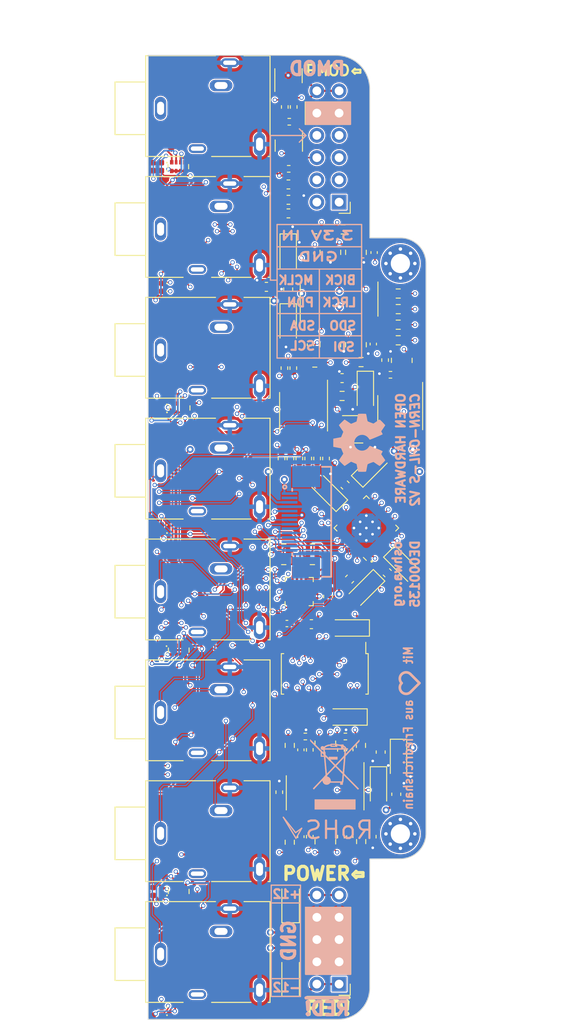
<source format=kicad_pcb>
(kicad_pcb (version 20221018) (generator pcbnew)
  (layers (0 "F.Cu" signal) (1 "In1.Cu" signal) (2 "In2.Cu" signal) (31 "B.Cu" signal) (34 "B.Paste" user) (35 "F.Paste" user) (36 "B.SilkS" user "B.Silkscreen") (37 "F.SilkS" user "F.Silkscreen") (38 "B.Mask" user) (39 "F.Mask" user) (44 "Edge.Cuts" user))
  (net 0 "")
  (net 1 "Net-(U1-AVDRV)")
  (net 2 "GND")
  (net 3 "+3.3VA")
  (net 4 "VDD")
  (net 5 "Net-(U1-VCOM)")
  (net 6 "Net-(RN1B-R2.2)")
  (net 7 "+12V")
  (net 8 "-12V")
  (net 9 "Net-(RN1A-R1.1)")
  (net 10 "Net-(RN2B-R2.2)")
  (net 11 "Net-(C23-Pad2)")
  (net 12 "Net-(RN2A-R1.1)")
  (net 13 "/SDIN1")
  (net 14 "/SCL")
  (net 15 "/SDOUT1")
  (net 16 "/SDA")
  (net 17 "/LRCK")
  (net 18 "/PDN")
  (net 19 "/BICK")
  (net 20 "/MCLK")
  (net 21 "Net-(RN3B-R2.2)")
  (net 22 "Net-(C25-Pad2)")
  (net 23 "Net-(RN3A-R1.1)")
  (net 24 "Net-(RN4B-R2.2)")
  (net 25 "/-VCOM")
  (net 26 "/dual_mono_inputs1/IN1_3V")
  (net 27 "Net-(RN4A-R1.1)")
  (net 28 "Net-(U2A--)")
  (net 29 "/dual_mono_inputs1/IN2_3V")
  (net 30 "/vref/+3V0_AREF")
  (net 31 "/dual_mono_inputs2/IN1_3V")
  (net 32 "Net-(U2B--)")
  (net 33 "Net-(U2C--)")
  (net 34 "Net-(U2D--)")
  (net 35 "/dual_mono_inputs2/IN2_3V")
  (net 36 "/dual_mono_outputs1/OUT1")
  (net 37 "Net-(U6-CMOD)")
  (net 38 "Net-(U6-VCC)")
  (net 39 "/dual_mono_outputs1/OUT2")
  (net 40 "Net-(D1-A)")
  (net 41 "Net-(D1-K)")
  (net 42 "/dual_mono_outputs2/OUT1")
  (net 43 "Net-(D2-A)")
  (net 44 "/dual_mono_outputs2/OUT2")
  (net 45 "Net-(D2-K)")
  (net 46 "Net-(D3-A)")
  (net 47 "Net-(C22-Pad2)")
  (net 48 "Net-(D3-K)")
  (net 49 "Net-(D4-A)")
  (net 50 "Net-(D4-K)")
  (net 51 "Net-(C24-Pad2)")
  (net 52 "Net-(D5-A)")
  (net 53 "Net-(D5-K)")
  (net 54 "Net-(D6-A)")
  (net 55 "GNDD")
  (net 56 "Net-(D6-K)")
  (net 57 "Net-(J4-PadT)")
  (net 58 "Net-(J5-PadT)")
  (net 59 "Net-(J6-PadT)")
  (net 60 "Net-(J7-PadT)")
  (net 61 "Net-(J8-PadT)")
  (net 62 "Net-(J9-PadT)")
  (net 63 "Net-(D7-A)")
  (net 64 "Net-(D7-K)")
  (net 65 "Net-(D8-A)")
  (net 66 "Net-(D8-K)")
  (net 67 "Net-(D9-A)")
  (net 68 "Net-(D9-K)")
  (net 69 "Net-(D10-A)")
  (net 70 "Net-(D10-K)")
  (net 71 "Net-(D11-A)")
  (net 72 "Net-(D11-K)")
  (net 73 "Net-(D12-A)")
  (net 74 "Net-(D12-K)")
  (net 75 "Net-(D13-A)")
  (net 76 "Net-(D13-K)")
  (net 77 "Net-(D14-A)")
  (net 78 "Net-(D14-K)")
  (net 79 "Net-(D15-A)")
  (net 80 "Net-(J10-PadT)")
  (net 81 "Net-(D15-K)")
  (net 82 "Net-(D16-A)")
  (net 83 "Net-(D16-K)")
  (net 84 "Net-(D17-A)")
  (net 85 "Net-(D17-K)")
  (net 86 "Net-(D18-A)")
  (net 87 "Net-(D18-K)")
  (net 88 "/CAP_SENSE_IN1")
  (net 89 "/CAP_SENSE_IN2")
  (net 90 "/CAP_SENSE_IN3")
  (net 91 "/JACK_DETECT_IN1")
  (net 92 "/JACK_DETECT_IN2")
  (net 93 "/JACK_DETECT_IN3")
  (net 94 "/JACK_DETECT_IN4")
  (net 95 "/JACK_DETECT_OUT1")
  (net 96 "/JACK_DETECT_OUT2")
  (net 97 "/JACK_DETECT_OUT3")
  (net 98 "/JACK_DETECT_OUT4")
  (net 99 "Net-(J11-PadT)")
  (net 100 "/~{PDN}")
  (net 101 "/CAP_SENSE_IN4")
  (net 102 "/CAP_SENSE_OUT1")
  (net 103 "/CAP_SENSE_OUT2")
  (net 104 "/CAP_SENSE_OUT3")
  (net 105 "/CAP_SENSE_OUT4")
  (net 106 "Net-(RN1C-R3.2)")
  (net 107 "Net-(RN2C-R3.2)")
  (net 108 "Net-(RN3C-R3.2)")
  (net 109 "Net-(RN4C-R3.2)")
  (net 110 "Net-(RN5A-R1.2)")
  (net 111 "Net-(RN5C-R3.2)")
  (net 112 "Net-(RN6A-R1.2)")
  (net 113 "Net-(RN6C-R3.2)")
  (net 114 "Net-(RN7C-R3.2)")
  (net 115 "Net-(RN7C-R3.1)")
  (net 116 "Net-(RN7A-R1.1)")
  (net 117 "Net-(RN12A-R1.1)")
  (net 118 "Net-(RN12B-R2.1)")
  (net 119 "Net-(RN12C-R3.1)")
  (net 120 "Net-(RN12D-R4.1)")
  (net 121 "Net-(RN13A-R1.1)")
  (net 122 "Net-(RN13B-R2.1)")
  (net 123 "Net-(RN13C-R3.1)")
  (net 124 "Net-(RN13D-R4.1)")
  (footprint "LED_SMD:LED_0402_1005Metric" (layer "F.Cu") (at -18.739 39.8272 180)
    (fp_text reference "D7" hide)
    (fp_text value "LED 0402 GREEN")
  )
  (footprint "Resistor_SMD:R_0603_1608Metric" (layer "F.Cu") (at 4.509 35.0012)
    (fp_text reference "R9" hide)
    (fp_text value "100K")
  )
  (footprint "Package_SO:SOIC-8_3.9x4.9mm_P1.27mm" (layer "F.Cu") (at 8.9784 40.767 -90)
    (fp_text reference "U9" hide)
    (fp_text value "TL072 OP AMP")
  )
  (footprint "Capacitor_SMD:C_0402_1005Metric" (layer "F.Cu") (at -1.27 33.02 90)
    (fp_text reference "C18" hide)
    (fp_text value "220pF")
  )
  (footprint "Package_SO:SOIC-14_3.9x8.7mm_P1.27mm" (layer "F.Cu") (at 0.4064 84.1502 -90)
    (fp_text reference "U2" hide)
    (fp_text value "TL074 OP AMP")
  )
  (footprint "LED_SMD:LED_0402_1005Metric" (layer "F.Cu") (at -18.739 109.5248 180)
    (fp_text reference "D18" hide)
    (fp_text value "LED 0402 RED")
  )
  (footprint "Resistor_SMD:R_Array_Convex_4x0402" (layer "F.Cu") (at -16.3068 95.4024 90)
    (fp_text reference "RN11" hide)
    (fp_text value "120R")
  )
  (footprint "Resistor_SMD:R_0603_1608Metric" (layer "F.Cu") (at 4.4958 78.74 90)
    (fp_text reference "R18" hide)
    (fp_text value "1K")
  )
  (footprint "Resistor_SMD:R_0603_1608Metric" (layer "F.Cu") (at 8.75 27.178)
    (fp_text reference "R13" hide)
    (fp_text value "1K")
  )
  (footprint "Capacitor_SMD:C_0603_1608Metric" (layer "F.Cu") (at 7.500831 59.040206 -45)
    (fp_text reference "C17" hide)
    (fp_text value "100nF")
  )
  (footprint "Capacitor_Tantalum_SMD:CP_EIA-3216-10_Kemet-I" (layer "F.Cu") (at 6.496 83.484 -90)
    (fp_text reference "C4" hide)
    (fp_text value "22.0uF")
  )
  (footprint "LED_SMD:LED_0402_1005Metric" (layer "F.Cu") (at -18.7898 67.4116 180)
    (fp_text reference "D11" hide)
    (fp_text value "LED 0402 GREEN")
  )
  (footprint "LED_SMD:LED_0402_1005Metric" (layer "F.Cu") (at -18.739 26.0096 180)
    (fp_text reference "D5" hide)
    (fp_text value "LED 0402 GREEN")
  )
  (footprint "Resistor_SMD:R_0402_1005Metric" (layer "F.Cu") (at -3.184 5.89 -90)
    (fp_text reference "R2" hide)
    (fp_text value "4K7")
  )
  (footprint "AudioJacksFixed:pj324m" (layer "F.Cu") (at -12.982 88.772626 90)
    (fp_text reference "J10" hide)
    (fp_text value "AUDIO JACK PJ-324M0")
  )
  (footprint "Diode_SMD:D_SOD-123F" (layer "F.Cu") (at -3.5335 105.156 90)
    (fp_text reference "D2" hide)
    (fp_text value "1N4007FL")
  )
  (footprint "Resistor_SMD:R_0402_1005Metric" (layer "F.Cu") (at -4.2418 35.6876 90)
    (fp_text reference "R8" hide)
    (fp_text value "4K7")
  )
  (footprint "Capacitor_SMD:C_0603_1608Metric" (layer "F.Cu") (at 2.3434 36.83 180)
    (fp_text reference "C27" hide)
    (fp_text value "100nF")
  )
  (footprint "Resistor_SMD:R_0603_1608Metric" (layer "F.Cu") (at 8.75 32.512)
    (fp_text reference "R10" hide)
    (fp_text value "1K")
  )
  (footprint "AudioJacksFixed:pj324m" (layer "F.Cu") (at -12.982 19.829771 90)
    (fp_text reference "J5" hide)
    (fp_text value "AUDIO JACK PJ-324M0")
  )
  (footprint "Capacitor_Tantalum_SMD:CP_EIA-3216-10_Kemet-I" (layer "F.Cu") (at 5.693429 46.99 45)
    (fp_text reference "C12" hide)
    (fp_text value "2.2uF")
  )
  (footprint "Resistor_SMD:R_0402_1005Metric" (layer "F.Cu") (at -3.69 7.575)
    (fp_text reference "R4" hide)
    (fp_text value "4K7")
  )
  (footprint "Capacitor_SMD:C_0402_1005Metric" (layer "F.Cu") (at 3.2258 89.154 -90)
    (fp_text reference "C25" hide)
    (fp_text value "56p")
  )
  (footprint "Capacitor_SMD:C_0402_1005Metric" (layer "F.Cu") (at 5.906 32.9438 90)
    (fp_text reference "C19" hide)
    (fp_text value "220pF")
  )
  (footprint "Resistor_SMD:R_Array_Convex_4x0402" (layer "F.Cu") (at 0.4318 89.7382 90)
    (fp_text reference "RN6" hide)
    (fp_text value "100K")
  )
  (footprint "Resistor_SMD:R_Array_Convex_4x0402" (layer "F.Cu") (at 9.156 34.806 90)
    (fp_text reference "RN7" hide)
    (fp_text value "100K")
  )
  (footprint "MountingHole:MountingHole_2.2mm_M2_Pad_Via" (layer "F.Cu") (at 9 88.833274)
    (fp_text reference "REF**" hide)
    (fp_text value "MountingHole_2.2mm_M2_Pad_Via")
  )
  (footprint "Resistor_SMD:R_0603_1608Metric" (layer "F.Cu") (at -3.6322 89.789 -90)
    (fp_text reference "R26" hide)
    (fp_text value "1K")
  )
  (footprint "Package_DFN_QFN:QFN-32-1EP_5x5mm_P0.5mm_EP3.7x3.7mm_ThermalVias" (layer "F.Cu") (at 5.111181 53.936575 135)
    (fp_text reference "U1" hide)
    (fp_text value "AK4619VN AUDIO CODEC")
  )
  (footprint "Capacitor_Tantalum_SMD:CP_EIA-3216-10_Kemet-I" (layer "F.Cu") (at -3.81 22.686 -90)
    (fp_text reference "C9" hide)
    (fp_text value "22.0uF")
  )
  (footprint "Inductor_SMD:L_0603_1608Metric" (layer "F.Cu") (at -3.7845 18.034 180)
    (fp_text reference "L5" hide)
    (fp_text value "FERRITE")
  )
  (footprint "Resistor_SMD:R_0402_1005Metric" (layer "F.Cu") (at -1.3462 79.248 -90)
    (fp_text reference "R24" hide)
    (fp_text value "4K7")
  )
  (footprint "LED_SMD:LED_0402_1005Metric" (layer "F.Cu") (at -18.739 94.9452 180)
    (fp_text reference "D15" hide)
    (fp_text value "LED 0402 GREEN")
  )
  (footprint "Resistor_SMD:R_0603_1608Metric" (layer "F.Cu") (at 2.3434 38.862)
    (fp_text reference "R33" hide)
    (fp_text value "330R")
  )
  (footprint "Resistor_SMD:R_Array_Convex_4x0402" (layer "F.Cu") (at -16.3576 12.7 90)
    (fp_text reference "RN8" hide)
    (fp_text value "120R")
  )
  (footprint "LED_SMD:LED_0402_1005Metric" (layer "F.Cu") (at -18.7549 53.594 180)
    (fp_text reference "D9" hide)
    (fp_text value "LED 0402 GREEN")
  )
  (footprint "Capacitor_Tantalum_SMD:CP_EIA-3216-10_Kemet-I" (layer "F.Cu") (at 8.782 80.342 -90)
    (fp_text reference "C5" hide)
    (fp_text value "22.0uF")
  )
  (footprint "Capacitor_SMD:C_0402_1005Metric" (layer "F.Cu") (at -3.9574 64.832 180)
    (fp_text reference "C30" hide)
    (fp_text value "2.2nF")
  )
  (footprint "Package_DFN_QFN:QFN-16-1EP_3x3mm_P0.5mm_EP1.75x1.75mm" (layer "F.Cu") (at -2.56 61.19 90)
    (fp_text reference "U6" hide)
    (fp_text value "CY8CMBR3108")
  )
  (footprint "MountingHole:MountingHole_2.2mm_M2_Pad_Via" (layer "F.Cu") (at 9 23.75)
    (fp_text reference "REF**" hide)
    (fp_text value "MountingHole_2.2mm_M2_Pad_Via")
  )
  (footprint "Resistor_SMD:R_Array_Convex_4x0402" (layer "F.Cu") (at -16.3068 67.8688 90)
    (fp_text reference "RN10" hide)
    (fp_text value "120R")
  )
  (footprint "Package_TO_SOT_SMD:SOT-23" (layer "F.Cu") (at 4.0625 42.672)
    (fp_text reference "U8" hide)
    (fp_text value "LM4040DBZ-3 VREF")
  )
  (footprint "Connector_PinHeader_2.54mm:PinHeader_2x05_P2.54mm_Horizontal" (layer "F.Cu") (at 2 105.975 180)
    (fp_text reference "J1" hide)
    (fp_text value "CONN 2x5 P=2.54mm")
  )
  (footprint "Resistor_SMD:R_Array_Convex_4x0402" (layer "F.Cu") (at 3.9248 22.479 90)
    (fp_text reference "RN3" hide)
    (fp_text value "14.3K")
  )
  (footprint "Resistor_SMD:R_0603_1608Metric" (layer "F.Cu") (at -0.7742 19.8374 180)
    (fp_text reference "R15" hide)
    (fp_text value "100K")
  )
  (footprint "Resistor_SMD:R_0603_1608Metric" (layer "F.Cu") (at -0.7742 35.052 180)
    (fp_text reference "R6" hide)
    (fp_text value "100K")
  )
  (footprint "Resistor_SMD:R_0603_1608Metric" (layer "F.Cu") (at 4.5212 89.7128 -90)
    (fp_text reference "R30" hide)
    (fp_text value "1K")
  )
  (footprint "Resistor_SMD:R_0402_1005Metric" (layer "F.Cu") (at -1.8542 77.724)
    (fp_text reference "R23" hide)
    (fp_text value "56K")
  )
  (footprint "Resistor_SMD:R_Array_Convex_4x0402" (layer "F.Cu") (at 1.0038 33.02 90)
    (fp_text reference "RN1" hide)
    (fp_text value "14.3K")
  )
  (footprint "Resistor_SMD:R_0402_1005Metric" (layer "F.Cu") (at -0.508 46 -90)
    (fp_text reference "R25" hide)
    (fp_text value "4K7")
  )
  (footprint "Capacitor_Tantalum_SMD:CP_EIA-3216-10_Kemet-I" (layer "F.Cu") (at 5 38.354 -90)
    (fp_text reference "C26" hide)
    (fp_text value "22.0uF")
  )
  (footprint "Package_SO:TSSOP-16_4.4x5mm_P0.65mm" (layer "F.Cu") (at -2.0574 40.666 -90)
    (fp_text reference "U4" hide)
    (fp_text value "PCA9557PW IO EXPANDER")
  )
  (footprint "Capacitor_Tantalum_SMD:CP_EIA-3216-10_Kemet-I" (layer "F.Cu") (at 3.1546 65.34 180)
    (fp_text reference "C3" hide)
    (fp_text value "100.0uF")
  )
  (footprint "Diode_SMD:D_SOD-123F" (layer "F.Cu") (at -3.5335 96.774 90)
    (fp_text reference "D1" hide)
    (fp_text value "1N4007FL")
  )
  (footprint "LED_SMD:LED_0402_1005Metric" (layer "F.Cu") (at -18.739 26.924 180)
    (fp_text reference "D6" hide)
    (fp_text value "LED 0402 RED")
  )
  (footprint "Resistor_SMD:R_0402_1005Metric" (layer "F.Cu") (at -4.572 46 -90)
    (fp_text reference "R11" hide)
    (fp_text value "4K7")
  )
  (footprint "Capacitor_SMD:C_0603_1608Metric" (layer "F.Cu") (at -6.2992 26.416 180)
    (fp_text reference "C8" hide)
    (fp_text value "100nF")
  )
  (footprint "Capacitor_Tantalum_SMD:CP_EIA-3216-10_Kemet-I" (layer "F.Cu") (at 2.9 75.5 180)
    (fp_text reference "C28" hide)
    (fp_text value "100.0uF")
  )
  (footprint "Capacitor_Tantalum_SMD:CP_EIA-3216-10_Kemet-I" (layer "F.Cu") (at 4.931429 60.96 -135)
    (fp_text reference "C16" hide)
    (fp_text value "100.0uF")
  )
  (footprint "Capacitor_SMD:C_0603_1608Metric" (layer "F.Cu") (at 2.679574 49.030745 135)
    (fp_text reference "C14" hide)
    (fp_text value "100nF")
  )
  (footprint "AudioJacksFixed:pj324m" (layer "F.Cu") (at -12.982 74.984055 90)
    (fp_text reference "J9" hide)
    (fp_text value "AUDIO JACK PJ-324M0")
  )
  (footprint "Capacitor_Tantalum_SMD:CP_EIA-3216-10_Kemet-I" (layer "F.Cu") (at 0.687582 49.760353 135)
    (fp_text reference "C10" hide)
    (fp_text value "100.0uF")
  )
  (footprint "Resistor_SMD:R_0402_1005Metric" (layer "F.Cu") (at -1.3462 89.154 90)
    (fp_text reference "R27" hide)
    (fp_text value "56K")
  )
  (footprint "Capacitor_SMD:C_0402_1005Metric" (layer "F.Cu") (at -2.3622 79.248 90)
    (fp_text reference "C23" hide)
    (fp_text value "56p")
  )
  (footprint "Capacitor_SMD:C_0603_1608Metric" (layer "F.Cu") (at 8.528 84.313 -90)
    (fp_text reference "C13" hide)
    (fp_text value "100nF")
  )
  (footprint "Resistor_SMD:R_Array_Convex_4x0402" (layer "F.Cu") (at 3.9248 33.02 90)
    (fp_text reference "RN2" hide)
    (fp_text value "14.3K")
  )
  (footprint "Inductor_SMD:L_0603_1608Metric" (layer "F.Cu") (at -3.7845 14.732)
    (fp_text reference "L4" hide)
    (fp_text value "FERRITE")
  )
  (footprint "Inductor_SMD:L_0603_1608Metric" (layer "F.Cu") (at -3.7875 101.854)
    (fp_text reference "L2" hide)
    (fp_text value "FERRITE")
  )
  (footprint "Capacitor_SMD:C_0402_1005Metric" (layer "F.Cu") (at 3.2258 79.248 90)
    (fp_text reference "C22" hide)
    (fp_text value "56p")
  )
  (footprint "Resistor_SMD:R_0402_1005Metric" (layer "F.Cu") (at 2.2098 89.152 90)
    (fp_text reference "R31" hide)
    (fp_text value "56K")
  )
  (footprint "LED_SMD:LED_0402_1005Metric" (layer "F.Cu") (at -18.7898 68.326 180)
    (fp_text reference "D12" hide)
    (fp_text value "LED 0402 RED")
  )
  (footprint "Capacitor_Tantalum_SMD:CP_EIA-3216-10_Kemet-I" (layer "F.Cu") (at -3.81 30.654 -90)
    (fp_text reference "C11" hide)
    (fp_text value "22.0uF")
  )
  (footprint "Resistor_SMD:R_0402_1005Metric" (layer "F.Cu") (at 2.2098 79.248 -90)
    (fp_text reference "R20" hide)
    (fp_text value "4K7")
  )
  (footprint "Resistor_SMD:R_0603_1608Metric" (layer "F.Cu") (at -3.6322 78.74 90)
    (fp_text reference "R22" hide)
    (fp_text value "1K")
  )
  (footprint "LED_SMD:LED_0402_1005Metric" (layer "F.Cu") (at -18.7549 13.1572 180)
    (fp_text reference "D4" hide)
    (fp_text value "LED 0402 RED")
  )
  (footprint "Resistor_SMD:R_0402_1005Metric" (layer "F.Cu") (at 7.8646 36.449)
    (fp_text reference "R42" hide)
    (fp_text value "X.X")
  )
  (footprint "Resistor_SMD:R_0603_1608Metric" (layer "F.Cu") (at 8.75 28.956)
    (fp_text reference "R16" hide)
    (fp_text value "1K")
  )
  (footprint "Resistor_SMD:R_0402_1005Metric" (layer "F.Cu") (at 0.508 46 -90)
    (fp_text reference "R29" hide)
    (fp_text value "4K7")
  )
  (footprint "LED_SMD:LED_0402_1005Metric" (layer "F.Cu") (at -18.739 95.8596 180)
    (fp_text reference "D16" hide)
    (fp_text value "LED 0402 RED")
  )
  (footprint "Capacitor_SMD:C_0603_1608Metric" (layer "F.Cu") (at -1.164 64.9081 180)
    (fp_text reference "C29" hide)
    (fp_text value "100nF")
  )
  (footprint "Inductor_SMD:L_0603_1608Metric" (layer "F.Cu") (at -3.7875 100.076)
    (fp_text reference "L1" hide)
    (fp_text value "FERRITE")
  )
  (footprint "LED_SMD:LED_0402_1005Metric" (layer "F.Cu") (at -18.739 108.6104 180)
    (fp_text reference "D17" hide)
    (fp_text value "LED 0402 GREEN")
  )
  (footprint "Inductor_SMD:L_0603_1608Metric" (layer "F.Cu") (at -3.7844 16.4846 180)
    (fp_text reference "L3" hide)
    (fp_text value "FERRITE")
  )
  (footprint "Resistor_SMD:R_0402_1005Metric" (layer "F.Cu") (at -3.75 12.95 180)
    (fp_text reference "R3" hide)
    (fp_text value "4K7")
  )
  (footprint "Package_TO_SOT_SMD:SOT-23" (layer "F.Cu") (at -3.74 10.3 -90)
    (fp_text reference "Q1" hide)
    (fp_text value "2N7002E")
  )
  (footprint "Resistor_SMD:R_0603_1608Metric" (layer "F.Cu") (at 2.4638 19.8628)
    (fp_text reference "R12" hide)
    (fp_text value "100K")
  )
  (footprint "Resistor_SMD:R_0603_1608Metric" (layer "F.Cu") (at 8.75 30.734)
    (fp_text reference "R7" hide)
    (fp_text value "1K")
  )
  (footprint "Resistor_SMD:R_0402_1005Metric" (layer "F.Cu") (at -3.2258 35.6876 90)
    (fp_text reference "R5" hide)
    (fp_text value "4K7")
  )
  (footprint "Capacitor_SMD:C_0603_1608Metric" (layer "F.Cu") (at 0.75 61.75 90)
    (fp_text reference "C31" hide)
    (fp_text value "100nF")
  )
  (footprint "AudioJacksFixed:pj324m" (layer "F.Cu") (at -12.982 102.5612 90)
    (fp_text reference "J11" hide)
    (fp_text value "AUDIO JACK PJ-324M0")
  )
  (footprint "Resistor_SMD:R_Array_Convex_4x0402" (layer "F.Cu") (at -4.318 56.9335 180)
    (fp_text reference "RN12" hide)
    (fp_text value "560R")
  )
  (footprint "Resistor_SMD:R_Array_Convex_4x0402" (layer "F.Cu") (at -16.2052 40.2336 90)
    (fp_text reference "RN9" hide)
    (fp_text value "120R")
  )
  (footprint "Resistor_SMD:R_0402_1005Metric" (layer "F.Cu") (at 2.7178 77.724 180)
    (fp_text reference "R19" hide)
    (fp_text value "56K")
  )
  (footprint "Resistor_SMD:R_0402_1005Metric" (layer "F.Cu") (at -4.826 84.076 -90)
    (fp_text reference "R28" hide)
    (fp_text value "4K7")
  )
  (footprint "LED_SMD:LED_0402_1005Metric" (layer "F.Cu") (at -18.739 82.0928 180)
    (fp_text reference "D14" hide)
    (fp_text value "LED 0402 RED")
  )
  (footprint "LED_SMD:LED_0402_1005Metric" (layer "F.Cu") (at -18.739 40.7416 180)
    (fp_text reference "D8" hide)
    (fp_text value "LED 0402 RED")
  )
  (footprint "Resistor_SMD:R_Array_Convex_4x0402" (layer "F.Cu") (at 1.0038 22.479 90)
    (fp_text reference "RN4" hide)
    (fp_text value "14.3K")
  )
  (footprint "Capacitor_SMD:C_0402_1005Metric" (layer "F.Cu") (at 6 22.5 90)
    (fp_text reference "C20" hide)
    (fp_text value "220pF")
  )
  (footprint "Capacitor_SMD:C_0402_1005Metric" (layer "F.Cu") (at -2.3622 89.154 -90)
    (fp_text reference "C24" hide)
    (fp_text value "56p")
  )
  (footprint "Resistor_SMD:R_0402_1005Metric" (layer "F.Cu") (at -4.2 5.89 -90)
    (fp_text reference "R1" hide)
    (fp_text value "4K7")
  )
  (footprint "Resistor_SMD:R_0402_1005Metric" (layer "F.Cu") (at -3.556 46 -90)
    (fp_text reference "R14" hide)
    (fp_text value "4K7")
  )
  (footprint "Resistor_SMD:R_0402_1005Metric" (layer "F.Cu") (at -2.54 46 -90)
    (fp_text reference "R17" hide)
    (fp_text value "4K7")
  )
  (footprint "Package_SO:SOIC-14_3.9x8.7mm_P1.27mm" (layer "F.Cu") (at 2 27.813 90)
    (fp_text reference "U3" hide)
    (fp_text value "TL074 OP AMP")
  )
  (footprint "AudioJacksFixed:pj324m" (layer "F.Cu") (at -12.982 47.406913 90)
    (fp_text reference "J7" hide)
    (fp_text value "AUDIO JACK PJ-324M0")
  )
  (footprint "Resistor_SMD:R_Array_Convex_4x0402" (layer "F.Cu") (at 0.4318 78.486 -90)
    (fp_text reference "RN5" hide)
    (fp_text value "100K")
  )
  (footprint "Capacitor_SMD:C_0603_1608Metric" (layer "F.Cu") (at 3.197992 59.766008 45)
    (fp_text reference "C2" hide)
    (fp_text value "100nF" hide)
  )
  (footprint "Resistor_SMD:R_Array_Convex_4x0402" (layer "F.Cu") (at -1.048 56.9335 180)
    (fp_text reference "RN13" hide)
    (fp_text value "560R")
  )
  (footprint "Resistor_SMD:R_0402_1005Metric" (layer "F.Cu") (at -1.524 46 -90)
    (fp_text reference "R21" hide)
    (fp_text value "4K7")
  )
  (footprint "Resistor_SMD:R_0402_1005Metric" (layer "F.Cu") (at 5.842 89.152 90)
    (fp_text reference "R32" hide)
    (fp_text value "4K7")
  )
  (footprint "Package_SO:TSSOP-28_4.4x9.7mm_P0.65mm" (layer "F.Cu") (at 0.364 70.578 -90)
    (fp_text reference "U10" hide)
    (fp_text value "PCA9635 LED DRIVER")
  )
  (footprint "Capacitor_SMD:C_0603_1608Metric" (layer "F.Cu") (at 6.75 79.5 -90)
    (fp_text reference "C15" hide)
    (fp_text value "100nF")
  )
  (footprint "Capacitor_SMD:C_0402_1005Metric" (layer "F.Cu") (at -1.27 22.578 90)
    (fp_text reference "C21" hide)
    (fp_text value "220pF")
  )
  (footprint "LED_SMD:LED_0402_1005Metric" (layer "F.Cu") (at -18.7549 12.2428 180)
    (fp_text reference "D3" hide)
    (fp_text value "LED 0402 GREEN")
  )
  (footprint "AudioJacksFixed:pj324m" (layer "F.Cu") (at -12.982 6.0412 90)
    (fp_text reference "J4" hide)
    (fp_text value "AUDIO JACK PJ-324M0")
  )
  (footprint "AudioJacksFixed:pj324m" (layer "F.Cu") (at -12.982 33.618342 90)
    (fp_text reference "J6" hide)
    (fp_text value "AUDIO JACK PJ-324M0")
  )
  (footprint "AudioJacksFixed:pj324m" (layer "F.Cu") (at -12.982 61.195484 90)
    (fp_text reference "J8" hide)
    (fp_text value "AUDIO JACK PJ-324M0")
  )
  (footprint "LED_SMD:LED_0402_1005Metric" (layer "F.Cu") (at -18.739 81.1784 180)
    (fp_text reference "D13" hide)
    (fp_text value "LED 0402 GREEN")
  )
  (footprint "Package_TO_SOT_SMD:SOT-23-6" (layer "F.Cu") (at -3.775 2.325 90)
    (fp_text reference "U5" hide)
    (fp_text value "24AA025UIDT EEPROM")
  )
  (footprint "Capacitor_Tantalum_SMD:CP_EIA-3216-10_Kemet-I" (layer "F.Cu") (at 9.36787 58.229453 -45)
    (fp_text reference "C7" hide)
    (fp_text value "2.2uF")
  )
  (footprint "Connector_PinHeader_2.54mm:PinHeader_2x06_P2.54mm_Horizontal" (layer "F.Cu") (at 2 16.75 180)
    (fp_text reference "J2" hide)
    (fp_text value "CONN 2x6 P=2.54mm")
  )
  (footprint "Resistor_SMD:R_0402_1005Metric" (layer "F.Cu") (at 7.255 34.7726 90)
    (fp_text reference "R43" hide)
    (fp_text value "402K")
  )
  (footprint "LED_SMD:LED_0402_1005Metric" (layer "F.Cu") (at -18.739 54.5084 180)
    (fp_text reference "D10" hide)
    (fp_text value "LED 0402 RED")
  )
  (footprint "Capacitor_SMD:C_0603_1608Metric" (layer "F.Cu") (at -3.81 26.67 90)
    (fp_text reference "C6" hide)
    (fp_text value "100nF")
  )
  (footprint "Symbol:OSHW-Symbol_6.7x6mm_SilkScreen" (layer "B.Cu") (at 4.318 44.196 -90)
    (fp_text reference "REF**" hide)
    (fp_text value "OSHW-Symbol_6.7x6mm_SilkScreen" hide)
  )
  (footprint "ffc-ctxj:FFC_0.5-14P_CTXJ-H2.0_1" (layer "B.Cu") (at -1.804 53.25 -90)
    (fp_text reference "J3" hide)
    (fp_text value "Conn_01x14_Socket")
  )
  (footprint "Symbol:WEEE-Logo_5.6x8mm_SilkScreen" (layer "B.Cu") (at 1.524 82.042 180)
    (fp_text reference "REF**" hide)
    (fp_text value "WEEE-Logo_5.6x8mm_SilkScreen" hide)
  )
  (gr_line (start -2.854 0.268) (end -2.854 0.768) (stroke (width 0.152)) (layer "F.Cu"))
  (gr_line (start -2.40875 107.385) (end -5.75 107.385) (stroke (width 0.15)) (layer "B.SilkS"))
  (gr_rect (start -1.778 5.334) (end 3.302 7.874) (stroke (width 0.15)) (fill solid) (layer "B.SilkS"))
  (gr_line (start -1.778 9.144) (end -2.54 8.382) (stroke (width 0.15)) (layer "B.SilkS"))
  (gr_line (start 4.572 26.924) (end -5.08 26.924) (stroke (width 0.15)) (layer "B.SilkS"))
  (gr_line (start -5.08 25.654) (end -5.842 25.654) (stroke (width 0.15)) (layer "B.SilkS"))
  (gr_line (start -5.75 107.385) (end -5.75 94.685) (stroke (width 0.15)) (layer "B.SilkS"))
  (gr_line (start -5.08 24.384) (end 4.572 24.384) (stroke (width 0.15)) (layer "B.SilkS"))
  (gr_line (start -5.842 9.144) (end -1.778 9.144) (stroke (width 0.15)) (layer "B.SilkS"))
  (gr_line (start 4.572 21.844) (end 4.572 19.304) (stroke (width 0.15)) (layer "B.SilkS"))
  (gr_line (start -0.254 24.384) (end -0.254 34.544) (stroke (width 0.15)) (layer "B.SilkS"))
  (gr_line (start 4.572 21.844) (end -5.08 21.844) (stroke (width 0.15)) (layer "B.SilkS"))
  (gr_line (start 4.572 23.114) (end 4.826 23.114) (stroke (width 0.15)) (layer "B.SilkS"))
  (gr_line (start 4.572 32.004) (end -5.08 32.004) (stroke (width 0.15)) (layer "B.SilkS"))
  (gr_line (start -2.40875 105.353) (end -5.75 105.353) (stroke (width 0.15)) (layer "B.SilkS"))
  (gr_line (start 4.572 19.304) (end -5.08 19.304) (stroke (width 0.15)) (layer "B.SilkS"))
  (gr_line (start 11.176 71.628) (end 10.16 72.644) (stroke (width 0.3)) (layer "B.SilkS"))
  (gr_line (start -2.40875 96.717) (end -5.75 96.717) (stroke (width 0.15)) (layer "B.SilkS"))
  (gr_line (start -4.368 86.942) (end -2.968 88.692) (stroke (width 0.15)) (layer "B.SilkS"))
  (gr_line (start 4.572 29.464) (end -5.08 29.464) (stroke (width 0.15)) (layer "B.SilkS"))
  (gr_arc (start 10.16 72.644) (mid 9.144 72.644) (end 9.144 71.628) (stroke (width 0.3)) (layer "B.SilkS"))
  (gr_line (start -2.968 88.692) (end -2.268 88.192) (stroke (width 0.15)) (layer "B.SilkS"))
  (gr_line (start -5.75 94.685) (end -2.40875 94.685) (stroke (width 0.15)) (layer "B.SilkS"))
  (gr_line (start 4.572 34.544) (end -5.08 34.544) (stroke (width 0.15)) (layer "B.SilkS"))
  (gr_line (start -2.918 89.342) (end -4.368 86.942) (stroke (width 0.15)) (layer "B.SilkS"))
  (gr_line (start -1.778 9.144) (end -2.54 9.906) (stroke (width 0.15)) (layer "B.SilkS"))
  (gr_line (start -5.08 19.304) (end -5.08 21.844) (stroke (width 0.15)) (layer "B.SilkS"))
  (gr_line (start -2.40875 94.685) (end -2.40875 107.385) (stroke (width 0.15)) (layer "B.SilkS"))
  (gr_line (start 10.16 70.612) (end 11.176 71.628) (stroke (width 0.3)) (layer "B.SilkS"))
  (gr_line (start -5.08 34.544) (end -5.08 24.384) (stroke (width 0.15)) (layer "B.SilkS"))
  (gr_line (start -5.842 25.654) (end -5.842 9.144) (stroke (width 0.15)) (layer "B.SilkS"))
  (gr_arc (start 9.144 71.628) (mid 9.144 70.612) (end 10.16 70.612) (stroke (width 0.3)) (layer "B.SilkS"))
  (gr_line (start 4.572 24.384) (end 4.572 21.844) (stroke (width 0.15)) (layer "B.SilkS"))
  (gr_line (start -2.268 88.192) (end -2.918 89.342) (stroke (width 0.15)) (layer "B.SilkS"))
  (gr_rect (start -1.80625 97.225) (end 3.30625 104.8654) (stroke (width 0.15)) (fill solid) (layer "B.SilkS"))
  (gr_line (start -5.08 21.844) (end -5.08 24.384) (stroke (width 0.15)) (layer "B.SilkS"))
  (gr_line (start 4.572 24.384) (end 4.572 34.544) (stroke (width 0.15)) (layer "B.SilkS"))
  (gr_rect (start -1.852577 5.334) (end 3.227423 7.874) (stroke (width 0.15)) (fill solid) (layer "F.SilkS"))
  (gr_rect (start -1.821 97.2248) (end 3.324 104.8398) (stroke (width 0.15)) (fill solid) (layer "F.SilkS"))
  (gr_line (start 9 20.824236) (end 5.5 20.828) (stroke (width 0.1)) (layer "Edge.Cuts"))
  (gr_arc (start 9 20.824236) (mid 11.068828 21.681172) (end 11.925764 23.75) (stroke (width 0.1)) (layer "Edge.Cuts"))
  (gr_line (start 5.5 91.694) (end 5.5 106.426) (stroke (width 0.1)) (layer "Edge.Cuts"))
  (gr_arc (start 5.5 106.426) (mid 4.454371 108.950371) (end 1.93 109.996) (stroke (width 0.1)) (layer "Edge.Cuts"))
  (gr_line (start 5.5 3.81) (end 5.5 20.828) (stroke (width 0.1)) (layer "Edge.Cuts"))
  (gr_line (start -19.8 0) (end -19.8 110) (stroke (width 0.1)) (layer "Edge.Cuts"))
  (gr_arc (start 11.925763 88.749999) (mid 11.068827 90.818827) (end 8.999999 91.675763) (stroke (width 0.1)) (layer "Edge.Cuts"))
  (gr_line (start 11.925764 23.75) (end 11.925763 88.749999) (stroke (width 0.1)) (layer "Edge.Cuts"))
  (gr_line (start 1.93 109.996) (end -19.8 110) (stroke (width 0.1)) (layer "Edge.Cuts"))
  (gr_line (start 5.5 91.694) (end 8.999999 91.675763) (stroke (width 0.1)) (layer "Edge.Cuts"))
  (gr_line (start 1.69 0) (end -19.8 0) (stroke (width 0.1)) (layer "Edge.Cuts"))
  (gr_arc (start 1.69 0) (mid 4.384077 1.115923) (end 5.5 3.81) (stroke (width 0.1)) (layer "Edge.Cuts"))
  (gr_text "oshwa.org" (at 8.636 59.182 90) (layer "B.SilkS") (effects (font (size 1 1) (thickness 0.25)) (justify mirror)))
  (gr_text "PDN" (at -2.413 28.194) (layer "B.SilkS") (effects (font (size 1 1) (thickness 0.25)) (justify mirror)))
  (gr_text "BICK" (at 2.159 25.654) (layer "B.SilkS") (effects (font (size 1 1) (thickness 0.25)) (justify mirror)))
  (gr_text "DE000135" (at 10.668 59.182 90) (layer "B.SilkS") (effects (font (size 1 1) (thickness 0.25)) (justify mirror)))
  (gr_text "RoHS" (at 2.032 88.392) (layer "B.SilkS") (effects (font (size 2 2) (thickness 0.25)) (justify mirror)))
  (gr_text "Mit      aus Friedrichshain" (at 9.906 76.7588 90) (layer "B.SilkS") (effects (font (size 1 0.9) (thickness 0.2)) (justify mirror)))
  (gr_text "-12" (at -4 106.369) (layer "B.SilkS") (effects (font (size 1 1) (thickness 0.25)) (justify mirror)))
  (gr_text "OPEN HARDWARE" (at 9.0424 44.8564 90) (layer "B.SilkS") (effects (font (size 1 1) (thickness 0.25)) (justify mirror)))
  (gr_text "SDA" (at -2.159 30.861) (layer "B.SilkS") (effects (font (size 1 1) (thickness 0.25)) (justify mirror)))
  (gr_text "GND\n" (at -3.75 101.035 90) (layer "B.SilkS") (effects (font (size 1.5 1.5) (thickness 0.375)) (justify mirror)))
  (gr_text "3.3V IN" (at -0.508 20.574) (layer "B.SilkS") (effects (font (size 1 1.5) (thickness 0.25)) (justify mirror)))
  (gr_text "CERN-OHL-S V2" (at 10.668 44.958 90) (layer "B.SilkS") (effects (font (size 1 1) (thickness 0.25) italic) (justify mirror)))
  (gr_text "~{RED!}" (at 0.61385 108.789) (layer "B.SilkS") (effects (font (size 1.5 1.5) (thickness 0.375)) (justify mirror)))
  (gr_text "SDI" (at 2.54 33.274) (layer "B.SilkS") (effects (font (size 1 1) (thickness 0.25)) (justify mirror)))
  (gr_text "SDO" (at 2.413 30.861) (layer "B.SilkS") (effects (font (size 1 1) (thickness 0.25)) (justify mirror)))
  (gr_text "LRCK\n" (at 2.032 28.194) (layer "B.SilkS") (effects (font (size 1 1) (thickness 0.25)) (justify mirror)))
  (gr_text "PMOD" (at -0.508 1.524) (layer "B.SilkS") (effects (font (size 1.5 1.5) (thickness 0.375)) (justify mirror)))
  (gr_text "MCLK" (at -2.921 25.654) (layer "B.SilkS") (effects (font (size 1 1) (thickness 0.25)) (justify mirror)))
  (gr_text "GND" (at -0.381 22.987) (layer "B.SilkS") (effects (font (size 1 1.5) (thickness 0.25)) (justify mirror)))
  (gr_text "SCL" (at -2.159 33.147) (layer "B.SilkS") (effects (font (size 1 1) (thickness 0.25)) (justify mirror)))
  (gr_text "+12" (at -4 95.701) (layer "B.SilkS") (effects (font (size 1 1) (thickness 0.25)) (justify mirror)))
  (gr_text "~{RED!}" (at 0.75 108.75) (layer "F.SilkS") (effects (font (size 1.5 1.5) (thickness 0.375))))
  (gr_text "POWER⇦" (at 0.336 93.368) (layer "F.SilkS") (effects (font (size 1.5 1.5) (thickness 0.375))))
  (gr_text "PMOD⇦" (at 1.456 1.728) (layer "F.SilkS") (effects (font (size 1.2 1.2) (thickness 0.25))))
  (segment (start -4.0175 0.268) (end -2.854 0.268) (width 0.1524) (layer "F.Cu") (net 0))
  (segment (start -4.725 0.9755) (end -4.0175 0.268) (width 0.1524) (layer "F.Cu") (net 0))
  (segment (start -4.725 1.1875) (end -4.725 0.9755) (width 0.1524) (layer "F.Cu") (net 0))
  (segment (start 8.413276 56.885117) (end 8.413276 57.274859) (width 0.1524) (layer "F.Cu") (net 1))
  (segment (start 7.020369 55.49221) (end 8.413276 56.885117) (width 0.1524) (layer "F.Cu") (net 1))
  (segment (start -3.81 27.445) (end -3.81 27.432) (width 0.254) (layer "F.Cu") (net 2))
  (segment (start -0.037759 48.805759) (end 1.016 47.752) (width 0.1524) (layer "F.Cu") (net 2))
  (segment (start 4.6748 22.979) (end 4.6748 23.4708) (width 0.1524) (layer "F.Cu") (net 2))
  (segment (start -2.9969 16.4846) (end -2.5146 16.4846) (width 0.254) (layer "F.Cu") (net 2))
  (segment (start -2.5146 16.4846) (end -2.032 16.002) (width 0.254) (layer "F.Cu") (net 2))
  (segment (start 3.555546 52.027387) (end 5.111181 53.583022) (width 0.1524) (layer "F.Cu") (net 2))
  (segment (start 5 39.704) (end 4.318 40.386) (width 0.1524) (layer "F.Cu") (net 2))
  (segment (start 8.918 83.538) (end 9.398 83.058) (width 0.1524) (layer "F.Cu") (net 2))
  (segment (start -4.572 26.215792) (end -5.133792 25.654) (width 0.254) (layer "F.Cu") (net 2))
  (segment (start 4.1748 22.979) (end 4.6748 22.979) (width 0.1524) (layer "F.Cu") (net 2))
  (segment (start 4.318 40.386) (end 3.556 40.386) (width 0.1524) (layer "F.Cu") (net 2))
  (segment (start 1.2538 23.3814) (end 1.0132 23.622) (width 0.1524) (layer "F.Cu") (net 2))
  (segment (start 3.125 44.527) (end 3.302 44.704) (width 0.1524) (layer "F.Cu") (net 2))
  (segment (start 6.648023 46.035406) (end 6.648023 45.256023) (width 0.1524) (layer "F.Cu") (net 2))
  (segment (start -7.0742 25.9458) (end -7.366 25.654) (width 0.254) (layer "F.Cu") (net 2))
  (segment (start -0.267012 48.805759) (end -0.037759 48.805759) (width 0.1524) (layer "F.Cu") (net 2))
  (segment (start -5.133792 25.654) (end -7.366 25.654) (width 0.254) (layer "F.Cu") (net 2))
  (segment (start -1.8174 77.0014) (end -1.778 76.962) (width 0.1524) (layer "F.Cu") (net 2))
  (segment (start 6.096 44.2194) (end 6.096 44.704) (width 0.1524) (layer "F.Cu") (net 2))
  (segment (start 1.7538 33.52) (end 2.278 33.52) (width 0.1524) (layer "F.Cu") (net 2))
  (segment (start 6.496 82.134) (end 7.604 81.026) (width 0.1524) (layer "F.Cu") (net 2))
  (segment (start -2.9969 18.0339) (end -2.997 18.034) (width 0.254) (layer "F.Cu") (net 2))
  (segment (start -2.9969 16.4846) (end -2.9969 18.0339) (width 0.254) (layer "F.Cu") (net 2))
  (segment (start 8.906 34.306) (end 8.906 33.9036) (width 0.1524) (layer "F.Cu") (net 2))
  (segment (start 4.1748 33.52) (end 4.6748 33.52) (width 0.1524) (layer "F.Cu") (net 2))
  (segment (start 6.648023 45.256023) (end 6.096 44.704) (width 0.1524) (layer "F.Cu") (net 2))
  (segment (start 1.5684 36.83) (end 1.5684 36.5316) (width 0.1524) (layer "F.Cu") (net 2))
  (segment (start 4.6748 33.52) (end 4.818 33.52) (width 0.1524) (layer "F.Cu") (net 2))
  (segment (start 6.75 80.275) (end 6.085 80.275) (width 0.1524) (layer "F.Cu") (net 2))
  (segment (start 6.085 80.275) (end 5.842 80.518) (width 0.1524) (layer "F.Cu") (net 2))
  (segment (start 8.906 33.9036) (end 8.7844 33.782) (width 0.1524) (layer "F.Cu") (net 2))
  (segment (start -3.81 21.336) (end -2.54 21.336) (width 0.1524) (layer "F.Cu") (net 2))
  (segment (start 7.3546 36.449) (end 6.731 36.449) (width 0.1524) (layer "F.Cu") (net 2))
  (segment (start 1.5684 36.5316) (end 2.032 36.068) (width 0.1524) (layer "F.Cu") (net 2))
  (segment (start 9.386 82.296) (end 10.16 82.296) (width 0.1524) (layer "F.Cu") (net 2))
  (segment (start 6.731 36.449) (end 6.604 36.322) (width 0.1524) (layer "F.Cu") (net 2))
  (segment (start -7.0742 26.416) (end -7.0742 25.9458) (width 0.254) (layer "F.Cu") (net 2))
  (segment (start -3.81 32.004) (end -3.81 33.02) (width 0.254) (layer "F.Cu") (net 2))
  (segment (start 2.131566 48.482737) (end 1.746737 48.482737) (width 0.1524) (layer "F.Cu") (net 2))
  (segment (start 4.818 33.52) (end 5.334 34.036) (width 0.1524) (layer "F.Cu") (net 2))
  (segment (start 8.528 83.538) (end 8.918 83.538) (width 0.1524) (layer "F.Cu") (net 2))
  (segment (start 1.2538 22.979) (end 1.7538 22.979) (width 0.1524) (layer "F.Cu") (net 2))
  (segment (start -1.3462 78.738) (end -1.8174 78.2668) (width 0.1524) (layer "F.Cu") (net 2))
  (segment (start 5.842 89.662) (end 5.842 90.424) (width 0.1524) (layer "F.Cu") (net 2))
  (segment (start 3.909099 51.673833) (end 3.909099 51.673834) (width 0.1524) (layer "F.Cu") (net 2))
  (segment (start -2.997 18.034) (end -2.997 19.253) (width 0.254) (layer "F.Cu") (net 2))
  (segment (start -4.826 83.566) (end -4.826 82.804) (width 0.254) (layer "F.Cu") (net 2))
  (segment (start 2.7546 77.0014) (end 2.794 76.962) (width 0.1524) (layer "F.Cu") (net 2))
  (segment (start -4.572 26.67) (end -4.572 26.215792) (width 0.254) (layer "F.Cu") (net 2))
  (segment (start 2.7546 78.0174) (end 2.7546 77.0014) (width 0.1524) (layer "F.Cu") (net 2))
  (segment (start 4.6748 23.4708) (end 4.826 23.622) (width 0.1524) (layer "F.Cu") (net 2))
  (segment (start 7.604 81.026) (end 7.62 81.026) (width 0.1524) (layer "F.Cu") (net 2))
  (segment (start 8.7844 33.782) (end 7.874 33.782) (width 0.1524) (layer "F.Cu") (net 2))
  (segment (start 1.2538 22.979) (end 1.2538 23.3814) (width 0.1524) (layer "F.Cu") (net 2))
  (segment (start -1.8174 78.2668) (end -1.8174 77.0014) (width 0.1524) (layer "F.Cu") (net 2))
  (segment (start 1.2538 33.52) (end 1.7538 33.52) (width 0.1524) (layer "F.Cu") (net 2))
  (segment (start 3.125 43.622) (end 3.125 44.527) (width 0.1524) (layer "F.Cu") (net 2))
  (segment (start 7.0734 43.242) (end 6.096 44.2194) (width 0.1524) (layer "F.Cu") (net 2))
  (segment (start -3.81 33.02) (end -4.064 33.274) (width 0.254) (layer "F.Cu") (net 2))
  (segment (start -3.81 27.432) (end -4.572 26.67) (width 0.254) (layer "F.Cu") (net 2))
  (segment (start 5.111181 52.875915) (end 5.111181 53.936575) (width 0.1524) (layer "F.Cu") (net 2))
  (segment (start 3.909099 51.673833) (end 5.111181 52.875915) (width 0.1524) (layer "F.Cu") (net 2))
  (segment (start 2.2098 78.738) (end 2.2098 78.5622) (width 0.1524) (layer "F.Cu") (net 2))
  (segment (start 8.782 81.692) (end 9.386 82.296) (width 0.1524) (layer "F.Cu") (net 2))
  (segment (start 2.278 33.52) (end 2.54 33.782) (width 0.1524) (layer "F.Cu") (net 2))
  (segment (start 3.909099 51.673834) (end 3.555546 52.027387) (width 0.1524) (layer "F.Cu") (net 2))
  (segment (start 5.111181 53.583022) (end 5.111181 53.936575) (width 0.1524) (layer "F.Cu") (net 2))
  (segment (start -2.997 19.253) (end -3.302 19.558) (width 0.254) (layer "F.Cu") (net 2))
  (segment (start 1.746737 48.482737) (end 1.016 47.752) (width 0.1524) (layer "F.Cu") (net 2))
  (segment (start 2.2098 78.5622) (end 2.7546 78.0174) (width 0.1524) (layer "F.Cu") (net 2))
  (via (at -4.064 33.274) (size 0.5) (drill 0.3) (layers "F.Cu" "B.Cu") (net 2))
  (via (at 5.842 80.518) (size 0.5) (drill 0.3) (layers "F.Cu" "B.Cu") (net 2))
  (via (at 6.604 36.322) (size 0.5) (drill 0.3) (layers "F.Cu" "B.Cu") (net 2))
  (via (at 2.54 33.782) (size 0.5) (drill 0.3) (layers "F.Cu" "B.Cu") (net 2))
  (via (at 3.556 40.386) (size 0.5) (drill 0.3) (layers "F.Cu" "B.Cu") (net 2))
  (via (at 4.826 23.622) (size 0.5) (drill 0.3) (layers "F.Cu" "B.Cu") (net 2))
  (via (at 7.874 33.782) (size 0.5) (drill 0.3) (layers "F.Cu" "B.Cu") (net 2))
  (via (at 10.16 82.296) (size 0.5) (drill 0.3) (layers "F.Cu" "B.Cu") (net 2))
  (via (at 1.016 23.622) (size 0.5) (drill 0.3) (layers "F.Cu" "B.Cu") (net 2))
  (via (at 3.302 44.704) (size 0.5) (drill 0.3) (layers "F.Cu" "B.Cu") (net 2))
  (via (at -2.54 21.336) (size 0.5) (drill 0.3) (layers "F.Cu" "B.Cu") (net 2))
  (via (at -7.366 25.654) (size 0.5) (drill 0.3) (layers "F.Cu" "B.Cu") (net 2))
  (via (at 5.334 34.036) (size 0.5) (drill 0.3) (layers "F.Cu" "B.Cu") (net 2))
  (via (at 5.842 90.424) (size 0.5) (drill 0.3) (layers "F.Cu" "B.Cu") (net 2))
  (via (at 2.032 36.068) (size 0.5) (drill 0.3) (layers "F.Cu" "B.Cu") (net 2))
  (via (at 9.398 83.058) (size 0.5) (drill 0.3) (layers "F.Cu" "B.Cu") (net 2))
  (via (at 7.62 81.026) (size 0.5) (drill 0.3) (layers "F.Cu" "B.Cu") (net 2))
  (via (at -3.302 19.558) (size 0.5) (drill 0.3) (layers "F.Cu" "B.Cu") (net 2))
  (via (at -1.778 76.962) (size 0.5) (drill 0.3) (layers "F.Cu" "B.Cu") (net 2))
  (via (at -4.826 82.804) (size 0.5) (drill 0.3) (layers "F.Cu" "B.Cu") (net 2))
  (via (at 2.794 76.962) (size 0.5) (drill 0.3) (layers "F.Cu" "B.Cu") (net 2))
  (via (at -2.032 16.002) (size 0.5) (drill 0.3) (layers "F.Cu" "B.Cu") (net 2))
  (via (at 1.016 47.752) (size 0.5) (drill 0.3) (layers "F.Cu" "B.Cu") (net 2))
  (via (at 6.096 44.704) (size 0.5) (drill 0.3) (layers "F.Cu" "B.Cu") (net 2))
  (via (at -4.572 26.67) (size 0.5) (drill 0.3) (layers "F.Cu" "B.Cu") (net 2))
  (segment (start -4.2418 35.1776) (end -3.2258 35.1776) (width 0.1524) (layer "F.Cu") (net 3))
  (segment (start 2.117053 50.714947) (end 1.642176 50.714947) (width 0.254) (layer "F.Cu") (net 3))
  (segment (start 1.161791 46.482) (end 3.227582 48.547791) (width 0.254) (layer "F.Cu") (net 3))
  (segment (start 1.642176 50.714947) (end 2.091388 50.714947) (width 0.1524) (layer "F.Cu") (net 3))
  (segment (start 3.227582 48.547791) (end 3.227582 49.578753) (width 0.254) (layer "F.Cu") (net 3))
  (segment (start 1.016 46.482) (end 1.161791 46.482) (width 0.254) (layer "F.Cu") (net 3))
  (segment (start 0.536 46.482) (end 0.508 46.51) (width 0.254) (layer "F.Cu") (net 3))
  (segment (start 3.227582 50.285209) (end 3.227582 49.578753) (width 0.254) (layer "F.Cu") (net 3))
  (segment (start 1.016 46.482) (end 0.536 46.482) (width 0.254) (layer "F.Cu") (net 3))
  (segment (start -4.572 14.732) (end -5.334 14.732) (width 0.254) (layer "F.Cu") (net 3))
  (segment (start 4.262653 51.32028) (end 3.227582 50.285209) (width 0.254) (layer "F.Cu") (net 3))
  (segment (start 3.1684 38.4876) (end 3.81 37.846) (width 0.254) (layer "F.Cu") (net 3))
  (segment (start -4.572 46.51) (end 0.508 46.51) (width 0.1524) (layer "F.Cu") (net 3))
  (segment (start -3.81 34.29) (end -3.81 34.7458) (width 0.254) (layer "F.Cu") (net 3))
  (segment (start -5.334 14.732) (end -6.35 15.748) (width 0.254) (layer "F.Cu") (net 3))
  (segment (start 1.524 46.482) (end 1.016 46.482) (width 0.254) (layer "F.Cu") (net 3))
  (segment (start 3.227582 49.604418) (end 2.117053 50.714947) (width 0.254) (layer "F.Cu") (net 3))
  (segment (start -3.81 34.7458) (end -4.2418 35.1776) (width 0.254) (layer "F.Cu") (net 3))
  (segment (start 3.1684 38.862) (end 3.1684 38.4876) (width 0.254) (layer "F.Cu") (net 3))
  (segment (start 3.227582 49.578753) (end 3.227582 49.604418) (width 0.254) (layer "F.Cu") (net 3))
  (via (at 3.81 37.846) (size 0.5) (drill 0.3) (layers "F.Cu" "B.Cu") (net 3))
  (via (at -3.81 34.29) (size 0.5) (drill 0.3) (layers "F.Cu" "B.Cu") (net 3))
  (via (at 1.524 46.482) (size 0.5) (drill 0.3) (layers "F.Cu" "B.Cu") (net 3))
  (via (at -6.35 15.748) (size 0.5) (drill 0.3) (layers "F.Cu" "B.Cu") (net 3))
  (segment (start -3.184 6.4) (end -2.89 6.4) (width 0.254) (layer "F.Cu") (net 4))
  (segment (start -0.54 4.05) (end 2 4.05) (width 0.254) (layer "F.Cu") (net 4))
  (segment (start -4.2 6.4) (end -5.244 7.444) (width 0.254) (layer "F.Cu") (net 4))
  (segment (start -2.89 6.4) (end -0.54 4.05) (width 0.254) (layer "F.Cu") (net 4))
  (segment (start 4.25 75.5) (end 4.589 75.161) (width 0.254) (layer "F.Cu") (net 4))
  (segment (start 4.591 67.7175) (end 4.591 73.4385) (width 0.254) (layer "F.Cu") (net 4))
  (segment (start -0.270709 41.148) (end -6.604 41.148) (width 0.254) (layer "F.Cu") (net 4))
  (segment (start 5.886023 60.005406) (end 5.886023 59.558998) (width 0.254) (layer "F.Cu") (net 4))
  (segment (start -17.5532 68.3688) (end -17.554 68.368) (width 0.254) (layer "F.Cu") (net 4))
  (segment (start -16.4552 40.7336) (end -15.9552 40.7336) (width 0.2) (layer "F.Cu") (net 4))
  (segment (start 4.5046 67.6311) (end 4.589 67.7155) (width 0.254) (layer "F.Cu") (net 4))
  (segment (start -1.0975 61.44) (end -0.536 61.44) (width 0.254) (layer "F.Cu") (net 4))
  (segment (start -14.829018 40.107418) (end -15.4552 40.7336) (width 0.254) (layer "F.Cu") (net 4))
  (segment (start -14.406 94.468) (end -13.254 94.468) (width 0.254) (layer "F.Cu") (net 4))
  (segment (start -15.6076 13.2) (end -17.1076 13.2) (width 0.254) (layer "F.Cu") (net 4))
  (segment (start 4.5046 65.34) (end 4.5046 67.6311) (width 0.254) (layer "F.Cu") (net 4))
  (segment (start 5.886023 59.558998) (end 6.952823 58.492198) (width 0.254) (layer "F.Cu") (net 4))
  (segment (start 0.2176 43.5285) (end 0.527 43.2191) (width 0.254) (layer "F.Cu") (net 4))
  (segment (start 4.589 67.7155) (end 4.591 67.7175) (width 0.254) (layer "F.Cu") (net 4))
  (segment (start 4.5046 65.34) (end 3.289 66.5556) (width 0.254) (layer "F.Cu") (net 4))
  (segment (start -12.754 93.968) (end -12.754 92.568) (width 0.254) (layer "F.Cu") (net 4))
  (segment (start -15.4552 40.7336) (end -15.9552 40.7336) (width 0.2) (layer "F.Cu") (net 4))
  (segment (start 4.589 75.161) (end 4.589 73.4405) (width 0.254) (layer "F.Cu") (net 4))
  (segment (start 5.886023 60.005406) (end 5.903406 60.005406) (width 0.254) (layer "F.Cu") (net 4))
  (segment (start 4.5046 64.4486) (end 3.81 63.754) (width 0.254) (layer "F.Cu") (net 4))
  (segment (start 1.996 60.968) (end 2.649984 60.314016) (width 0.254) (layer "F.Cu") (net 4))
  (segment (start -1.0975 61.94) (end -0.472 61.94) (width 0.254) (layer "F.Cu") (net 4))
  (segment (start -17.1076 13.2) (end -17.310592 12.997008) (width 0.254) (layer "F.Cu") (net 4))
  (segment (start -14.986 71.882) (end -15.5568 71.3112) (width 0.254) (layer "F.Cu") (net 4))
  (segment (start 4.5046 65.34) (end 4.5046 64.4486) (width 0.254) (layer "F.Cu") (net 4))
  (segment (start -4.826 13.716) (end -4.826 13.516) (width 0.254) (layer "F.Cu") (net 4))
  (segment (start -0.536 61.44) (end -0.254 61.722) (width 0.254) (layer "F.Cu") (net 4))
  (segment (start -10.955017 43.434) (end -14.281599 40.107418) (width 0.254) (layer "F.Cu") (net 4))
  (segment (start 3.289 66.5556) (end 3.289 67.7155) (width 0.254) (layer "F.Cu") (net 4))
  (segment (start -0.472 61.94) (end -0.254 61.722) (width 0.254) (layer "F.Cu") (net 4))
  (segment (start -2.825 1.765) (end -2.825 1.1875) (width 0.254) (layer "F.Cu") (net 4))
  (segment (start -17.526 40.1628) (end -17.526 40.162766) (width 0.254) (layer "F.Cu") (net 4))
  (segment (start -0.389 64.9081) (end -0.389 63.889) (width 0.254) (layer "F.Cu") (net 4))
  (segment (start -17.0568 68.3688) (end -15.5568 68.3688) (width 0.254) (layer "F.Cu") (net 4))
  (segment (start -12.754 92.568) (end -14.136 91.186) (width 0.254) (layer "F.Cu") (net 4))
  (segment (start 5.903406 60.005406) (end 6.858 60.96) (width 0.254) (layer "F.Cu") (net 4))
  (segment (start 6.952823 56.838877) (end 6.313263 56.199317) (width 0.254) (layer "F.Cu") (net 4))
  (segment (start -4.2 6.4) (end -3.184 6.4) (width 0.254) (layer "F.Cu") (net 4))
  (segment (start 4.591 73.4385) (end 4.589 73.4405) (width 0.254) (layer "F.Cu") (net 4))
  (segment (start -14.7638 95.1094) (end -14.7638 94.8258) (width 0.254) (layer "F.Cu") (net 4))
  (segment (start 1.996 61.468) (end 1.996 60.968) (width 0.254) (layer "F.Cu") (net 4))
  (segment (start 0.527 41.945709) (end -0.270709 41.148) (width 0.254) (layer "F.Cu") (net 4))
  (segment (start -17.310592 12.997008) (end -17.482992 12.997008) (width 0.254) (layer "F.Cu") (net 4))
  (segment (start -8.89 43.434) (end -10.955017 43.434) (width 0.254) (layer "F.Cu") (net 4))
  (segment (start -4.826 13.516) (end -4.26 12.95) (width 0.254) (layer "F.Cu") (net 4))
  (segment (start -16.9552 40.7336) (end -17.526 40.1628) (width 0.254) (layer "F.Cu") (net 4))
  (segment (start -0.54 4.05) (end -2.825 1.765) (width 0.254) (layer "F.Cu") (net 4))
  (segment (start -0.389 63.889) (end -0.254 63.754) (width 0.254) (layer "F.Cu") (net 4))
  (segment (start -6.604 41.148) (end -8.89 43.434) (width 0.254) (layer "F.Cu") (net 4))
  (segment (start -15.5568 71.3112) (end -15.5568 68.3688) (width 0.254) (layer "F.Cu") (net 4))
  (segment (start -16.9552 40.7336) (end -16.4552 40.7336) (width 0.2) (layer "F.Cu") (net 4))
  (segment (start -14.7638 94.8258) (end -14.406 94.468) (width 0.254) (layer "F.Cu") (net 4))
  (segment (start -13.254 94.468) (end -12.754 93.968) (width 0.254) (layer "F.Cu") (net 4))
  (segment (start -15.5568 95.9024) (end -14.7638 95.1094) (width 0.254) (layer "F.Cu") (net 4))
  (segment (start -5.244 13.298) (end -4.826 13.716) (width 0.254) (layer "F.Cu") (net 4))
  (segment (start 6.952823 58.492198) (end 6.952823 56.838877) (width 0.254) (layer "F.Cu") (net 4))
  (segment (start -14.281599 40.107418) (end -14.829018 40.107418) (width 0.254) (layer "F.Cu") (net 4))
  (segment (start 0.527 43.2191) (end 0.527 41.945709) (width 0.254) (layer "F.Cu") (net 4))
  (segment (start -14.136 91.186) (end -16.002 91.186) (width 0.254) (layer "F.Cu") (net 4))
  (segment (start -4.013 13.716) (end -4.826 13.716) (width 0.254) (layer "F.Cu") (net 4))
  (segment (start -2.997 14.732) (end -4.013 13.716) (width 0.254) (layer "F.Cu") (net 4))
  (segment (start -17.0568 68.3688) (end -17.5532 68.3688) (width 0.254) (layer "F.Cu") (net 4))
  (segment (start -5.244 7.444) (end -5.244 13.298) (width 0.254) (layer "F.Cu") (net 4))
  (segment (start -17.0568 95.9024) (end -15.5568 95.9024) (width 0.254) (layer "F.Cu") (net 4))
  (via (at -4.826 13.716) (size 0.5) (drill 0.3) (layers "F.Cu" "B.Cu") (net 4))
  (via (at 3.81 63.754) (size 0.5) (drill 0.3) (layers "F.Cu" "B.Cu") (net 4))
  (via (at 6.858 60.96) (size 0.5) (drill 0.3) (layers "F.Cu" "B.Cu") (net 4))
  (via (at -0.254 61.722) (size 0.5) (drill 0.3) (layers "F.Cu" "B.Cu") (net 4))
  (via (at -17.482992 12.997008) (size 0.5) (drill 0.3) (layers "F.Cu" "B.Cu") (net 4))
  (via (at -5.334 52.07) (size 0.5) (drill 0.3) (layers "F.Cu" "B.Cu") (net 4))
  (via (at -7.874 56.134) (size 0.5) (drill 0.3) (layers "F.Cu" "B.Cu") (net 4))
  (via (at -16.002 91.186) (size 0.5) (drill 0.3) (layers "F.Cu" "B.Cu") (net 4))
  (via (at -14.986 71.882) (size 0.5) (drill 0.3) (layers "F.Cu" "B.Cu") (net 4))
  (via (at -17.526 40.162766) (size 0.5) (drill 0.3) (layers "F.Cu" "B.Cu") (net 4))
  (via (at 1.996 61.468) (size 0.8) (drill 0.4) (layers "F.Cu" "B.Cu") (net 4))
  (via (at -0.254 63.754) (size 0.5) (drill 0.3) (layers "F.Cu" "B.Cu") (net 4))
  (via (at -17.554 68.368) (size 0.5) (drill 0.3) (layers "F.Cu" "B.Cu") (net 4))
  (segment (start -5.264 52) (end -5.334 52.07) (width 0.254) (layer "B.Cu") (net 4))
  (segment (start -4.25 52) (end -5.264 52) (width 0.254) (layer "B.Cu") (net 4))
  (segment (start 4.616206 48.067223) (end 4.738835 47.944594) (width 0.254) (layer "F.Cu") (net 5))
  (segment (start 4.616206 50.966727) (end 4.616206 48.067223) (width 0.254) (layer "F.Cu") (net 5))
  (segment (start -0.734 32.004) (end -1.27 32.54) (width 0.1524) (layer "F.Cu") (net 6))
  (segment (start 0.6402 32.004) (end -0.734 32.004) (width 0.1524) (layer "F.Cu") (net 6))
  (segment (start -1.81 30.288) (end -1.81 30.0835) (width 0.1524) (layer "F.Cu") (net 6))
  (segment (start 0.7538 32.1176) (end 0.6402 32.004) (width 0.1524) (layer "F.Cu") (net 6))
  (segment (start 5.7468 28.0988) (end 7.925 30.277) (width 0.1524) (layer "F.Cu") (net 6))
  (segment (start -1.81 30.288) (end -1.81 32) (width 0.1524) (layer "F.Cu") (net 6))
  (segment (start 0.7538 32.52) (end 0.7538 32.1176) (width 0.1524) (layer "F.Cu") (net 6))
  (segment (start 0.1747 28.0988) (end 5.7468 28.0988) (width 0.1524) (layer "F.Cu") (net 6))
  (segment (start -1.81 30.0835) (end 0.1747 28.0988) (width 0.1524) (layer "F.Cu") (net 6))
  (segment (start 7.925 30.277) (end 7.925 30.734) (width 0.1524) (layer "F.Cu") (net 6))
  (segment (start -1.81 32) (end -1.27 32.54) (width 0.1524) (layer "F.Cu") (net 6))
  (segment (start 0.4064 81.6752) (end 0.4064 81.951542) (width 0.254) (layer "F.Cu") (net 7))
  (segment (start -3.81 29.304) (end -4.141507 29.304) (width 0.254) (layer "F.Cu") (net 7))
  (segment (start 6.75 78.725) (end 8.515 78.725) (width 0.254) (layer "F.Cu") (net 7))
  (segment (start -5.5242 27.921307) (end -5.431076 28.014431) (width 0.254) (layer "F.Cu") (net 7))
  (segment (start -4.575 100.076) (end -5.842 100.076) (width 0.254) (layer "F.Cu") (net 7))
  (segment (start 5.08 82.804) (end 5.08 80.395) (width 0.254) (layer "F.Cu") (net 7))
  (segment (start 10.8834 44.488592) (end 10.413992 44.958) (width 0.254) (layer "F.Cu") (net 7))
  (segment (start 2.032 28.702) (end 2.032 30.256) (width 0.254) (layer "F.Cu") (net 7))
  (segment (start -5.5242 26.416) (end -5.5242 27.921307) (width 0.254) (layer "F.Cu") (net 7))
  (segment (start 0.4064 81.951542) (end 1.359058 82.9042) (width 0.254) (layer "F.Cu") (net 7))
  (segment (start 8.515 78.725) (end 8.782 78.992) (width 0.254) (layer "F.Cu") (net 7))
  (segment (start 8.782 78.992) (end 10.412 78.992) (width 0.254) (layer "F.Cu") (net 7))
  (segment (start 10.412 78.992) (end 10.414 78.994) (width 0.254) (layer "F.Cu") (net 7))
  (segment (start 2.032 30.256) (end 2 30.288) (width 0.254) (layer "F.Cu") (net 7))
  (segment (start 10.8834 43.242) (end 10.8834 44.488592) (width 0.254) (layer "F.Cu") (net 7))
  (segment (start 1.359058 82.9042) (end 4.9798 82.9042) (width 0.254) (layer "F.Cu") (net 7))
  (segment (start -4.141507 29.304) (end -5.431076 28.014431) (width 0.254) (layer "F.Cu") (net 7))
  (segment (start 4.9798 82.9042) (end 5.08 82.804) (width 0.254) (layer "F.Cu") (net 7))
  (segment (start 5.08 80.395) (end 6.75 78.725) (width 0.254) (layer "F.Cu") (net 7))
  (via (at 10.414 78.994) (size 0.8) (drill 0.4) (layers "F.Cu" "B.Cu") (net 7))
  (via (at 10.413992 44.958) (size 0.8) (drill 0.4) (layers "F.Cu" "B.Cu") (net 7))
  (via (at -5.431076 28.014431) (size 0.8) (drill 0.4) (layers "F.Cu" "B.Cu") (net 7))
  (via (at 2.032 28.702) (size 0.8) (drill 0.4) (layers "F.Cu" "B.Cu") (net 7))
  (via (at -5.842 100.076) (size 0.8) (drill 0.4) (layers "F.Cu" "B.Cu") (net 7))
  (via (at -6.092773 47.494773) (size 0.8) (drill 0.4) (layers "F.Cu" "B.Cu") (net 7))
  (segment (start -5.154 51) (end -6.092773 50.061227) (width 0.254) (layer "B.Cu") (net 7))
  (segment (start -4.25 51) (end -5.154 51) (width 0.254) (layer "B.Cu") (net 7))
  (segment (start -6.092773 50.061227) (end -6.092773 47.494773) (width 0.254) (layer "B.Cu") (net 7))
  (segment (start 2.032 26.924) (end 2.032 25.37) (width 0.254) (layer "F.Cu") (net 8))
  (segment (start 1.016 84.836) (end 6.494 84.836) (width 0.254) (layer "F.Cu") (net 8))
  (segment (start -3.569 25.895) (end -2.286 27.178) (width 0.254) (layer "F.Cu") (net 8))
  (segment (start -4.575 101.854) (end -5.842 101.854) (width 0.254) (layer "F.Cu") (net 8))
  (segment (start -3.81 25.895) (end -3.569 25.895) (width 0.254) (layer "F.Cu") (net 8))
  (segment (start 2.032 25.37) (end 2 25.338) (width 0.254) (layer "F.Cu") (net 8))
  (segment (start 7.6274 42.249658) (end 7.6274 44.2034) (width 0.254) (layer "F.Cu") (net 8))
  (segment (start 10.922 47.498) (end 11.195 47.498) (width 0.254) (layer "F.Cu") (net 8))
  (segment (start 7.0734 38.292) (end 7.112 38.3306) (width 0.254) (layer "F.Cu") (net 8))
  (segment (start 7.51 86.106) (end 8.528 85.088) (width 0.254) (layer "F.Cu") (net 8))
  (segment (start 7.366 86.106) (end 7.51 86.106) (width 0.254) (layer "F.Cu") (net 8))
  (segment (start 6.75 85.088) (end 6.496 84.834) (width 0.254) (layer "F.Cu") (net 8))
  (segment (start 8.528 85.088) (end 6.75 85.088) (width 0.254) (layer "F.Cu") (net 8))
  (segment (start 7.112 38.3306) (end 7.112 41.734258) (width 0.254) (layer "F.Cu") (net 8))
  (segment (start -3.81 24.036) (end -3.81 25.895) (width 0.254) (layer "F.Cu") (net 8))
  (segment (start 7.112 41.734258) (end 7.6274 42.249658) (width 0.254) (layer "F.Cu") (net 8))
  (segment (start 6.494 84.836) (end 6.496 84.834) (width 0.254) (layer "F.Cu") (net 8))
  (segment (start 0.4064 85.4456) (end 1.016 84.836) (width 0.254) (layer "F.Cu") (net 8))
  (segment (start 7.6274 44.2034) (end 10.922 47.498) (width 0.254) (layer "F.Cu") (net 8))
  (segment (start 0.4064 86.6252) (end 0.4064 85.4456) (width 0.254) (layer "F.Cu") (net 8))
  (via (at 2.032 26.924) (size 0.8) (drill 0.4) (layers "F.Cu" "B.Cu") (net 8))
  (via (at 11.195 47.498) (size 0.8) (drill 0.4) (layers "F.Cu" "B.Cu") (net 8))
  (via (at 7.366 86.106) (size 0.8) (drill 0.4) (layers "F.Cu" "B.Cu") (net 8))
  (via (at 8.2868 45.151229) (size 0.8) (drill 0.4) (layers "F.Cu" "B.Cu") (net 8))
  (via (at -2.286 27.178) (size 0.8) (drill 0.4) (layers "F.Cu" "B.Cu") (net 8))
  (via (at -4.250006 48.396935) (size 0.8) (drill 0.4) (layers "F.Cu" "B.Cu") (net 8))
  (via (at -5.842 101.854) (size 0.8) (drill 0.4) (layers "F.Cu" "B.Cu") (net 8))
  (segment (start -4.25 48.396941) (end -4.250006 48.396935) (width 0.254) (layer "B.Cu") (net 8))
  (segment (start -4.25 50) (end -4.25 48.396941) (width 0.254) (layer "B.Cu") (net 8))
  (segment (start 0 30.828) (end -0.54 30.288) (width 0.1524) (layer "F.Cu") (net 9))
  (segment (start 0.2538 33.52) (end 0.7538 33.52) (width 0.1524) (layer "F.Cu") (net 9))
  (segment (start -1.5992 33.8292) (end -1.27 33.5) (width 0.1524) (layer "F.Cu") (net 9))
  (segment (start -1.5992 35.052) (end -1.5992 33.8292) (width 0.1524) (layer "F.Cu") (net 9))
  (segment (start -1.27 33.5) (end -1.25 33.52) (width 0.1524) (layer "F.Cu") (net 9))
  (segment (start -1.27 33.5) (end -1.242 33.5) (width 0.1524) (layer "F.Cu") (net 9))
  (segment (start -1.242 33.5) (end -0.508 32.766) (width 0.1524) (layer "F.Cu") (net 9))
  (segment (start 0 31.496) (end 0 30.828) (width 0.1524) (layer "F.Cu") (net 9))
  (segment (start -1.25 33.52) (end 0.2538 33.52) (width 0.1524) (layer "F.Cu") (net 9))
  (via (at 0 31.496) (size 0.5) (drill 0.3) (layers "F.Cu" "B.Cu") (net 9))
  (via (at -0.508 32.766) (size 0.5) (drill 0.3) (layers "F.Cu" "B.Cu") (net 9))
  (segment (start 5.3966 32.9732) (end 5.906 32.4638) (width 0.1524) (layer "F.Cu") (net 10))
  (segment (start 7.925 32.512) (end 5.9542 32.512) (width 0.1524) (layer "F.Cu") (net 10))
  (segment (start 3.6748 32.52) (end 3.6748 32.9224) (width 0.1524) (layer "F.Cu") (net 10))
  (segment (start 5.81 32.3678) (end 5.906 32.4638) (width 0.1524) (layer "F.Cu") (net 10))
  (segment (start 3.7256 32.9732) (end 5.3966 32.9732) (width 0.1524) (layer "F.Cu") (net 10))
  (segment (start 3.6748 32.9224) (end 3.7256 32.9732) (width 0.1524) (layer "F.Cu") (net 10))
  (segment (start 5.9542 32.512) (end 5.906 32.4638) (width 0.1524) (layer "F.Cu") (net 10))
  (segment (start 5.81 30.288) (end 5.81 32.3678) (width 0.1524) (layer "F.Cu") (net 10))
  (segment (start -3.6322 79.565) (end -3.1592 79.565) (width 0.1524) (layer "F.Cu") (net 11))
  (segment (start -3.4036 79.7936) (end -3.6322 79.565) (width 0.1524) (layer "F.Cu") (net 11))
  (segment (start -2.3642 78.766) (end -2.3622 78.768) (width 0.1524) (layer "F.Cu") (net 11))
  (segment (start -3.4036 81.6752) (end -3.4036 79.7936) (width 0.1524) (layer "F.Cu") (net 11))
  (segment (start -3.1592 79.565) (end -2.3622 78.768) (width 0.1524) (layer "F.Cu") (net 11))
  (segment (start -2.3642 77.724) (end -2.3642 78.766) (width 0.1524) (layer "F.Cu") (net 11))
  (segment (start 7.895789 31.75) (end 8.382 31.75) (width 0.1524) (layer "F.Cu") (net 12))
  (segment (start 5.8738 33.456) (end 5.906 33.4238) (width 0.1524) (layer "F.Cu") (net 12))
  (segment (start 8.5282 33.1278) (end 8.3502 33.3058) (width 0.1524) (layer "F.Cu") (net 12))
  (segment (start 8.382 31.75) (end 8.5282 31.8962) (width 0.1524) (layer "F.Cu") (net 12))
  (segment (start 3.1748 33.52) (end 3.6748 33.52) (width 0.1524) (layer "F.Cu") (net 12))
  (segment (start 5.588 28.956) (end 6.15125 28.956) (width 0.1524) (layer "F.Cu") (net 12))
  (segment (start 3.6748 33.9224) (end 3.6748 33.52) (width 0.1524) (layer "F.Cu") (net 12))
  (segment (start 5.334 35.0012) (end 4.7536 35.0012) (width 0.1524) (layer "F.Cu") (net 12))
  (segment (start 4.7536 35.0012) (end 3.6748 33.9224) (width 0.1524) (layer "F.Cu") (net 12))
  (segment (start 7.112 29.91675) (end 7.112 30.966211) (width 0.1524) (layer "F.Cu") (net 12))
  (segment (start 4.54 30.288) (end 4.54 30.004) (width 0.1524) (layer "F.Cu") (net 12))
  (segment (start 8.5282 31.8962) (end 8.5282 33.1278) (width 0.1524) (layer "F.Cu") (net 12))
  (segment (start 8.3502 33.3058) (end 6.024 33.3058) (width 0.1524) (layer "F.Cu") (net 12))
  (segment (start 6.15125 28.956) (end 7.112 29.91675) (width 0.1524) (layer "F.Cu") (net 12))
  (segment (start 5.334 35.0012) (end 5.8738 34.4614) (width 0.1524) (layer "F.Cu") (net 12))
  (segment (start 5.8738 34.4614) (end 5.8738 33.456) (width 0.1524) (layer "F.Cu") (net 12))
  (segment (start 6.024 33.3058) (end 5.906 33.4238) (width 0.1524) (layer "F.Cu") (net 12))
  (segment (start 7.112 30.966211) (end 7.895789 31.75) (width 0.1524) (layer "F.Cu") (net 12))
  (segment (start 4.54 30.004) (end 5.588 28.956) (width 0.1524) (layer "F.Cu") (net 12))
  (segment (start 5.606156 56.914156) (end 6.096 57.404) (width 0.1524) (layer "F.Cu") (net 13))
  (segment (start 5.606156 56.906423) (end 5.606156 56.914156) (width 0.1524) (layer "F.Cu") (net 13))
  (via (at -5.588 52.832) (size 0.5) (drill 0.3) (layers "F.Cu" "B.Cu") (net 13))
  (via (at 6.096 57.404) (size 0.5) (drill 0.3) (layers "F.Cu" "B.Cu") (net 13))
  (segment (start -5.42 53) (end -5.588 52.832) (width 0.1524) (layer "B.Cu") (net 13))
  (segment (start -4.25 53) (end -5.42 53) (width 0.1524) (layer "B.Cu") (net 13))
  (segment (start 3.289 71.895) (end 3.302 71.882) (width 0.152) (layer "F.Cu") (net 14))
  (segment (start -4.0225 61.44) (end -4.378834 61.44) (width 0.152) (layer "F.Cu") (net 14))
  (segment (start 3.201993 55.49221) (end 3.18179 55.49221) (width 0.1524) (layer "F.Cu") (net 14))
  (segment (start -4.725 4.855) (end -4.2 5.38) (width 0.1524) (layer "F.Cu") (net 14))
  (segment (start -4.95 5.08) (end -4.725 4.855) (width 0.1524) (layer "F.Cu") (net 14))
  (segment (start -0.60401 39.1414) (end 0.2176 38.31979) (width 0.1524) (layer "F.Cu") (net 14))
  (segment (start -5.334 5.08) (end -4.95 5.08) (width 0.1524) (layer "F.Cu") (net 14))
  (segment (start -5.726268 39.1414) (end -0.60401 39.1414) (width 0.1524) (layer "F.Cu") (net 14))
  (segment (start 3.18179 55.49221) (end 2.286 56.388) (width 0.1524) (layer "F.Cu") (net 14))
  (segment (start -4.378834 61.44) (end -4.914834 61.976) (width 0.152) (layer "F.Cu") (net 14))
  (segment (start -4.725 3.4625) (end -4.725 4.855) (width 0.1524) (layer "F.Cu") (net 14))
  (segment (start 3.289 73.4405) (end 3.289 71.895) (width 0.152) (layer "F.Cu") (net 14))
  (segment (start -9.071068 41.184466) (end -7.510602 39.624) (width 0.1524) (layer "F.Cu") (net 14))
  (segment (start -7.510602 39.624) (end -6.208868 39.624) (width 0.1524) (layer "F.Cu") (net 14))
  (segment (start -4.914834 61.976) (end -5.08 61.976) (width 0.152) (layer "F.Cu") (net 14))
  (segment (start -6.208868 39.624) (end -5.726268 39.1414) (width 0.1524) (layer "F.Cu") (net 14))
  (segment (start 0.2176 38.31979) (end 0.2176 37.8035) (width 0.1524) (layer "F.Cu") (net 14))
  (via (at -9.071068 41.184466) (size 0.5) (drill 0.3) (layers "F.Cu" "B.Cu") (net 14))
  (via (at -7.62 54.356) (size 0.5) (drill 0.3) (layers "F.Cu" "B.Cu") (net 14))
  (via (at 3.302 71.882) (size 0.5) (drill 0.3) (layers "F.Cu" "B.Cu") (net 14))
  (via (at -5.08 61.976) (size 0.5) (drill 0.3) (layers "F.Cu" "B.Cu") (net 14))
  (via (at -5.334 5.08) (size 0.5) (drill 0.3) (layers "F.Cu" "B.Cu") (net 14))
  (via (at 2.286 56.388) (size 0.5) (drill 0.3) (layers "F.Cu" "B.Cu") (net 14))
  (via (at -4.318 59.69) (size 0.5) (drill 0.3) (layers "F.Cu" "B.Cu") (net 14))
  (segment (start -5.238152 55.492771) (end -5.238152 56.084478) (width 0.1524) (layer "B.Cu") (net 14))
  (segment (start -6.763576 55.212424) (end -5.518499 55.212424) (width 0.1524) (layer "B.Cu") (net 14))
  (segment (start -5.238152 56.084478) (end -4.93463 56.388) (width 0.1524) (layer "B.Cu") (net 14))
  (segment (start -4.93463 56.388) (end 2.286 56.388) (width 0.1524) (layer "B.Cu") (net 14))
  (segment (start -7.62 54.356) (end -6.763576 55.212424) (width 0.1524) (layer "B.Cu") (net 14))
  (segment (start -5.518499 55.212424) (end -5.238152 55.492771) (width 0.1524) (layer "B.Cu") (net 14))
  (segment (start 4.262653 56.55287) (end 4.064 56.751523) (width 0.1524) (layer "F.Cu") (net 15))
  (segment (start 4.064 56.751523) (end 4.064 57.658) (width 0.1524) (layer "F.Cu") (net 15))
  (via (at 4.064 57.658) (size 0.5) (drill 0.3) (layers "F.Cu" "B.Cu") (net 15))
  (via (at -6.096 53.594) (size 0.5) (drill 0.3) (layers "F.Cu" "B.Cu") (net 15))
  (segment (start -4.25 53.5) (end -6.002 53.5) (width 0.1524) (layer "B.Cu") (net 15))
  (segment (start -6.002 53.5) (end -6.096 53.594) (width 0.1524) (layer "B.Cu") (net 15))
  (segment (start -8.636 48.26) (end -7.874 49.022) (width 0.1524) (layer "F.Cu") (net 16))
  (segment (start -0.97461 38.862) (end -5.842 38.862) (width 0.1524) (layer "F.Cu") (net 16))
  (segment (start -0.4324 37.8035) (end -0.6792 38.0503) (width 0.1524) (layer "F.Cu") (net 16))
  (segment (start -8.1026 39.3446) (end -9.652 40.894) (width 0.1524) (layer "F.Cu") (net 16))
  (segment (start -4.552 60.94) (end -4.826 61.214) (width 0.152) (layer "F.Cu") (net 16))
  (segment (start 3.939 73.4405) (end 4.064 73.3155) (width 0.152) (layer "F.Cu") (net 16))
  (segment (start -9.398 48.26) (end -8.636 48.26) (width 0.1524) (layer "F.Cu") (net 16))
  (segment (start -0.6792 38.56659) (end -0.97461 38.862) (width 0.1524) (layer "F.Cu") (net 16))
  (segment (start -2.825 5.021) (end -3.184 5.38) (width 0.1524) (layer "F.Cu") (net 16))
  (segment (start -5.842 38.862) (end -6.3246 39.3446) (width 0.1524) (layer "F.Cu") (net 16))
  (segment (start -4.0225 60.94) (end -4.552 60.94) (width 0.152) (layer "F.Cu") (net 16))
  (segment (start -6.3246 39.3446) (end -8.1026 39.3446) (width 0.1524) (layer "F.Cu") (net 16))
  (segment (start -0.6792 38.0503) (end -0.6792 38.56659) (width 0.1524) (layer "F.Cu") (net 16))
  (segment (start -2.825 3.4625) (end -2.825 5.021) (width 0.1524) (layer "F.Cu") (net 16))
  (segment (start -2.286 4.826) (end -2.63 4.826) (width 0.1524) (layer "F.Cu") (net 16))
  (segment (start -2.63 4.826) (end -2.825 5.021) (width 0.1524) (layer "F.Cu") (net 16))
  (segment (start 3.909099 56.288901) (end 3.048 57.15) (width 0.1524) (layer "F.Cu") (net 16))
  (segment (start 3.909099 56.199317) (end 3.909099 56.288901) (width 0.1524) (layer "F.Cu") (net 16))
  (segment (start 4.064 73.3155) (end 4.064 71.882) (width 0.152) (layer "F.Cu") (net 16))
  (via (at -7.112 53.848) (size 0.5) (drill 0.3) (layers "F.Cu" "B.Cu") (net 16))
  (via (at -4.826 61.214) (size 0.5) (drill 0.3) (layers "F.Cu" "B.Cu") (net 16))
  (via (at -3.81 59.182) (size 0.5) (drill 0.3) (layers "F.Cu" "B.Cu") (net 16))
  (via (at -2.286 4.826) (size 0.5) (drill 0.3) (layers "F.Cu" "B.Cu") (net 16))
  (via (at -7.874 49.022) (size 0.5) (drill 0.3) (layers "F.Cu" "B.Cu") (net 16))
  (via (at 3.048 57.15) (size 0.5) (drill 0.3) (layers "F.Cu" "B.Cu") (net 16))
  (via (at 4.064 71.882) (size 0.5) (drill 0.3) (layers "F.Cu" "B.Cu") (net 16))
  (via (at -9.398 48.26) (size 0.5) (drill 0.3) (layers "F.Cu" "B.Cu") (net 16))
  (via (at -9.652 40.894) (size 0.5) (drill 0.3) (layers "F.Cu" "B.Cu") (net 16))
  (segment (start -7.059048 53.848) (end -5.974024 54.933024) (width 0.1524) (layer "B.Cu") (net 16))
  (segment (start -7.112 53.848) (end -7.059048 53.848) (width 0.1524) (layer "B.Cu") (net 16))
  (segment (start -4.901569 55.434223) (end -4.901569 55.9118) (width 0.1524) (layer "B.Cu") (net 16))
  (segment (start 3.048 56.388) (end 3.048 57.15) (width 0.1524) (layer "B.Cu") (net 16))
  (segment (start -5.974024 54.933024) (end -5.402767 54.933024) (width 0.1524) (layer "B.Cu") (net 16))
  (segment (start -4.901569 55.9118) (end 2.5718 55.9118) (width 0.1524) (layer "B.Cu") (net 16))
  (segment (start -5.402767 54.933024) (end -4.901569 55.434223) (width 0.1524) (layer "B.Cu") (net 16))
  (segment (start 2.5718 55.9118) (end 3.048 56.388) (width 0.1524) (layer "B.Cu") (net 16))
  (segment (start 7.386657 55.138657) (end 8.128 55.88) (width 0.1524) (layer "F.Cu") (net 17))
  (segment (start 7.373923 55.138657) (end 7.386657 55.138657) (width 0.1524) (layer "F.Cu") (net 17))
  (via (at 8.128 55.88) (size 0.5) (drill 0.3) (layers "F.Cu" "B.Cu") (net 17))
  (via (at -2.286 53.34) (size 0.5) (drill 0.3) (layers "F.Cu" "B.Cu") (net 17))
  (segment (start -4.25 54) (end -2.716 54) (width 0.1524) (layer "B.Cu") (net 17))
  (segment (start -2.286 53.57) (end -2.286 53.34) (width 0.1524) (layer "B.Cu") (net 17))
  (segment (start -2.716 54) (end -2.286 53.57) (width 0.1524) (layer "B.Cu") (net 17))
  (segment (start 2.364897 54.785103) (end 1.778 55.372) (width 0.1524) (layer "F.Cu") (net 18))
  (segment (start -2.79 9.3625) (end -2.794 9.3665) (width 0.1524) (layer "F.Cu") (net 18))
  (segment (start -3.18 8.9725) (end -2.79 9.3625) (width 0.1524) (layer "F.Cu") (net 18))
  (segment (start -0.4324 43.5285) (end -0.4324 42.5964) (width 0.1524) (layer "F.Cu") (net 18))
  (segment (start 2.494886 54.785103) (end 2.364897 54.785103) (width 0.1524) (layer "F.Cu") (net 18))
  (segment (start -0.4324 42.5964) (end 0 42.164) (width 0.1524) (layer "F.Cu") (net 18))
  (segment (start -2.794 10.922) (end -2.046 11.67) (width 0.1524) (layer "F.Cu") (net 18))
  (segment (start -3.18 7.575) (end -3.18 8.9725) (width 0.1524) (layer "F.Cu") (net 18))
  (segment (start -2.046 11.67) (end -0.54 11.67) (width 0.1524) (layer "F.Cu") (net 18))
  (segment (start -2.794 9.3665) (end -2.794 10.922) (width 0.1524) (layer "F.Cu") (net 18))
  (via (at 0 42.164) (size 0.5) (drill 0.3) (layers "F.Cu" "B.Cu") (net 18))
  (via (at -6.604 14.986) (size 0.5) (drill 0.3) (layers "F.Cu" "B.Cu") (net 18))
  (via (at -9.652 40.132) (size 0.5) (drill 0.3) (layers "F.Cu" "B.Cu") (net 18))
  (via (at 1.778 55.372) (size 0.5) (drill 0.3) (layers "F.Cu" "B.Cu") (net 18))
  (via (at -5.08 40.386) (size 0.5) (drill 0.3) (layers "F.Cu" "B.Cu") (net 18))
  (segment (start 1.65 55.5) (end 1.778 55.372) (width 0.1524) (layer "B.Cu") (net 18))
  (segment (start -4.25 55.5) (end 1.65 55.5) (width 0.1524) (layer "B.Cu") (net 18))
  (segment (start 7.727476 54.785103) (end 8.314373 55.372) (width 0.1524) (layer "F.Cu") (net 19))
  (segment (start 8.314373 55.372) (end 8.636 55.372) (width 0.1524) (layer "F.Cu") (net 19))
  (via (at 8.636 55.372) (size 0.5) (drill 0.3) (layers "F.Cu" "B.Cu") (net 19))
  (via (at -2.094738 54.193609) (size 0.5) (drill 0.3) (layers "F.Cu" "B.Cu") (net 19))
  (segment (start -4.25 54.5) (end -2.401129 54.5) (width 0.1524) (layer "B.Cu") (net 19))
  (segment (start -2.401129 54.5) (end -2.094738 54.193609) (width 0.1524) (layer "B.Cu") (net 19))
  (segment (start 8.081029 54.43155) (end 8.71155 54.43155) (width 0.1524) (layer "F.Cu") (net 20))
  (segment (start 8.71155 54.43155) (end 9.144 54.864) (width 0.1524) (layer "F.Cu") (net 20))
  (via (at 9.144 54.864) (size 0.5) (drill 0.3) (layers "F.Cu" "B.Cu") (net 20))
  (via (at -2.032 54.864) (size 0.5) (drill 0.3) (layers "F.Cu" "B.Cu") (net 20))
  (segment (start -4.25 55) (end -2.168 55) (width 0.1524) (layer "B.Cu") (net 20))
  (segment (start -2.168 55) (end -2.032 54.864) (width 0.1524) (layer "B.Cu") (net 20))
  (segment (start 3.799669 21.451731) (end 5.0546 21.451731) (width 0.1524) (layer "F.Cu") (net 21))
  (segment (start 5.0546 21.451731) (end 5.622869 22.02) (width 0.1524) (layer "F.Cu") (net 21))
  (segment (start 5.622869 22.02) (end 6 22.02) (width 0.1524) (layer "F.Cu") (net 21))
  (segment (start 7.925 27.178) (end 7.65 27.178) (width 0.1524) (layer "F.Cu") (net 21))
  (segment (start 5.4868 22.5332) (end 6 22.02) (width 0.1524) (layer "F.Cu") (net 21))
  (segment (start 3.6748 21.5766) (end 3.799669 21.451731) (width 0.1524) (layer "F.Cu") (net 21))
  (segment (start 3.6748 21.979) (end 3.6748 21.5766) (width 0.1524) (layer "F.Cu") (net 21))
  (segment (start 5.81 25.338) (end 5.4868 25.0148) (width 0.1524) (layer "F.Cu") (net 21))
  (segment (start 7.65 27.178) (end 5.81 25.338) (width 0.1524) (layer "F.Cu") (net 21))
  (segment (start 5.4868 25.0148) (end 5.4868 22.5332) (width 0.1524) (layer "F.Cu") (net 21))
  (segment (start 3.1978 89.662) (end 3.2258 89.634) (width 0.1524) (layer "F.Cu") (net 22))
  (segment (start 4.5212 86.93) (end 4.2164 86.6252) (width 0.1524) (layer "F.Cu") (net 22))
  (segment (start 4.036 89.634) (end 3.2258 89.634) (width 0.1524) (layer "F.Cu") (net 22))
  (segment (start 4.5212 88.8878) (end 4.5212 89.2048) (width 0.1524) (layer "F.Cu") (net 22))
  (segment (start 4.5212 89.2048) (end 4.064 89.662) (width 0.1524) (layer "F.Cu") (net 22))
  (segment (start 4.064 89.662) (end 4.036 89.634) (width 0.1524) (layer "F.Cu") (net 22))
  (segment (start 2.2098 89.662) (end 3.1978 89.662) (width 0.1524) (layer "F.Cu") (net 22))
  (segment (start 4.5212 88.8878) (end 4.5212 86.93) (width 0.1524) (layer "F.Cu") (net 22))
  (segment (start 3.8608 19.8628) (end 3.2888 19.8628) (width 0.1524) (layer "F.Cu") (net 23))
  (segment (start 6 22.98) (end 6.5132 22.4668) (width 0.1524) (layer "F.Cu") (net 23))
  (segment (start 4.54 24.2466) (end 4.54 25.338) (width 0.1524) (layer "F.Cu") (net 23))
  (segment (start 3.6748 22.979) (end 3.6748 23.3814) (width 0.1524) (layer "F.Cu") (net 23))
  (segment (start 4.54 25.338) (end 4.54 26.13) (width 0.1524) (layer "F.Cu") (net 23))
  (segment (start 6.5132 22.4668) (end 6.5132 21.737842) (width 0.1524) (layer "F.Cu") (net 23))
  (segment (start 3.6748 23.3814) (end 4.54 24.2466) (width 0.1524) (layer "F.Cu") (net 23))
  (segment (start 3.1748 22.979) (end 3.6748 22.979) (width 0.1524) (layer "F.Cu") (net 23))
  (segment (start 6.111358 21.336) (end 5.334 21.336) (width 0.1524) (layer "F.Cu") (net 23))
  (segment (start 4.54 26.13) (end 5.08 26.67) (width 0.1524) (layer "F.Cu") (net 23))
  (segment (start 6.5132 21.737842) (end 6.111358 21.336) (width 0.1524) (layer "F.Cu") (net 23))
  (segment (start 6.096 23.076) (end 6 22.98) (width 0.1524) (layer "F.Cu") (net 23))
  (segment (start 5.334 21.336) (end 3.8608 19.8628) (width 0.1524) (layer "F.Cu") (net 23))
  (segment (start 6.096 23.622) (end 6.096 23.076) (width 0.1524) (layer "F.Cu") (net 23))
  (via (at 5.08 26.67) (size 0.5) (drill 0.3) (layers "F.Cu" "B.Cu") (net 23))
  (via (at 6.096 23.622) (size 0.5) (drill 0.3) (layers "F.Cu" "B.Cu") (net 23))
  (segment (start -1.81 23.59) (end -2.286 23.114) (width 0.1524) (layer "F.Cu") (net 24))
  (segment (start -0.3746 27.8194) (end -1.81 26.384) (width 0.1524) (layer "F.Cu") (net 24))
  (segment (start 0.7538 22.3602) (end 0.7538 21.979) (width 0.1524) (layer "F.Cu") (net 24))
  (segment (start -1.27 22.098) (end -0.9358 22.4322) (width 0.1524) (layer "F.Cu") (net 24))
  (segment (start 0.6818 22.4322) (end 0.7538 22.3602) (width 0.1524) (layer "F.Cu") (net 24))
  (segment (start -0.9358 22.4322) (end 0.6818 22.4322) (width 0.1524) (layer "F.Cu") (net 24))
  (segment (start -1.27 22.098) (end -0.762 21.59) (width 0.1524) (layer "F.Cu") (net 24))
  (segment (start 6.7884 27.8194) (end -0.3746 27.8194) (width 0.1524) (layer "F.Cu") (net 24))
  (segment (start -1.81 26.384) (end -1.81 25.338) (width 0.1524) (layer "F.Cu") (net 24))
  (segment (start -1.81 25.338) (end -1.81 23.59) (width 0.1524) (layer "F.Cu") (net 24))
  (segment (start 7.925 28.956) (end 6.7884 27.8194) (width 0.1524) (layer "F.Cu") (net 24))
  (via (at -0.762 21.59) (size 0.5) (drill 0.3) (layers "F.Cu" "B.Cu") (net 24))
  (via (at -2.286 23.114) (size 0.5) (drill 0.3) (layers "F.Cu" "B.Cu") (net 24))
  (segment (start 0.1818 78.3884) (end 0.1818 77.986) (width 0.1524) (layer "F.Cu") (net 25))
  (segment (start 2.7216 21.5258) (end 3.1748 21.979) (width 0.1524) (layer "F.Cu") (net 25))
  (segment (start 0.2538 21.979) (end 0.2538 21.6726) (width 0.1524) (layer "F.Cu") (net 25))
  (segment (start 0.2538 21.6726) (end 0.4006 21.5258) (width 0.1524) (layer "F.Cu") (net 25))
  (segment (start 1.778 77.3398) (end 1.778 76.962) (width 0.1524) (layer "F.Cu") (net 25))
  (segment (start 1.1818 77.986) (end 1.1818 78.3884) (width 0.1524) (layer "F.Cu") (net 25))
  (segment (start 9.398 43.0266) (end 9.398 40.64) (width 0.1524) (layer "F.Cu") (net 25))
  (segment (start -0.3182 90.2382) (end -0.3182 89.8358) (width 0.1524) (layer "F.Cu") (net 25))
  (segment (start 3.048 32.3932) (end 3.1748 32.52) (width 0.1524) (layer "F.Cu") (net 25))
  (segment (start 0.6818 89.8358) (end 0.6818 90.2382) (width 0.1524) (layer "F.Cu") (net 25))
  (segment (start 1.0842 78.486) (end 0.2794 78.486) (width 0.1524) (layer "F.Cu") (net 25))
  (segment (start 2.6748 33.02) (end 3.1748 32.52) (width 0.1524) (layer "F.Cu") (net 25))
  (segment (start 1.1818 78.3884) (end 1.0842 78.486) (width 0.1524) (layer "F.Cu") (net 25))
  (segment (start 9.906 34.306) (end 9.906 34.036) (width 0.1524) (layer "F.Cu") (net 25))
  (segment (start 0.4006 21.5258) (end 2.7216 21.5258) (width 0.1524) (layer "F.Cu") (net 25))
  (segment (start -0.3182 90.2382) (end -1.0842 90.2382) (width 0.1524) (layer "F.Cu") (net 25))
  (segment (start 0.4474 33.02) (end 2.6748 33.02) (width 0.1524) (layer "F.Cu") (net 25))
  (segment (start 9.906 34.036) (end 9.398 33.528) (width 0.1524) (layer "F.Cu") (net 25))
  (segment (start 1.1818 77.986) (end 1.1818 77.936) (width 0.1524) (layer "F.Cu") (net 25))
  (segment (start -1.0842 90.2382) (end -1.524 90.678) (width 0.1524) (layer "F.Cu") (net 25))
  (segment (start 0.2538 32.8264) (end 0.4474 33.02) (width 0.1524) (layer "F.Cu") (net 25))
  (segment (start 9.6134 43.242) (end 9.398 43.0266) (width 0.1524) (layer "F.Cu") (net 25))
  (segment (start -0.3182 89.8358) (end -0.2674 89.785) (width 0.1524) (layer "F.Cu") (net 25))
  (segment (start 9.6134 41.0365) (end 11.3866 39.2633) (width 0.1524) (layer "F.Cu") (net 25))
  (segment (start 11.3866 39.2633) (end 11.3866 35.5166) (width 0.1524) (layer "F.Cu") (net 25))
  (segment (start 1.1818 77.936) (end 1.778 77.3398) (width 0.1524) (layer "F.Cu") (net 25))
  (segment (start 5.334 83.82) (end 1.778 83.82) (width 0.1524) (layer "F.Cu") (net 25))
  (segment (start 3.048 31.75) (end 3.048 32.3932) (width 0.1524) (layer "F.Cu") (net 25))
  (segment (start 11.3866 35.5166) (end 10.176 34.306) (width 0.1524) (layer "F.Cu") (net 25))
  (segment (start 10.176 34.306) (end 9.906 34.306) (width 0.1524) (layer "F.Cu") (net 25))
  (segment (start 0.631 89.785) (end 0.6818 89.8358) (width 0.1524) (layer "F.Cu") (net 25))
  (segment (start 9.6134 43.242) (end 9.6134 41.0365) (width 0.1524) (layer "F.Cu") (net 25))
  (segment (start 0.2538 32.52) (end 0.2538 32.8264) (width 0.1524) (layer "F.Cu") (net 25))
  (segment (start -0.2674 89.785) (end 0.631 89.785) (width 0.1524) (layer "F.Cu") (net 25))
  (segment (start 0.2794 78.486) (end 0.1818 78.3884) (width 0.1524) (layer "F.Cu") (net 25))
  (via (at 9.398 33.528) (size 0.5) (drill 0.3) (layers "F.Cu" "B.Cu") (net 25))
  (via (at 2.032 21.336) (size 0.5) (drill 0.3) (layers "F.Cu" "B.Cu") (net 25))
  (via (at 9.398 40.64) (size 0.5) (drill 0.3) (layers "F.Cu" "B.Cu") (net 25))
  (via (at 1.778 76.962) (size 0.5) (drill 0.3) (layers "F.Cu" "B.Cu") (net 25))
  (via (at 3.048 31.75) (size 0.5) (drill 0.3) (layers "F.Cu" "B.Cu") (net 25))
  (via (at 1.778 83.82) (size 0.5) (drill 0.3) (layers "F.Cu" "B.Cu") (net 25))
  (via (at -1.524 90.678) (size 0.5) (drill 0.3) (layers "F.Cu" "B.Cu") (net 25))
  (via (at 5.334 83.82) (size 0.5) (drill 0.3) (layers "F.Cu" "B.Cu") (net 25))
  (segment (start 9.575 30.734) (end 10.66801 30.734) (width 0.1524) (layer "F.Cu") (net 26))
  (segment (start 5.606156 50.966727) (end 5.606156 50.781844) (width 0.1524) (layer "F.Cu") (net 26))
  (segment (start 5.606156 50.781844) (end 6.096 50.292) (width 0.1524) (layer "F.Cu") (net 26))
  (via (at 6.096 50.292) (size 0.5) (drill 0.3) (layers "F.Cu" "B.Cu") (net 26))
  (via (at 10.66801 30.734) (size 0.5) (drill 0.3) (layers "F.Cu" "B.Cu") (net 26))
  (segment (start -0.54 23.788) (end -1.27 23.058) (width 0.1524) (layer "F.Cu") (net 27))
  (segment (start -1.7832 20.0214) (end -1.7832 22.5448) (width 0.1524) (layer "F.Cu") (net 27))
  (segment (start -1.7832 22.5448) (end -1.27 23.058) (width 0.1524) (layer "F.Cu") (net 27))
  (segment (start -1.5992 19.8374) (end -1.7832 20.0214) (width 0.1524) (layer "F.Cu") (net 27))
  (segment (start -0.54 25.338) (end -0.54 23.788) (width 0.1524) (layer "F.Cu") (net 27))
  (segment (start -1.27 23.058) (end -1.191 22.979) (width 0.1524) (layer "F.Cu") (net 27))
  (segment (start 0.7538 22.979) (end 0.2538 22.979) (width 0.1524) (layer "F.Cu") (net 27))
  (segment (start -1.191 22.979) (end 0.2538 22.979) (width 0.1524) (layer "F.Cu") (net 27))
  (segment (start 1.585 78.3468) (end 1.585 79.1332) (width 0.1524) (layer "F.Cu") (net 28))
  (segment (start 2.2098 79.758) (end 3.1958 79.758) (width 0.1524) (layer "F.Cu") (net 28))
  (segment (start 2.2078 77.724) (end 1.585 78.3468) (width 0.1524) (layer "F.Cu") (net 28))
  (segment (start 3.2258 79.728) (end 2.9464 80.0074) (width 0.1524) (layer "F.Cu") (net 28))
  (segment (start 1.585 79.1332) (end 2.2098 79.758) (width 0.1524) (layer "F.Cu") (net 28))
  (segment (start 2.9464 80.0074) (end 2.9464 81.6752) (width 0.1524) (layer "F.Cu") (net 28))
  (segment (start 3.1958 79.758) (end 3.2258 79.728) (width 0.1524) (layer "F.Cu") (net 28))
  (segment (start 9.575 32.512) (end 10.668 32.512) (width 0.1524) (layer "F.Cu") (net 29))
  (segment (start 6.313263 51.673833) (end 6.313263 51.598737) (width 0.1524) (layer "F.Cu") (net 29))
  (segment (start 6.313263 51.598737) (end 6.858 51.054) (width 0.1524) (layer "F.Cu") (net 29))
  (via (at 6.858 51.054) (size 0.5) (drill 0.3) (layers "F.Cu" "B.Cu") (net 29))
  (via (at 10.668 32.512) (size 0.5) (drill 0.3) (layers "F.Cu" "B.Cu") (net 29))
  (segment (start 7.255 34.2626) (end 5 36.5176) (width 0.1524) (layer "F.Cu") (net 30))
  (segment (start 1.7835 40.3805) (end 1.5184 40.1154) (width 0.1524) (layer "F.Cu") (net 30))
  (segment (start 8.406 34.306) (end 7.2984 34.306) (width 0.1524) (layer "F.Cu") (net 30))
  (segment (start 1.5184 38.862) (end 1.5184 38.43) (width 0.1524) (layer "F.Cu") (net 30))
  (segment (start 2.794 51.972947) (end 2.794 51.562) (width 0.1524) (layer "F.Cu") (net 30))
  (segment (start 3.125 41.722) (end 1.7835 40.3805) (width 0.1524) (layer "F.Cu") (net 30))
  (segment (start 3.2924 37.004) (end 3.1184 36.83) (width 0.1524) (layer "F.Cu") (net 30))
  (segment (start 3.201993 52.38094) (end 2.794 51.972947) (width 0.1524) (layer "F.Cu") (net 30))
  (segment (start 7.2984 34.306) (end 7.255 34.2626) (width 0.1524) (layer "F.Cu") (net 30))
  (segment (start 5 37.004) (end 3.2924 37.004) (width 0.1524) (layer "F.Cu") (net 30))
  (segment (start 5 36.5176) (end 5 37.004) (width 0.1524) (layer "F.Cu") (net 30))
  (segment (start 1.5184 40.1154) (end 1.5184 38.862) (width 0.1524) (layer "F.Cu") (net 30))
  (segment (start 1.5184 38.43) (end 3.1184 36.83) (width 0.1524) (layer "F.Cu") (net 30))
  (via (at 2.794 51.562) (size 0.5) (drill 0.3) (layers "F.Cu" "B.Cu") (net 30))
  (via (at 1.7835 40.3805) (size 0.5) (drill 0.3) (layers "F.Cu" "B.Cu") (net 30))
  (segment (start 7.020369 52.38094) (end 7.05506 52.38094) (width 0.1524) (layer "F.Cu") (net 31))
  (segment (start 7.05506 52.38094) (end 7.62 51.816) (width 0.1524) (layer "F.Cu") (net 31))
  (segment (start 9.575 27.178) (end 10.668 27.178) (width 0.1524) (layer "F.Cu") (net 31))
  (via (at 10.668 27.178) (size 0.5) (drill 0.3) (layers "F.Cu" "B.Cu") (net 31))
  (via (at 7.62 51.816) (size 0.5) (drill 0.3) (layers "F.Cu" "B.Cu") (net 31))
  (segment (start -2.1336 81.6752) (end -2.1336 79.9566) (width 0.1524) (layer "F.Cu") (net 32))
  (segment (start -0.823 78.2452) (end -0.823 79.2348) (width 0.1524) (layer "F.Cu") (net 32))
  (segment (start -0.823 79.2348) (end -1.3462 79.758) (width 0.1524) (layer "F.Cu") (net 32))
  (segment (start -1.3442 77.724) (end -0.823 78.2452) (width 0.1524) (layer "F.Cu") (net 32))
  (segment (start -2.3622 79.728) (end -1.3762 79.728) (width 0.1524) (layer "F.Cu") (net 32))
  (segment (start -1.3762 79.728) (end -1.3462 79.758) (width 0.1524) (layer "F.Cu") (net 32))
  (segment (start -2.1336 79.9566) (end -2.3622 79.728) (width 0.1524) (layer "F.Cu") (net 32))
  (segment (start -1.3462 88.644) (end -2.3322 88.644) (width 0.1524) (layer "F.Cu") (net 33))
  (segment (start -2.1336 85.4964) (end -2.1336 86.6252) (width 0.1524) (layer "F.Cu") (net 33))
  (segment (start -2.1336 86.6252) (end -2.1336 88.4454) (width 0.1524) (layer "F.Cu") (net 33))
  (segment (start -3.044 84.586) (end -2.1336 85.4964) (width 0.1524) (layer "F.Cu") (net 33))
  (segment (start -2.3322 88.644) (end -2.3622 88.674) (width 0.1524) (layer "F.Cu") (net 33))
  (segment (start -4.826 84.586) (end -3.044 84.586) (width 0.1524) (layer "F.Cu") (net 33))
  (segment (start -2.1336 88.4454) (end -2.3622 88.674) (width 0.1524) (layer "F.Cu") (net 33))
  (segment (start 2.9464 86.6252) (end 2.9464 88.3946) (width 0.1524) (layer "F.Cu") (net 34))
  (segment (start 2.2098 88.642) (end 3.1938 88.642) (width 0.1524) (layer "F.Cu") (net 34))
  (segment (start 5.842 86.36) (end 4.6482 85.1662) (width 0.1524) (layer "F.Cu") (net 34))
  (segment (start 3.1938 88.642) (end 3.2258 88.674) (width 0.1524) (layer "F.Cu") (net 34))
  (segment (start 2.9464 88.3946) (end 3.2258 88.674) (width 0.1524) (layer "F.Cu") (net 34))
  (segment (start 5.842 88.642) (end 5.842 86.36) (width 0.1524) (layer "F.Cu") (net 34))
  (segment (start 3.2258 85.1662) (end 2.9464 85.4456) (width 0.1524) (layer "F.Cu") (net 34))
  (segment (start 4.6482 85.1662) (end 3.2258 85.1662) (width 0.1524) (layer "F.Cu") (net 34))
  (segment (start 2.9464 85.4456) (end 2.9464 86.6252) (width 0.1524) (layer "F.Cu") (net 34))
  (segment (start 9.575 28.956) (end 10.668 28.956) (width 0.1524) (layer "F.Cu") (net 35))
  (segment (start 7.727476 53.088047) (end 7.871953 53.088047) (width 0.1524) (layer "F.Cu") (net 35))
  (segment (start 7.871953 53.088047) (end 8.382 52.578) (width 0.1524) (layer "F.Cu") (net 35))
  (via (at 10.668 28.956) (size 0.5) (drill 0.3) (layers "F.Cu" "B.Cu") (net 35))
  (via (at 8.382 52.578) (size 0.5) (drill 0.3) (layers "F.Cu" "B.Cu") (net 35))
  (segment (start -0.732865 51.786865) (end -0.762 51.816) (width 0.1524) (layer "F.Cu") (net 36))
  (segment (start 0.6818 77.986) (end 0.6818 77.5502) (width 0.1524) (layer "F.Cu") (net 36))
  (segment (start 0.6818 77.5502) (end 1.016 77.216) (width 0.1524) (layer "F.Cu") (net 36))
  (segment (start 2.848439 52.734493) (end 1.900811 51.786865) (width 0.1524) (layer "F.Cu") (net 36))
  (segment (start 1.900811 51.786865) (end -0.732865 51.786865) (width 0.1524) (layer "F.Cu") (net 36))
  (via (at -0.762 51.816) (size 0.5) (drill 0.3) (layers "F.Cu" "B.Cu") (net 36))
  (via (at 1.016 77.216) (size 0.5) (drill 0.3) (layers "F.Cu" "B.Cu") (net 36))
  (segment (start -2.31 63.6646) (end -3.4774 64.832) (width 0.254) (layer "F.Cu") (net 37))
  (segment (start -2.31 62.6525) (end -2.31 63.6646) (width 0.254) (layer "F.Cu") (net 37))
  (segment (start 0.6225 62.6525) (end 0.75 62.525) (width 0.1524) (layer "F.Cu") (net 38))
  (segment (start -1.81 62.6525) (end 0.6225 62.6525) (width 0.1524) (layer "F.Cu") (net 38))
  (segment (start 2.494886 53.088047) (end 1.953039 52.5462) (width 0.1524) (layer "F.Cu") (net 39))
  (segment (start 0.2222 52.5462) (end 0 52.324) (width 0.1524) (layer "F.Cu") (net 39))
  (segment (start 1.953039 52.5462) (end 0.2222 52.5462) (width 0.1524) (layer "F.Cu") (net 39))
  (segment (start -0.3182 77.2802) (end -0.254 77.216) (width 0.1524) (layer "F.Cu") (net 39))
  (segment (start -0.3182 77.986) (end -0.3182 77.2802) (width 0.1524) (layer "F.Cu") (net 39))
  (via (at 0 52.324) (size 0.5) (drill 0.3) (layers "F.Cu" "B.Cu") (net 39))
  (via (at -0.254 77.216) (size 0.5) (drill 0.3) (layers "F.Cu" "B.Cu") (net 39))
  (segment (start -3.0925 95.815) (end -3.5335 95.374) (width 0.254) (layer "F.Cu") (net 40))
  (segment (start -0.54 95.815) (end -3.0925 95.815) (width 0.254) (layer "F.Cu") (net 40))
  (segment (start -0.54 95.815) (end 2 95.815) (width 0.254) (layer "F.Cu") (net 40))
  (segment (start -3.5335 98.174) (end -3.048 98.6595) (width 0.254) (layer "F.Cu") (net 41))
  (segment (start -3.048 100.028) (end -3 100.076) (width 0.254) (layer "F.Cu") (net 41))
  (segment (start -3.048 98.6595) (end -3.048 100.028) (width 0.254) (layer "F.Cu") (net 41))
  (segment (start 0.1818 90.2382) (end 0.1818 90.6406) (width 0.1524) (layer "F.Cu") (net 42))
  (segment (start 0.1818 90.6406) (end -0.1096 90.932) (width 0.1524) (layer "F.Cu") (net 42))
  (segment (start -0.1096 90.932) (end -0.762 90.932) (width 0.1524) (layer "F.Cu") (net 42))
  (segment (start 0.8636 53.4416) (end 0.762 53.34) (width 0.1524) (layer "F.Cu") (net 42))
  (segment (start 2.141333 53.4416) (end 0.8636 53.4416) (width 0.1524) (layer "F.Cu") (net 42))
  (via (at -0.762 90.932) (size 0.5) (drill 0.3) (layers "F.Cu" "B.Cu") (net 42))
  (via (at 0.762 53.34) (size 0.5) (drill 0.3) (layers "F.Cu" "B.Cu") (net 42))
  (segment (start -3 101.854) (end -3 103.2225) (width 0.254) (layer "F.Cu") (net 43))
  (segment (start -3 103.2225) (end -3.5335 103.756) (width 0.254) (layer "F.Cu") (net 43))
  (segment (start 1.09155 54.43155) (end 0 53.34) (width 0.1524) (layer "F.Cu") (net 44))
  (segment (start 2.141333 54.43155) (end 1.09155 54.43155) (width 0.1524) (layer "F.Cu") (net 44))
  (segment (start 1.1818 90.2382) (end 1.1818 90.3358) (width 0.1524) (layer "F.Cu") (net 44))
  (segment (start 1.1818 90.3358) (end 1.778 90.932) (width 0.1524) (layer "F.Cu") (net 44))
  (via (at 0 53.34) (size 0.5) (drill 0.3) (layers "F.Cu" "B.Cu") (net 44))
  (via (at 1.778 90.932) (size 0.5) (drill 0.3) (layers "F.Cu" "B.Cu") (net 44))
  (segment (start -1.121 106.556) (end -0.54 105.975) (width 0.254) (layer "F.Cu") (net 45))
  (segment (start 2 105.975) (end -0.54 105.975) (width 0.254) (layer "F.Cu") (net 45))
  (segment (start -3.5335 106.556) (end -1.121 106.556) (width 0.254) (layer "F.Cu") (net 45))
  (segment (start -17.1076 11.407293) (end -17.1076 12.2) (width 0.2) (layer "F.Cu") (net 46))
  (segment (start -17.646893 10.868) (end -17.1076 11.407293) (width 0.2) (layer "F.Cu") (net 46))
  (segment (start -19.2399 12.146793) (end -17.961107 10.868) (width 0.2) (layer "F.Cu") (net 46))
  (segment (start -17.961107 10.868) (end -17.646893 10.868) (width 0.2) (layer "F.Cu") (net 46))
  (segment (start -19.2399 12.2428) (end -19.2399 12.146793) (width 0.2) (layer "F.Cu") (net 46))
  (segment (start 3.2278 78.766) (end 3.2258 78.768) (width 0.1524) (layer "F.Cu") (net 47))
  (segment (start 3.2278 77.724) (end 3.2278 78.766) (width 0.1524) (layer "F.Cu") (net 47))
  (segment (start 4.2164 79.8444) (end 4.4958 79.565) (width 0.1524) (layer "F.Cu") (net 47))
  (segment (start 4.2164 81.6752) (end 4.2164 79.8444) (width 0.1524) (layer "F.Cu") (net 47))
  (segment (start 3.6988 78.768) (end 4.4958 79.565) (width 0.1524) (layer "F.Cu") (net 47))
  (segment (start 3.2258 78.768) (end 3.6988 78.768) (width 0.1524) (layer "F.Cu") (net 47))
  (segment (start -18.2699 11.983894) (end -17.754006 11.468) (width 0.152) (layer "F.Cu") (net 48))
  (segment (start -10.414 19.304) (end -12.192 19.304) (width 0.152) (layer "F.Cu") (net 48))
  (segment (start 2.195493 69.088) (end 2.54 69.088) (width 0.152) (layer "F.Cu") (net 48))
  (segment (start 1.339 68.231507) (end 2.195493 69.088) (width 0.152) (layer "F.Cu") (net 48))
  (segment (start -7.112 62.882602) (end -7.184932 62.955534) (width 0.152) (layer "F.Cu") (net 48))
  (segment (start -7.112 60.706) (end -7.112 62.882602) (width 0.152) (layer "F.Cu") (net 48))
  (segment (start 1.339 67.7155) (end 1.339 68.231507) (width 0.152) (layer "F.Cu") (net 48))
  (segment (start -18.2699 12.2428) (end -18.2699 11.983894) (width 0.152) (layer "F.Cu") (net 48))
  (via (at -7.184932 62.955534) (size 0.5) (drill 0.3) (layers "F.Cu" "B.Cu") (net 48))
  (via (at 2.54 69.088) (size 0.5) (drill 0.3) (layers "F.Cu" "B.Cu") (net 48))
  (via (at -10.414 19.304) (size 0.5) (drill 0.3) (layers "F.Cu" "B.Cu") (net 48))
  (via (at -13.208 14.478) (size 0.5) (drill 0.3) (layers "F.Cu" "B.Cu") (net 48))
  (via (at -7.112 60.706) (size 0.5) (drill 0.3) (layers "F.Cu" "B.Cu") (net 48))
  (via (at -12.192 19.304) (size 0.5) (drill 0.3) (layers "F.Cu" "B.Cu") (net 48))
  (via (at -17.754006 11.468) (size 0.5) (drill 0.3) (layers "F.Cu" "B.Cu") (net 48))
  (segment (start -13.208 14.478) (end -13.43 14.7) (width 0.152) (layer "B.Cu") (net 48))
  (segment (start -17.812 14.7) (end -18.288 14.224) (width 0.152) (layer "B.Cu") (net 48))
  (segment (start -13.43 14.7) (end -17.812 14.7) (width 0.152) (layer "B.Cu") (net 48))
  (segment (start -18.288 14.224) (end -18.288 12.001994) (width 0.152) (layer "B.Cu") (net 48))
  (segment (start -18.288 12.001994) (end -17.754006 11.468) (width 0.152) (layer "B.Cu") (net 48))
  (segment (start -16.6076 12.2) (end -16.6076 11.196187) (width 0.2) (layer "F.Cu") (net 49))
  (segment (start -19.2399 13.1572) (end -19.2024 13.1947) (width 0.2) (layer "F.Cu") (net 49))
  (segment (start -19.2024 13.1947) (end -19.2024 14.0716) (width 0.2) (layer "F.Cu") (net 49))
  (segment (start -16.6076 11.196187) (end -16.691985 11.111802) (width 0.2) (layer "F.Cu") (net 49))
  (via (at -16.691985 11.111802) (size 0.5) (drill 0.3) (layers "F.Cu" "B.Cu") (net 49))
  (via (at -19.2024 14.0716) (size 0.5) (drill 0.3) (layers "F.Cu" "B.Cu") (net 49))
  (segment (start -17.961107 10.868) (end -16.935787 10.868) (width 0.2) (layer "B.Cu") (net 49))
  (segment (start -16.935787 10.868) (end -16.691985 11.111802) (width 0.2) (layer "B.Cu") (net 49))
  (segment (start -19.2024 12.109293) (end -17.961107 10.868) (width 0.2) (layer "B.Cu") (net 49))
  (segment (start -19.2024 14.0716) (end -19.2024 12.109293) (width 0.2) (layer "B.Cu") (net 49))
  (segment (start 0.689 67.7155) (end 0.689 68.253) (width 0.152) (layer "F.Cu") (net 50))
  (segment (start -6.35 62.992) (end -6.604 63.246) (width 0.152) (layer "F.Cu") (net 50))
  (segment (start -6.35 60.706) (end -6.35 62.992) (width 0.152) (layer "F.Cu") (net 50))
  (segment (start -18.5301 13.1572) (end -17.9713 13.716) (width 0.152) (layer "F.Cu") (net 50))
  (segment (start 0.689 68.253) (end 2.032 69.596) (width 0.152) (layer "F.Cu") (net 50))
  (segment (start -11.938 20.066) (end -10.16 20.066) (width 0.152) (layer "F.Cu") (net 50))
  (segment (start -17.9713 13.716) (end -14.986 13.716) (width 0.152) (layer "F.Cu") (net 50))
  (via (at -10.16 20.066) (size 0.5) (drill 0.3) (layers "F.Cu" "B.Cu") (net 50))
  (via (at -14.986 13.716) (size 0.5) (drill 0.3) (layers "F.Cu" "B.Cu") (net 50))
  (via (at -6.604 63.246) (size 0.5) (drill 0.3) (layers "F.Cu" "B.Cu") (net 50))
  (via (at 2.032 69.596) (size 0.5) (drill 0.3) (layers "F.Cu" "B.Cu") (net 50))
  (via (at -11.938 20.066) (size 0.5) (drill 0.3) (layers "F.Cu" "B.Cu") (net 50))
  (via (at -6.35 60.706) (size 0.5) (drill 0.3) (layers "F.Cu" "B.Cu") (net 50))
  (segment (start -3.4036 88.7354) (end -3.6322 88.964) (width 0.1524) (layer "F.Cu") (net 51))
  (segment (start -3.4036 86.6252) (end -3.4036 88.7354) (width 0.1524) (layer "F.Cu") (net 51))
  (segment (start -1.3462 89.664) (end -2.3322 89.664) (width 0.1524) (layer "F.Cu") (net 51))
  (segment (start -2.9622 89.634) (end -3.6322 88.964) (width 0.1524) (layer "F.Cu") (net 51))
  (segment (start -2.3622 89.634) (end -2.9622 89.634) (width 0.1524) (layer "F.Cu") (net 51))
  (segment (start -2.3322 89.664) (end -2.3622 89.634) (width 0.1524) (layer "F.Cu") (net 51))
  (segment (start -16.002 11.2268) (end -16.1076 11.3324) (width 0.2) (layer "F.Cu") (net 52))
  (segment (start -19.4842 16.6902) (end -17.018 14.224) (width 0.2) (layer "F.Cu") (net 52))
  (segment (start -19.224 26.0096) (end -19.4842 25.7494) (width 0.2) (layer "F.Cu") (net 52))
  (segment (start -16.1076 11.3324) (end -16.1076 12.2) (width 0.2) (layer "F.Cu") (net 52))
  (segment (start -19.4842 25.7494) (end -19.4842 16.6902) (width 0.2) (layer "F.Cu") (net 52))
  (via (at -16.002 11.2268) (size 0.5) (drill 0.3) (layers "F.Cu" "B.Cu") (net 52))
  (via (at -17.018 14.224) (size 0.5) (drill 0.3) (layers "F.Cu" "B.Cu") (net 52))
  (segment (start -16.002 13.208) (end -17.018 14.224) (width 0.2) (layer "B.Cu") (net 52))
  (segment (start -16.002 11.2268) (end -16.002 13.208) (width 0.2) (layer "B.Cu") (net 52))
  (segment (start -17.272 25.908) (end -18.1524 25.908) (width 0.152) (layer "F.Cu") (net 53))
  (segment (start -18.1524 25.908) (end -18.254 26.0096) (width 0.152) (layer "F.Cu") (net 53))
  (segment (start -16.002 64.77) (end -17.78 64.77) (width 0.152) (layer "F.Cu") (net 53))
  (segment (start 0.039 66.763) (end 0.508 66.294) (width 0.152) (layer "F.Cu") (net 53))
  (segment (start 0.039 67.7155) (end 0.039 66.763) (width 0.152) (layer "F.Cu") (net 53))
  (via (at -16.002 64.77) (size 0.5) (drill 0.3) (layers "F.Cu" "B.Cu") (net 53))
  (via (at 0.508 66.294) (size 0.5) (drill 0.3) (layers "F.Cu" "B.Cu") (net 53))
  (via (at -17.272 25.908) (size 0.5) (drill 0.3) (layers "F.Cu" "B.Cu") (net 53))
  (via (at -17.78 64.77) (size 0.5) (drill 0.3) (layers "F.Cu" "B.Cu") (net 53))
  (segment (start -14.1732 13.8684) (end -14.1732 12.6492) (width 0.2) (layer "F.Cu") (net 54))
  (segment (start -15.1076 21.7116) (end -15.1076 14.8028) (width 0.2) (layer "F.Cu") (net 54))
  (segment (start -14.6812 12.1412) (end -14.74 12.2) (width 0.2) (layer "F.Cu") (net 54))
  (segment (start -15.1076 14.8028) (end -14.1732 13.8684) (width 0.2) (layer "F.Cu") (net 54))
  (segment (start -18.3388 24.9428) (end -15.1076 21.7116) (width 0.2) (layer "F.Cu") (net 54))
  (segment (start -14.1732 12.6492) (end -14.6812 12.1412) (width 0.2) (layer "F.Cu") (net 54))
  (segment (start -19.224 27.6644) (end -18.9484 27.94) (width 0.2) (layer "F.Cu") (net 54))
  (segment (start -19.224 26.924) (end -19.224 27.6644) (width 0.2) (layer "F.Cu") (net 54))
  (segment (start -14.74 12.2) (end -15.6076 12.2) (width 0.2) (layer "F.Cu") (net 54))
  (via (at -18.9484 27.94) (size 0.5) (drill 0.3) (layers "F.Cu" "B.Cu") (net 54))
  (via (at -18.3388 24.9428) (size 0.5) (drill 0.3) (layers "F.Cu" "B.Cu") (net 54))
  (segment (start -18.3388 27.3304) (end -18.3388 24.9428) (width 0.2) (layer "B.Cu") (net 54))
  (segment (start -18.9484 27.94) (end -18.3388 27.3304) (width 0.2) (layer "B.Cu") (net 54))
  (segment (start -3.775 3.4625) (end -3.775 2.321) (width 0.254) (layer "F.Cu") (net 55))
  (segment (start 5.959709 56.55287) (end 6.604 57.197161) (width 0.1524) (layer "F.Cu") (net 55))
  (segment (start -1.0975 60.94) (end -2.31 60.94) (width 0.254) (layer "F.Cu") (net 55))
  (segment (start -2.31 60.94) (end -2.56 61.19) (width 0.254) (layer "F.Cu") (net 55))
  (segment (start -4.2 7.575) (end -4.273 7.575) (width 0.254) (layer "F.Cu") (net 55))
  (segment (start -3.775 1.1875) (end -3.775 2.251) (width 0.254) (layer "F.Cu") (net 55))
  (segment (start -3.775 2.251) (end -3.81 2.286) (width 0.254) (layer "F.Cu") (net 55))
  (segment (start 6.604 57.197161) (end 6.604 57.404) (width 0.1524) (layer "F.Cu") (net 55))
  (segment (start -4.69 9.3625) (end -4.69 7.992) (width 0.254) (layer "F.Cu") (net 55))
  (segment (start -3.775 2.321) (end -3.81 2.286) (width 0.254) (layer "F.Cu") (net 55))
  (segment (start -3.81 2.286) (end -5.08 2.286) (width 0.254) (layer "F.Cu") (net 55))
  (segment (start -4.69 7.992) (end -4.572 7.874) (width 0.254) (layer "F.Cu") (net 55))
  (segment (start -4.273 7.575) (end -4.572 7.874) (width 0.254) (layer "F.Cu") (net 55))
  (via (at -3.81 2.286) (size 0.5) (drill 0.3) (layers "F.Cu" "B.Cu") (net 55))
  (via (at -2.254006 52.468) (size 0.5) (drill 0.3) (layers "F.Cu" "B.Cu") (net 55))
  (segment (start -4.25 52.5) (end -2.286006 52.5) (width 0.1524) (layer "B.Cu") (net 55))
  (segment (start -2.286006 52.5) (end -2.254006 52.468) (width 0.1524) (layer "B.Cu") (net 55))
  (segment (start -18.288 65.278) (end -15.494 65.278) (width 0.152) (layer "F.Cu") (net 56))
  (segment (start -18.254 26.924) (end -17.272 26.924) (width 0.152) (layer "F.Cu") (net 56))
  (segment (start -0.611 66.651) (end -0.254 66.294) (width 0.152) (layer "F.Cu") (net 56))
  (segment (start -0.611 67.7155) (end -0.611 66.651) (width 0.152) (layer "F.Cu") (net 56))
  (via (at -15.494 65.278) (size 0.5) (drill 0.3) (layers "F.Cu" "B.Cu") (net 56))
  (via (at -17.272 26.924) (size 0.5) (drill 0.3) (layers "F.Cu" "B.Cu") (net 56))
  (via (at -18.288 65.278) (size 0.5) (drill 0.3) (layers "F.Cu" "B.Cu") (net 56))
  (via (at -0.254 66.294) (size 0.5) (drill 0.3) (layers "F.Cu" "B.Cu") (net 56))
  (segment (start 0.0508 35.052) (end 1.016 35.052) (width 0.1524) (layer "F.Cu") (net 57))
  (via (at 1.016 35.052) (size 0.5) (drill 0.3) (layers "F.Cu" "B.Cu") (net 57))
  (segment (start 3.684 35.0012) (end 2.8448 35.0012) (width 0.1524) (layer "F.Cu") (net 58))
  (segment (start 2.8448 35.0012) (end 2.794 35.052) (width 0.1524) (layer "F.Cu") (net 58))
  (via (at 2.794 35.052) (size 0.5) (drill 0.3) (layers "F.Cu" "B.Cu") (net 58))
  (segment (start -11.43 24.892) (end -10.540997 24.002997) (width 0.1524) (layer "F.Cu") (net 59))
  (segment (start 1.6388 19.8628) (end 1.6388 19.1892) (width 0.1524) (layer "F.Cu") (net 59))
  (segment (start -10.540997 24.002997) (end -10.16 23.622) (width 0.1524) (layer "F.Cu") (net 59))
  (segment (start 1.6388 19.1892) (end 1.778 19.05) (width 0.1524) (layer "F.Cu") (net 59))
  (via (at -11.43 24.892) (size 0.5) (drill 0.3) (layers "F.Cu" "B.Cu") (net 59))
  (via (at 1.778 19.05) (size 0.5) (drill 0.3) (layers "F.Cu" "B.Cu") (net 59))
  (via (at -10.16 23.622) (size 0.5) (drill 0.3) (layers "F.Cu" "B.Cu") (net 59))
  (segment (start -9.652 24.638) (end -9.652 24.13) (width 0.1524) (layer "F.Cu") (net 60))
  (segment (start -10.668 25.654) (end -9.652 24.638) (width 0.1524) (layer "F.Cu") (net 60))
  (segment (start 0.0508 19.1008) (end 0 19.05) (width 0.1524) (layer "F.Cu") (net 60))
  (segment (start 0.0508 19.8374) (end 0.0508 19.1008) (width 0.1524) (layer "F.Cu") (net 60))
  (via (at 0 19.05) (size 0.5) (drill 0.3) (layers "F.Cu" "B.Cu") (net 60))
  (via (at -9.652 24.13) (size 0.5) (drill 0.3) (layers "F.Cu" "B.Cu") (net 60))
  (via (at -10.668 25.654) (size 0.5) (drill 0.3) (layers "F.Cu" "B.Cu") (net 60))
  (segment (start -0.254 70.612) (end 1.778 70.612) (width 0.1524) (layer "F.Cu") (net 61))
  (segment (start 3.81 76.962) (end 3.81 77.2292) (width 0.1524) (layer "F.Cu") (net 61))
  (segment (start 3.81 77.2292) (end 4.4958 77.915) (width 0.1524) (layer "F.Cu") (net 61))
  (via (at -0.254 70.612) (size 0.5) (drill 0.3) (layers "F.Cu" "B.Cu") (net 61))
  (via (at 3.81 76.962) (size 0.5) (drill 0.3) (layers "F.Cu" "B.Cu") (net 61))
  (via (at 1.778 70.612) (size 0.5) (drill 0.3) (layers "F.Cu" "B.Cu") (net 61))
  (segment (start -3.81 77.7372) (end -3.6322 77.915) (width 0.1524) (layer "F.Cu") (net 62))
  (segment (start -3.81 77.216) (end -3.81 77.7372) (width 0.1524) (layer "F.Cu") (net 62))
  (via (at -3.81 77.216) (size 0.5) (drill 0.3) (layers "F.Cu" "B.Cu") (net 62))
  (segment (start -19.296 39.7552) (end -19.224 39.8272) (width 0.2) (layer "F.Cu") (net 63))
  (segment (start -18.3268 38.362) (end -19.003107 38.362) (width 0.2) (layer "F.Cu") (net 63))
  (segment (start -16.9552 39.7336) (end -18.3268 38.362) (width 0.2) (layer "F.Cu") (net 63))
  (segment (start -19.296 38.654893) (end -19.296 39.7552) (width 0.2) (layer "F.Cu") (net 63))
  (segment (start -19.003107 38.362) (end -19.296 38.654893) (width 0.2) (layer "F.Cu") (net 63))
  (segment (start -18.796 38.862) (end -18.354 39.304) (width 0.152) (layer "F.Cu") (net 64))
  (segment (start -1.261 67.7155) (end -1.261 69.079) (width 0.152) (layer "F.Cu") (net 64))
  (segment (start -13.748 60.928) (end -14.51 60.928) (width 0.152) (layer "F.Cu") (net 64))
  (segment (start -8.579166 66.262) (end -8.858 65.983166) (width 0.152) (layer "F.Cu") (net 64))
  (segment (start -8.858 65.818) (end -13.748 60.928) (width 0.152) (layer "F.Cu") (net 64))
  (segment (start -18.354 39.7272) (end -18.254 39.8272) (width 0.152) (layer "F.Cu") (net 64))
  (segment (start -1.261 69.079) (end -1.27 69.088) (width 0.152) (layer "F.Cu") (net 64))
  (segment (start -18.354 39.304) (end -18.354 39.7272) (width 0.152) (layer "F.Cu") (net 64))
  (segment (start -8.414 66.262) (end -8.579166 66.262) (width 0.152) (layer "F.Cu") (net 64))
  (segment (start -14.51 60.928) (end -18.796 56.642) (width 0.152) (layer "F.Cu") (net 64))
  (segment (start -7.874 66.802) (end -8.414 66.262) (width 0.152) (layer "F.Cu") (net 64))
  (segment (start -8.858 65.983166) (end -8.858 65.818) (width 0.152) (layer "F.Cu") (net 64))
  (via (at -7.874 66.802) (size 0.5) (drill 0.3) (layers "F.Cu" "B.Cu") (net 64))
  (via (at -18.796 38.862) (size 0.5) (drill 0.3) (layers "F.Cu" "B.Cu") (net 64))
  (via (at -18.796 56.642) (size 0.5) (drill 0.3) (layers "F.Cu" "B.Cu") (net 64))
  (via (at -1.27 69.088) (size 0.5) (drill 0.3) (layers "F.Cu" "B.Cu") (net 64))
  (segment (start -16.4552 38.687971) (end -16.143262 38.376033) (width 0.2) (layer "F.Cu") (net 65))
  (segment (start -19.4056 40.9232) (end -19.4056 41.656) (width 0.2) (layer "F.Cu") (net 65))
  (segment (start -19.224 40.7416) (end -19.4056 40.9232) (width 0.2) (layer "F.Cu") (net 65))
  (segment (start -16.4552 39.7336) (end -16.4552 38.687971) (width 0.2) (layer "F.Cu") (net 65))
  (via (at -16.143262 38.376033) (size 0.5) (drill 0.3) (layers "F.Cu" "B.Cu") (net 65))
  (via (at -19.4056 41.656) (size 0.5) (drill 0.3) (layers "F.Cu" "B.Cu") (net 65))
  (segment (start -16.143262 38.546062) (end -16.143262 38.376033) (width 0.2) (layer "B.Cu") (net 65))
  (segment (start -16.4084 38.8112) (end -16.143262 38.546062) (width 0.2) (layer "B.Cu") (net 65))
  (segment (start -16.4084 40.7416) (end -16.4084 38.8112) (width 0.2) (layer "B.Cu") (net 65))
  (segment (start -19.4056 41.656) (end -17.3228 41.656) (width 0.2) (layer "B.Cu") (net 65))
  (segment (start -17.3228 41.656) (end -16.4084 40.7416) (width 0.2) (layer "B.Cu") (net 65))
  (segment (start -1.911 67.7155) (end -1.911 68.713) (width 0.152) (layer "F.Cu") (net 66))
  (segment (start -13.462 64.008) (end -15.24 62.23) (width 0.152) (layer "F.Cu") (net 66))
  (segment (start -18.254 40.7416) (end -17.0856 41.91) (width 0.152) (layer "F.Cu") (net 66))
  (segment (start -6.858 67.31) (end -10.16 67.31) (width 0.152) (layer "F.Cu") (net 66))
  (segment (start -1.911 68.713) (end -2.032 68.834) (width 0.152) (layer "F.Cu") (net 66))
  (segment (start -17.0856 41.91) (end -16.127 41.91) (width 0.152) (layer "F.Cu") (net 66))
  (via (at -13.462 64.008) (size 0.5) (drill 0.3) (layers "F.Cu" "B.Cu") (net 66))
  (via (at -15.24 62.23) (size 0.5) (drill 0.3) (layers "F.Cu" "B.Cu") (net 66))
  (via (at -6.858 67.31) (size 0.5) (drill 0.3) (layers "F.Cu" "B.Cu") (net 66))
  (via (at -16.127 41.91) (size 0.5) (drill 0.3) (layers "F.Cu" "B.Cu") (net 66))
  (via (at -10.16 67.31) (size 0.5) (drill 0.3) (layers "F.Cu" "B.Cu") (net 66))
  (via (at -2.032 68.834) (size 0.5) (drill 0.3) (layers "F.Cu" "B.Cu") (net 66))
  (segment (start -19.558 52.767) (end -19.558 46.228) (width 0.2) (layer "F.Cu") (net 67))
  (segment (start -15.57566 42.24566) (end -15.57566 41.401543) (width 0.2) (layer "F.Cu") (net 67))
  (segment (start -15.5956 38.8112) (end -15.9552 39.1708) (width 0.2) (layer "F.Cu") (net 67))
  (segment (start -19.2399 53.594) (end -19.2399 53.0851) (width 0.2) (layer "F.Cu") (net 67))
  (segment (start -19.558 46.228) (end -15.57566 42.24566) (width 0.2) (layer "F.Cu") (net 67))
  (segment (start -15.9552 39.1708) (end -15.9552 39.7336) (width 0.2) (layer "F.Cu") (net 67))
  (segment (start -19.2399 53.0851) (end -19.558 52.767) (width 0.2) (layer "F.Cu") (net 67))
  (via (at -15.57566 41.401543) (size 0.5) (drill 0.3) (layers "F.Cu" "B.Cu") (net 67))
  (via (at -15.5956 38.8112) (size 0.5) (drill 0.3) (layers "F.Cu" "B.Cu") (net 67))
  (segment (start -2.561 67.7155) (end -2.561 69.321) (width 0.152) (layer "F.Cu") (net 68))
  (segment (start -18.288 53.5759) (end -18.2699 53.594) (width 0.152) (layer "F.Cu") (net 68))
  (segment (start -18.288 52.578) (end -18.288 53.5759) (width 0.152) (layer "F.Cu") (net 68))
  (segment (start -2.561 69.321) (end -2.54 69.342) (width 0.152) (layer "F.Cu") (net 68))
  (via (at -2.54 69.342) (size 0.5) (drill 0.3) (layers "F.Cu" "B.Cu") (net 68))
  (via (at -8.636 64.77) (size 0.5) (drill 0.3) (layers "F.Cu" "B.Cu") (net 68))
  (via (at -18.288 52.578) (size 0.5) (drill 0.3) (layers "F.Cu" "B.Cu") (net 68))
  (segment (start -13.879333 54.102) (end -16.764 54.102) (width 0.152) (layer "B.Cu") (net 68))
  (segment (start -8.636 64.77) (end -9.112001 64.293999) (width 0.152) (layer "B.Cu") (net 68))
  (segment (start -10.521849 57.459484) (end -13.879333 54.102) (width 0.152) (layer "B.Cu") (net 68))
  (segment (start -9.112 58.565434) (end -10.217951 57.459483) (width 0.152) (layer "B.Cu") (net 68))
  (segment (start -16.764 54.102) (end -18.288 52.578) (width 0.152) (layer "B.Cu") (net 68))
  (segment (start -9.112001 64.293999) (end -9.112 58.565434) (width 0.152) (layer "B.Cu") (net 68))
  (segment (start -10.217951 57.459483) (end -10.521849 57.459484) (width 0.152) (layer "B.Cu") (net 68))
  (segment (start -19.224 54.5084) (end -19.224 55.098) (width 0.2) (layer "F.Cu") (net 69))
  (segment (start -17.018 55.118) (end -17.018 45.974) (width 0.2) (layer "F.Cu") (net 69))
  (segment (start -18.704 55.618) (end -17.518 55.618) (width 0.2) (layer "F.Cu") (net 69))
  (segment (start -15.4552 39.7336) (end -14.941163 39.7336) (width 0.2) (layer "F.Cu") (net 69))
  (segment (start -14.941163 39.7336) (end -14.89298 39.685417) (width 0.2) (layer "F.Cu") (net 69))
  (segment (start -17.518 55.618) (end -17.018 55.118) (width 0.2) (layer "F.Cu") (net 69))
  (segment (start -14.89298 39.685417) (end -14.043997 39.685417) (width 0.2) (layer "F.Cu") (net 69))
  (segment (start -14.043997 39.685417) (end -13.978881 39.620301) (width 0.2) (layer "F.Cu") (net 69))
  (segment (start -17.018 45.974) (end -14.49989 43.45589) (width 0.2) (layer "F.Cu") (net 69))
  (segment (start -19.224 55.098) (end -18.704 55.618) (width 0.2) (layer "F.Cu") (net 69))
  (segment (start -14.49989 43.45589) (end -14.49989 41.148) (width 0.2) (layer "F.Cu") (net 69))
  (via (at -13.978881 39.620301) (size 0.5) (drill 0.3) (layers "F.Cu" "B.Cu") (net 69))
  (via (at -14.49989 41.148) (size 0.5) (drill 0.3) (layers "F.Cu" "B.Cu") (net 69))
  (segment (start -18.254 54.898) (end -18.034 55.118) (width 0.152) (layer "F.Cu") (net 70))
  (segment (start -3.211 67.7155) (end -3.211 68.997) (width 0.152) (layer "F.Cu") (net 70))
  (segment (start -3.211 68.997) (end -3.302 69.088) (width 0.152) (layer "F.Cu") (net 70))
  (segment (start -18.254 54.5084) (end -18.254 54.898) (width 0.152) (layer "F.Cu") (net 70))
  (via (at -3.302 69.088) (size 0.5) (drill 0.3) (layers "F.Cu" "B.Cu") (net 70))
  (via (at -18.034 55.118) (size 0.5) (drill 0.3) (layers "F.Cu" "B.Cu") (net 70))
  (via (at -8.382 65.786) (size 0.5) (drill 0.3) (layers "F.Cu" "B.Cu") (net 70))
  (segment (start -9.391001 64.776999) (end -8.382 65.786) (width 0.152) (layer "B.Cu") (net 70))
  (segment (start -10.637415 57.738484) (end -10.333516 57.738484) (width 0.152) (layer "B.Cu") (net 70))
  (segment (start -13.257899 55.118) (end -18.034 55.118) (width 0.152) (layer "B.Cu") (net 70))
  (segment (start -10.333516 57.738484) (end -9.391001 58.680999) (width 0.152) (layer "B.Cu") (net 70))
  (segment (start -10.637415 57.738484) (end -13.257899 55.118) (width 0.152) (layer "B.Cu") (net 70))
  (segment (start -9.391001 58.680999) (end -9.391001 64.776999) (width 0.152) (layer "B.Cu") (net 70))
  (segment (start -19.2748 67.4116) (end -19.2748 66.140088) (width 0.2) (layer "F.Cu") (net 71))
  (segment (start -18.154574 65.821026) (end -17.0568 66.9188) (width 0.2) (layer "F.Cu") (net 71))
  (segment (start -19.2748 66.140088) (end -18.955738 65.821026) (width 0.2) (layer "F.Cu") (net 71))
  (segment (start -17.0568 66.9188) (end -17.0568 67.3688) (width 0.2) (layer "F.Cu") (net 71))
  (segment (start -18.955738 65.821026) (end -18.154574 65.821026) (width 0.2) (layer "F.Cu") (net 71))
  (segment (start -18.565 67.4116) (end -18.714527 67.262073) (width 0.152) (layer "F.Cu") (net 72))
  (segment (start -4.7915 73.4405) (end -5.334 72.898) (width 0.152) (layer "F.Cu") (net 72))
  (segment (start -3.861 73.4405) (end -4.7915 73.4405) (width 0.152) (layer "F.Cu") (net 72))
  (segment (start -18.714527 67.262073) (end -18.714527 66.466527) (width 0.152) (layer "F.Cu") (net 72))
  (via (at -5.354 72.868) (size 0.5) (drill 0.3) (layers "F.Cu" "B.Cu") (net 72))
  (via (at -18.754 66.468) (size 0.5) (drill 0.3) (layers "F.Cu" "B.Cu") (net 72))
  (segment (start -16.5568 66.672941) (end -16.2653 66.381441) (width 0.2) (layer "F.Cu") (net 73))
  (segment (start -19.354 68.4052) (end -19.354 69.392) (width 0.2) (layer "F.Cu") (net 73))
  (segment (start -16.5568 67.3688) (end -16.5568 66.672941) (width 0.2) (layer "F.Cu") (net 73))
  (segment (start -19.2748 68.326) (end -19.354 68.4052) (width 0.2) (layer "F.Cu") (net 73))
  (segment (start -19.354 69.392) (end -19.3548 69.3928) (width 0.2) (layer "F.Cu") (net 73))
  (via (at -16.2653 66.381441) (size 0.5) (drill 0.3) (layers "F.Cu" "B.Cu") (net 73))
  (via (at -19.3548 69.3928) (size 0.5) (drill 0.3) (layers "F.Cu" "B.Cu") (net 73))
  (segment (start -19.3548 69.3928) (end -19.2866 69.461) (width 0.2) (layer "B.Cu") (net 73))
  (segment (start -16.2653 68.2337) (end -16.2653 66.381441) (width 0.2) (layer "B.Cu") (net 73))
  (segment (start -17.4926 69.461) (end -16.2653 68.2337) (width 0.2) (layer "B.Cu") (net 73))
  (segment (start -19.2866 69.461) (end -17.4926 69.461) (width 0.2) (layer "B.Cu") (net 73))
  (segment (start -3.349172 72.596828) (end -4.064 71.882) (width 0.152) (layer "F.Cu") (net 74))
  (segment (start -3.211 73.4405) (end -3.349172 73.302328) (width 0.152) (layer "F.Cu") (net 74))
  (segment (start -18.254 68.3768) (end -18.3048 68.326) (width 0.152) (layer "F.Cu") (net 74))
  (segment (start -18.250449 68.640551) (end -18.250449 68.780779) (width 0.152) (layer "F.Cu") (net 74))
  (segment (start -18.254 68.868) (end -18.254 68.3768) (width 0.152) (layer "F.Cu") (net 74))
  (segment (start -3.349172 73.302328) (end -3.349172 72.596828) (width 0.152) (layer "F.Cu") (net 74))
  (via (at -18.254 68.868) (size 0.5) (drill 0.3) (layers "F.Cu" "B.Cu") (net 74))
  (via (at -4.054 71.868) (size 0.5) (drill 0.3) (layers "F.Cu" "B.Cu") (net 74))
  (segment (start -16.0568 66.950052) (end -15.7158 66.609052) (width 0.2) (layer "F.Cu") (net 75))
  (segment (start -19.454 72.794) (end -16.256 69.596) (width 0.2) (layer "F.Cu") (net 75))
  (segment (start -15.7158 65.944639) (end -15.734016 65.926423) (width 0.2) (layer "F.Cu") (net 75))
  (segment (start -19.224 77.398) (end -19.454 77.168) (width 0.2) (layer "F.Cu") (net 75))
  (segment (start -15.7158 66.609052) (end -15.7158 65.944639) (width 0.2) (layer "F.Cu") (net 75))
  (segment (start -19.224 81.1784) (end -19.224 77.398) (width 0.2) (layer "F.Cu") (net 75))
  (segment (start -16.0568 67.3688) (end -16.0568 66.950052) (width 0.2) (layer "F.Cu") (net 75))
  (segment (start -19.454 77.168) (end -19.454 72.794) (width 0.2) (layer "F.Cu") (net 75))
  (via (at -16.256 69.596) (size 0.5) (drill 0.3) (layers "F.Cu" "B.Cu") (net 75))
  (via (at -15.734016 65.926423) (size 0.5) (drill 0.3) (layers "F.Cu" "B.Cu") (net 75))
  (segment (start -14.2748 67.385639) (end -14.2748 67.6148) (width 0.2) (layer "B.Cu") (net 75))
  (segment (start -14.2748 67.6148) (end -16.256 69.596) (width 0.2) (layer "B.Cu") (net 75))
  (segment (start -15.734016 65.926423) (end -14.2748 67.385639) (width 0.2) (layer "B.Cu") (net 75))
  (segment (start -2.561 73.4405) (end -2.561 72.372102) (width 0.152) (layer "F.Cu") (net 76))
  (segment (start -2.754 72.168) (end -2.765102 72.168) (width 0.152) (layer "F.Cu") (net 76))
  (segment (start -2.561 72.372102) (end -2.754 72.179102) (width 0.152) (layer "F.Cu") (net 76))
  (segment (start -17.526 81.026) (end -17.554 81.068) (width 0.152) (layer "F.Cu") (net 76))
  (segment (start -2.754 72.179102) (end -2.754 72.168) (width 0.152) (layer "F.Cu") (net 76))
  (segment (start -18.3618 81.026) (end -18.5142 81.1784) (width 0.152) (layer "F.Cu") (net 76))
  (segment (start -2.765102 72.168) (end -2.795475 72.137627) (width 0.152) (layer "F.Cu") (net 76))
  (segment (start -17.554 81.068) (end -18.3618 81.026) (width 0.152) (layer "F.Cu") (net 76))
  (via (at -17.554 81.068) (size 0.5) (drill 0.3) (layers "F.Cu" "B.Cu") (net 76))
  (via (at -2.754 72.168) (size 0.5) (drill 0.3) (layers "F.Cu" "B.Cu") (net 76))
  (segment (start -13.6144 67.5132) (end -13.6144 67.6656) (width 0.2) (layer "F.Cu") (net 77))
  (segment (start -16.6116 78.426018) (end -16.697001 78.340617) (width 0.2) (layer "F.Cu") (net 77))
  (segment (start -19.254 83.7176) (end -18.8468 84.1248) (width 0.2) (layer "F.Cu") (net 77))
  (segment (start -18.8468 84.1248) (end -17.8816 84.1248) (width 0.2) (layer "F.Cu") (net 77))
  (segment (start -13.6144 67.6656) (end -13.6652 67.7164) (width 0.2) (layer "F.Cu") (net 77))
  (segment (start -15.5568 67.3688) (end -13.7588 67.3688) (width 0.2) (layer "F.Cu") (net 77))
  (segment (start -14.8937 77.548953) (end -14.1224 76.777653) (width 0.2) (layer "F.Cu") (net 77))
  (segment (start -19.224 82.0928) (end -19.254 82.1228) (width 0.2) (layer "F.Cu") (net 77))
  (segment (start -17.8816 84.1248) (end -16.6116 82.8548) (width 0.2) (layer "F.Cu") (net 77))
  (segment (start -13.7588 67.3688) (end -13.6144 67.5132) (width 0.2) (layer "F.Cu") (net 77))
  (segment (start -14.1224 70.2056) (end -14.732 69.596) (width 0.2) (layer "F.Cu") (net 77))
  (segment (start -16.6116 82.8548) (end -16.6116 78.426018) (width 0.2) (layer "F.Cu") (net 77))
  (segment (start -19.254 82.1228) (end -19.254 83.7176) (width 0.2) (layer "F.Cu") (net 77))
  (segment (start -14.1224 76.777653) (end -14.1224 70.2056) (width 0.2) (layer "F.Cu") (net 77))
  (via (at -14.8937 77.548953) (size 0.5) (drill 0.3) (layers "F.Cu" "B.Cu") (net 77))
  (via (at -13.6652 67.7164) (size 0.5) (drill 0.3) (layers "F.Cu" "B.Cu") (net 77))
  (via (at -16.697001 78.340617) (size 0.5) (drill 0.3) (layers "F.Cu" "B.Cu") (net 77))
  (via (at -14.732 69.596) (size 0.5) (drill 0.3) (layers "F.Cu" "B.Cu") (net 77))
  (segment (start -13.6652 68.5292) (end -14.732 69.596) (width 0.2) (layer "B.Cu") (net 77))
  (segment (start -15.905337 77.548953) (end -14.8937 77.548953) (width 0.2) (layer "B.Cu") (net 77))
  (segment (start -16.697001 78.340617) (end -15.905337 77.548953) (width 0.2) (layer "B.Cu") (net 77))
  (segment (start -13.6652 67.7164) (end -13.6652 68.5292) (width 0.2) (layer "B.Cu") (net 77))
  (segment (start -17.528 82.042) (end -17.554 82.068) (width 0.152) (layer "F.Cu") (net 78))
  (segment (start -2.154 71.469678) (end -2.154 71.468) (width 0.152) (layer "F.Cu") (net 78))
  (segment (start -1.911 73.4405) (end -2.080953 73.270547) (width 0.152) (layer "F.Cu") (net 78))
  (segment (start -2.155678 71.468) (end -2.172678 71.451) (width 0.152) (layer "F.Cu") (net 78))
  (segment (start -17.526 82.042) (end -17.528 82.042) (width 0.152) (layer "F.Cu") (net 78))
  (segment (start -17.554 82.068) (end -17.58 82.042) (width 0.152) (layer "F.Cu") (net 78))
  (segment (start -17.58 82.042) (end -18.4634 82.042) (width 0.152) (layer "F.Cu") (net 78))
  (segment (start -2.080953 71.542725) (end -2.154 71.469678) (width 0.152) (layer "F.Cu") (net 78))
  (segment (start -2.080953 73.270547) (end -2.080953 71.542725) (width 0.152) (layer "F.Cu") (net 78))
  (segment (start -18.4634 82.042) (end -18.5142 82.0928) (width 0.152) (layer "F.Cu") (net 78))
  (segment (start -2.154 71.468) (end -2.155678 71.468) (width 0.152) (layer "F.Cu") (net 78))
  (via (at -17.554 82.068) (size 0.5) (drill 0.3) (layers "F.Cu" "B.Cu") (net 78))
  (via (at -2.154 71.468) (size 0.5) (drill 0.3) (layers "F.Cu" "B.Cu") (net 78))
  (segment (start -19.224 94.9452) (end -18.5368 94.258) (width 0.2) (layer "F.Cu") (net 79))
  (segment (start -17.2512 94.258) (end -17.0568 94.4524) (width 0.2) (layer "F.Cu") (net 79))
  (segment (start -18.5368 94.258) (end -17.2512 94.258) (width 0.2) (layer "F.Cu") (net 79))
  (segment (start -17.0568 94.4524) (end -17.0568 94.9024) (width 0.2) (layer "F.Cu") (net 79))
  (segment (start -3.9502 90.932) (end -3.6322 90.614) (width 0.1524) (layer "F.Cu") (net 80))
  (segment (start -4.826 90.932) (end -3.9502 90.932) (width 0.1524) (layer "F.Cu") (net 80))
  (via (at -4.826 90.932) (size 0.5) (drill 0.3) (layers "F.Cu" "B.Cu") (net 80))
  (segment (start -1.261 73.4405) (end -1.261 72.34967) (width 0.152) (layer "F.Cu") (net 81))
  (segment (start -1.44267 72.168) (end -1.454 72.168) (width 0.152) (layer "F.Cu") (net 81))
  (segment (start -17.783302 94.996) (end -18.4634 94.996) (width 0.152) (layer "F.Cu") (net 81))
  (segment (start -1.261 72.34967) (end -1.44267 72.168) (width 0.152) (layer "F.Cu") (net 81))
  (segment (start -1.454 72.168) (end -1.454 72.15667) (width 0.152) (layer "F.Cu") (net 81))
  (segment (start -1.454 72.15667) (end -1.477953 72.132717) (width 0.152) (layer "F.Cu") (net 81))
  (via (at -17.664 95.118) (size 0.5) (drill 0.3) (layers "F.Cu" "B.Cu") (net 81))
  (via (at -1.454 72.168) (size 0.5) (drill 0.3) (layers "F.Cu" "B.Cu") (net 81))
  (segment (start -19.224 95.8596) (end -19.224 96.4476) (width 0.2) (layer "F.Cu") (net 82))
  (segment (start -16.5568 94.9024) (end -16.5568 94.305214) (width 0.2) (layer "F.Cu") (net 82))
  (segment (start -16.5568 94.305214) (end -17.194056 93.667958) (width 0.2) (layer "F.Cu") (net 82))
  (segment (start -19.224 96.4476) (end -18.8468 96.8248) (width 0.2) (layer "F.Cu") (net 82))
  (via (at -17.194056 93.667958) (size 0.5) (drill 0.3) (layers "F.Cu" "B.Cu") (net 82))
  (via (at -18.8468 96.8248) (size 0.5) (drill 0.3) (layers "F.Cu" "B.Cu") (net 82))
  (segment (start -18.8468 94.879289) (end -17.635469 93.667958) (width 0.2) (layer "B.Cu") (net 82))
  (segment (start -17.635469 93.667958) (end -17.194056 93.667958) (width 0.2) (layer "B.Cu") (net 82))
  (segment (start -18.8468 96.8248) (end -18.8468 94.879289) (width 0.2) (layer "B.Cu") (net 82))
  (segment (start -18.254 96.046) (end -18.254 95.8596) (width 0.152) (layer "F.Cu") (net 83))
  (segment (start -0.611 73.4405) (end -0.611 72.239) (width 0.152) (layer "F.Cu") (net 83))
  (segment (start -17.78 96.52) (end -18.254 96.046) (width 0.152) (layer "F.Cu") (net 83))
  (segment (start -0.611 72.239) (end -0.508 72.136) (width 0.152) (layer "F.Cu") (net 83))
  (via (at -17.779991 96.519982) (size 0.5) (drill 0.3) (layers "F.Cu" "B.Cu") (net 83))
  (via (at -0.454 72.168) (size 0.5) (drill 0.3) (layers "F.Cu" "B.Cu") (net 83))
  (segment (start -19.224 108.6104) (end -19.454 108.3804) (width 0.2) (layer "F.Cu") (net 84))
  (segment (start -14.1825 95.5743) (end -14.1825 95.1484) (width 0.2) (layer "F.Cu") (net 84))
  (segment (start -19.454 108.3804) (end -19.454 100.8458) (width 0.2) (layer "F.Cu") (net 84))
  (segment (start -16.0568 93.722) (end -16.644556 93.134244) (width 0.2) (layer "F.Cu") (net 84))
  (segment (start -16.0568 94.9024) (end -16.0568 93.722) (width 0.2) (layer "F.Cu") (net 84))
  (segment (start -19.454 100.8458) (end -14.1825 95.5743) (width 0.2) (layer "F.Cu") (net 84))
  (via (at -16.644556 93.134244) (size 0.5) (drill 0.3) (layers "F.Cu" "B.Cu") (net 84))
  (via (at -14.1825 95.1484) (size 0.5) (drill 0.3) (layers "F.Cu" "B.Cu") (net 84))
  (segment (start 0.039 74.637) (end 0 74.676) (width 0.152) (layer "F.Cu") (net 85))
  (segment (start -18.288 107.696) (end -18.288 108.3842) (width 0.152) (layer "F.Cu") (net 85))
  (segment (start 0.039 73.4405) (end 0.039 74.637) (width 0.152) (layer "F.Cu") (net 85))
  (via (at -18.288 107.695998) (size 0.5) (drill 0.3) (layers "F.Cu" "B.Cu") (net 85))
  (via (at -0.054 74.668) (size 0.5) (drill 0.3) (layers "F.Cu" "B.Cu") (net 85))
  (segment (start -19.224 109.5248) (end -19.1108 109.5248) (width 0.1524) (layer "F.Cu") (net 86))
  (segment (start -15.5568 94.6524) (end -15.2908 94.3864) (width 0.2) (layer "F.Cu") (net 86))
  (segment (start -16.7225 109.0261) (end -16.764 109.0676) (width 0.2) (layer "F.Cu") (net 86))
  (segment (start -13.5128 97.0788) (end -16.7225 100.2885) (width 0.2) (layer "F.Cu") (net 86))
  (segment (start -16.7225 100.2885) (end -16.7225 109.0261) (width 0.2) (layer "F.Cu") (net 86))
  (segment (start -19.1108 109.5248) (end -18.854 109.268) (width 0.1524) (layer "F.Cu") (net 86))
  (segment (start -15.5568 94.9024) (end -15.5568 94.6524) (width 0.2) (layer "F.Cu") (net 86))
  (segment (start -13.5128 97.028) (end -13.5128 97.0788) (width 0.2) (layer "F.Cu") (net 86))
  (via (at -18.954 109.368) (size 0.5) (drill 0.3) (layers "F.Cu" "B.Cu") (net 86))
  (via (at -13.5128 97.028) (size 0.5) (drill 0.3) (layers "F.Cu" "B.Cu") (net 86))
  (via (at -15.2908 94.3864) (size 0.5) (drill 0.3) (layers "F.Cu" "B.Cu") (net 86))
  (via (at -16.764 109.0676) (size 0.5) (drill 0.3) (layers "F.Cu" "B.Cu") (net 86))
  (segment (start -13.5128 96.6724) (end -13.5128 97.028) (width 0.2) (layer "B.Cu") (net 86))
  (segment (start -15.24 94.4372) (end -12.9032 94.4372) (width 0.2) (layer "B.Cu") (net 86))
  (segment (start -13.5128 96.6724) (end -12.9032 96.0628) (width 0.2) (layer "B.Cu") (net 86))
  (segment (start -18.6536 109.0676) (end -16.764 109.0676) (width 0.1524) (layer "B.Cu") (net 86))
  (segment (start -18.854 109.268) (end -18.6536 109.0676) (width 0.1524) (layer "B.Cu") (net 86))
  (segment (start -12.9032 94.4372) (end -12.9032 96.0628) (width 0.2) (layer "B.Cu") (net 86))
  (segment (start -15.2908 94.3864) (end -15.24 94.4372) (width 0.2) (layer "B.Cu") (net 86))
  (segment (start 0.689 73.4405) (end 0.647 73.4825) (width 0.152) (layer "F.Cu") (net 87))
  (segment (start 0.647 75.299) (end 0.278 75.668) (width 0.152) (layer "F.Cu") (net 87))
  (segment (start -17.526 108.7968) (end -18.254 109.5248) (width 0.152) (layer "F.Cu") (net 87))
  (segment (start 0.246 75.7) (end 0.254 75.692) (width 0.152) (layer "F.Cu") (net 87))
  (segment (start -17.526 108.458) (end -17.526 108.7968) (width 0.152) (layer "F.Cu") (net 87))
  (segment (start 0.246 75.668) (end 0.246 75.7) (width 0.152) (layer "F.Cu") (net 87))
  (segment (start 0.278 75.668) (end 0.246 75.668) (width 0.152) (layer "F.Cu") (net 87))
  (segment (start 0.647 73.4825) (end 0.647 75.299) (width 0.152) (layer "F.Cu") (net 87))
  (via (at -17.525983 108.457983) (size 0.5) (drill 0.3) (layers "F.Cu" "B.Cu") (net 87))
  (via (at 0.246 75.668) (size 0.5) (drill 0.3) (layers "F.Cu" "B.Cu") (net 87))
  (segment (start -5.3323 58.1978) (end -8.4838 58.1978) (width 0.1524) (layer "F.Cu") (net 88))
  (segment (start -11.254 60.468) (end -11.254 60.968) (width 0.1524) (layer "F.Cu") (net 88))
  (segment (start -10.754 59.968) (end -11.254 60.468) (width 0.1524) (layer "F.Cu") (net 88))
  (segment (start -12.504 61.468) (end -14.004 59.968) (width 0.1524) (layer "F.Cu") (net 88))
  (segment (start -10.254 59.968) (end -10.754 59.968) (width 0.1524) (layer "F.Cu") (net 88))
  (segment (start -4.818 57.6835) (end -5.3323 58.1978) (width 0.1524) (layer "F.Cu") (net 88))
  (segment (start -16.254 57.718) (end -16.254 53.718) (width 0.1524) (layer "F.Cu") (net 88))
  (segment (start -8.4838 58.1978) (end -10.254 59.968) (width 0.1524) (layer "F.Cu") (net 88))
  (segment (start -11.254 60.968) (end -11.754 61.468) (width 0.1524) (layer "F.Cu") (net 88))
  (segment (start -16.254 53.718) (end -16.254 46.218) (width 0.1524) (layer "F.Cu") (net 88))
  (segment (start -11.754 61.468) (end -12.504 61.468) (width 0.1524) (layer "F.Cu") (net 88))
  (segment (start -14.004 59.968) (end -16.254 57.718) (width 0.1524) (layer "F.Cu") (net 88))
  (segment (start -16.254 46.218) (end -15.004 44.968) (width 0.1524) (layer "F.Cu") (net 88))
  (via (at -15.004 44.968) (size 0.8) (drill 0.4) (layers "F.Cu" "B.Cu") (net 88))
  (segment (start -5.320783 57.791151) (end -5.2712 57.741568) (width 0.1524) (layer "F.Cu") (net 89))
  (segment (start -8.515151 57.791151) (end -5.320783 57.791151) (width 0.1524) (layer "F.Cu") (net 89))
  (segment (start -12.192 60.96) (end -10.9206 59.6886) (width 0.1524) (layer "F.Cu") (net 89))
  (segment (start -5.2204 57.1835) (end -4.818 57.1835) (width 0.1524) (layer "F.Cu") (net 89))
  (segment (start -10.4126 59.6886) (end -8.515151 57.791151) (width 0.1524) (layer "F.Cu") (net 89))
  (segment (start -10.9206 59.6886) (end -10.4126 59.6886) (width 0.1524) (layer "F.Cu") (net 89))
  (segment (start -5.2712 57.741568) (end -5.2712 57.2343) (width 0.1524) (layer "F.Cu") (net 89))
  (segment (start -5.2712 57.2343) (end -5.2204 57.1835) (width 0.1524) (layer "F.Cu") (net 89))
  (via (at -12.192 60.96) (size 0.5) (drill 0.3) (layers "F.Cu" "B.Cu") (net 89))
  (segment (start -4.818 56.6835) (end -5.479401 56.6835) (width 0.1524) (layer "F.Cu") (net 90))
  (segment (start -5.479401 56.6835) (end -5.736925 56.941024) (width 0.1524) (layer "F.Cu") (net 90))
  (via (at -9.398004 50.038004) (size 0.5) (drill 0.3) (layers "F.Cu" "B.Cu") (net 90))
  (via (at -18.542 51.054) (size 0.5) (drill 0.3) (layers "F.Cu" "B.Cu") (net 90))
  (via (at -5.736925 56.941024) (size 0.5) (drill 0.3) (layers "F.Cu" "B.Cu") (net 90))
  (segment (start -10.414 51.054) (end -9.398004 50.038004) (width 0.1524) (layer "B.Cu") (net 90))
  (segment (start -18.542 51.054) (end -10.414 51.054) (width 0.1524) (layer "B.Cu") (net 90))
  (segment (start -3.2258 36.1976) (end -3.2258 36.3982) (width 0.1524) (layer "F.Cu") (net 91))
  (segment (start -3.0324 36.5916) (end -3.0324 37.8035) (width 0.1524) (layer "F.Cu") (net 91))
  (segment (start -3.2258 36.3982) (end -3.0324 36.5916) (width 0.1524) (layer "F.Cu") (net 91))
  (via (at 6.35 34.036) (size 0.5) (drill 0.3) (layers "F.Cu" "B.Cu") (net 91))
  (via (at -3.0324 36.5916) (size 0.5) (drill 0.3) (layers "F.Cu" "B.Cu") (net 91))
  (segment (start -15.3932 26.0088) (end -14.986 26.416) (width 0.1524) (layer "F.Cu") (net 92))
  (segment (start -12.954 21.082) (end -15.3932 23.5212) (width 0.1524) (layer "F.Cu") (net 92))
  (segment (start -15.3932 23.5212) (end -15.3932 26.0088) (width 0.1524) (layer "F.Cu") (net 92))
  (segment (start -4.2418 36.1976) (end -3.6824 36.757) (width 0.1524) (layer "F.Cu") (net 92))
  (segment (start -4.826 36.576) (end -4.6202 36.576) (width 0.1524) (layer "F.Cu") (net 92))
  (segment (start -4.6202 36.576) (end -4.2418 36.1976) (width 0.1524) (layer "F.Cu") (net 92))
  (segment (start -3.6824 36.757) (end -3.6824 37.8035) (width 0.1524) (layer "F.Cu") (net 92))
  (segment (start -14.986 35.56) (end -11.43 35.56) (width 0.1524) (layer "F.Cu") (net 92))
  (via (at -14.986 26.416) (size 0.5) (drill 0.3) (layers "F.Cu" "B.Cu") (net 92))
  (via (at -4.826 36.576) (size 0.5) (drill 0.3) (layers "F.Cu" "B.Cu") (net 92))
  (via (at -12.954 21.082) (size 0.5) (drill 0.3) (layers "F.Cu" "B.Cu") (net 92))
  (via (at -11.43 35.56) (size 0.5) (drill 0.3) (layers "F.Cu" "B.Cu") (net 92))
  (via (at -14.986 35.56) (size 0.5) (drill 0.3) (layers "F.Cu" "B.Cu") (net 92))
  (segment (start -4.572 43.7681) (end -4.3324 43.5285) (width 0.1524) (layer "F.Cu") (net 93))
  (segment (start -4.572 44.958) (end -4.572 43.7681) (width 0.1524) (layer "F.Cu") (net 93))
  (segment (start -4.572 45.49) (end -4.572 44.958) (width 0.1524) (layer "F.Cu") (net 93))
  (segment (start -5.08 44.45) (end -4.572 44.958) (width 0.1524) (layer "F.Cu") (net 93))
  (via (at -5.08 44.45) (size 0.5) (drill 0.3) (layers "F.Cu" "B.Cu") (net 93))
  (segment (start -11.482 44.806913) (end -8.005175 44.806913) (width 0.1524) (layer "F.Cu") (net 94))
  (segment (start -3.556 45.49) (end -3.556 43.6549) (width 0.1524) (layer "F.Cu") (net 94))
  (segment (start -3.6824 43.01221) (end -3.6824 43.5285) (width 0.1524) (layer "F.Cu") (net 94))
  (segment (start -4.27661 42.418) (end -3.6824 43.01221) (width 0.1524) (layer "F.Cu") (net 94))
  (segment (start -8.005175 44.806913) (end -5.616262 42.418) (width 0.1524) (layer "F.Cu") (net 94))
  (segment (start -5.616262 42.418) (end -4.27661 42.418) (width 0.1524) (layer "F.Cu") (net 94))
  (segment (start -3.556 43.6549) (end -3.6824 43.5285) (width 0.1524) (layer "F.Cu") (net 94))
  (segment (start -3.0324 44.9976) (end -3.0324 43.5285) (width 0.1524) (layer "F.Cu") (net 95))
  (segment (start -2.794 44.958) (end -2.794 45.236) (width 0.1524) (layer "F.Cu") (net 95))
  (segment (start -2.794 45.236) (end -2.54 45.49) (width 0.1524) (layer "F.Cu") (net 95))
  (segment (start -2.54 45.49) (end -3.0324 44.9976) (width 0.1524) (layer "F.Cu") (net 95))
  (via (at -2.794 44.958) (size 0.5) (drill 0.3) (layers "F.Cu" "B.Cu") (net 95))
  (segment (start -1.524 45.49) (end -2.044 44.97) (width 0.1524) (layer "F.Cu") (net 96))
  (segment (start -2.044 44.97) (end -2.3824 44.6316) (width 0.1524) (layer "F.Cu") (net 96))
  (segment (start -2.032 44.958) (end -1.778 44.958) (width 0.1524) (layer "F.Cu") (net 96))
  (segment (start -2.044 44.97) (end -2.032 44.958) (width 0.1524) (layer "F.Cu") (net 96))
  (segment (start -2.3824 44.6316) (end -2.3824 43.5285) (width 0.1524) (layer "F.Cu") (net 96))
  (via (at -16.764 74.422) (size 0.5) (drill 0.3) (layers "F.Cu" "B.Cu") (net 96))
  (via (at -19.05 49.022) (size 0.5) (drill 0.3) (layers "F.Cu" "B.Cu") (net 96))
  (via (at -1.778 44.958) (size 0.5) (drill 0.3) (layers "F.Cu" "B.Cu") (net 96))
  (segment (start -1.778 44.958) (end -2.484113 45.664113) (width 0.1524) (layer "B.Cu") (net 96))
  (segment (start -14.772936 45.664113) (end -18.130823 49.022) (width 0.1524) (layer "B.Cu") (net 96))
  (segment (start -16.764 74.422) (end -14.726055 72.384055) (width 0.1524) (layer "B.Cu") (net 96))
  (segment (start -18.130823 49.022) (end -19.05 49.022) (width 0.1524) (layer "B.Cu") (net 96))
  (segment (start -2.484113 45.664113) (end -14.772936 45.664113) (width 0.1524) (layer "B.Cu") (net 96))
  (segment (start -14.726055 72.384055) (end -11.482 72.384055) (width 0.1524) (layer "B.Cu") (net 96))
  (segment (start -14.732 50.546) (end -12.357449 50.546) (width 0.1524) (layer "F.Cu") (net 97))
  (segment (start -14.897449 61.722) (end -15.405449 61.722) (width 0.1524) (layer "F.Cu") (net 97))
  (segment (start -7.829449 46.018) (end -1.036 46.018) (width 0.1524) (layer "F.Cu") (net 97))
  (segment (start -0.508 45.49) (end -0.508 45.26919) (width 0.1524) (layer "F.Cu") (net 97))
  (segment (start -12.357449 50.546) (end -7.829449 46.018) (width 0.1524) (layer "F.Cu") (net 97))
  (segment (start -15.405449 61.722) (end -16.002 62.318551) (width 0.1524) (layer "F.Cu") (net 97))
  (segment (start -1.036 46.018) (end -0.508 45.49) (width 0.1524) (layer "F.Cu") (net 97))
  (segment (start -10.943923 67.818) (end -12.192 67.818) (width 0.1524) (layer "F.Cu") (net 97))
  (segment (start -12.192 67.818) (end -12.192 64.427449) (width 0.1524) (layer "F.Cu") (net 97))
  (segment (start -12.192 64.427449) (end -14.897449 61.722) (width 0.1524) (layer "F.Cu") (net 97))
  (segment (start -8.89 72.644) (end -8.89 69.871923) (width 0.1524) (layer "F.Cu") (net 97))
  (segment (start -0.508 45.26919) (end -1.7324 44.04479) (width 0.1524) (layer "F.Cu") (net 97))
  (segment (start -8.89 69.871923) (end -10.943923 67.818) (width 0.1524) (layer "F.Cu") (net 97))
  (segment (start -1.7324 44.04479) (end -1.7324 43.5285) (width 0.1524) (layer "F.Cu") (net 97))
  (segment (start -16.002 62.318551) (end -16.002 62.738) (width 0.1524) (layer "F.Cu") (net 97))
  (via (at -16.002 62.738) (size 0.5) (drill 0.3) (layers "F.Cu" "B.Cu") (net 97))
  (via (at -8.89 72.644) (size 0.5) (drill 0.3) (layers "F.Cu" "B.Cu") (net 97))
  (via (at -14.732 50.546) (size 0.5) (drill 0.3) (layers "F.Cu" "B.Cu") (net 97))
  (via (at -10.922 75.946) (size 0.5) (drill 0.3) (layers "F.Cu" "B.Cu") (net 97))
  (segment (start -10.922 75.946) (end -10.922 81.336) (width 0.1524) (layer "B.Cu") (net 97))
  (segment (start -12.154 82.568) (end -12.154 85.500626) (width 0.1524) (layer "B.Cu") (net 97))
  (segment (start -12.154 85.500626) (end -11.482 86.172626) (width 0.1524) (layer "B.Cu") (net 97))
  (segment (start -10.922 81.336) (end -12.154 82.568) (width 0.1524) (layer "B.Cu") (net 97))
  (segment (start -11.684 47.498) (end -10.301131 47.498) (width 0.1524) (layer "F.Cu") (net 98))
  (segment (start 0.36281 45.49) (end -1.0824 44.04479) (width 0.1524) (layer "F.Cu") (net 98))
  (segment (start -1.016 41.91) (end -1.016 43.4621) (width 0.1524) (layer "F.Cu") (net 98))
  (segment (start 0.508 45.49) (end 0.36281 45.49) (width 0.1524) (layer "F.Cu") (net 98))
  (segment (start -1.0824 44.04479) (end -1.0824 43.5285) (width 0.1524) (layer "F.Cu") (net 98))
  (segment (start -5.729131 42.926) (end -5.08 42.926) (width 0.1524) (layer "F.Cu") (net 98))
  (segment (start -10.301131 47.498) (end -5.729131 42.926) (width 0.1524) (layer "F.Cu") (net 98))
  (segment (start -1.016 43.4621) (end -1.0824 43.5285) (width 0.1524) (layer "F.Cu") (net 98))
  (via (at -5.08 42.926) (size 0.5) (drill 0.3) (layers "F.Cu" "B.Cu") (net 98))
  (via (at -1.016 41.91) (size 0.5) (drill 0.3) (layers "F.Cu" "B.Cu") (net 98))
  (via (at -11.684 47.498) (size 0.5) (drill 0.3) (layers "F.Cu" "B.Cu") (net 98))
  (via (at -18.542 49.784) (size 0.5) (drill 0.3) (layers "F.Cu" "B.Cu") (net 98))
  (segment (start -5.08 42.926) (end -4.064 41.91) (width 0.1524) (layer "B.Cu") (net 98))
  (segment (start -13.97 49.784) (end -11.684 47.498) (width 0.1524) (layer "B.Cu") (net 98))
  (segment (start -18.542 49.784) (end -13.97 49.784) (width 0.1524) (layer "B.Cu") (net 98))
  (segment (start -4.064 41.91) (end -1.016 41.91) (width 0.1524) (layer "B.Cu") (net 98))
  (segment (start 4.5212 91.2368) (end 4.5212 90.5378) (width 0.1524) (layer "F.Cu") (net 99))
  (segment (start 3.81 91.948) (end 4.5212 91.2368) (width 0.1524) (layer "F.Cu") (net 99))
  (via (at 3.81 91.948) (size 0.5) (drill 0.3) (layers "F.Cu" "B.Cu") (net 99))
  (segment (start -8.636 62.738) (end -8.636 60.706) (width 0.1524) (layer "F.Cu") (net 100))
  (segment (start 1.339 73.4405) (end 1.339 72.92421) (width 0.1524) (layer "F.Cu") (net 100))
  (segment (start -4.572 11.176) (end -3.8015 11.176) (width 0.1524) (layer "F.Cu") (net 100))
  (segment (start -3.24 12.95) (end -3.24 11.7375) (width 0.1524) (layer "F.Cu") (net 100))
  (segment (start -3.24 11.7375) (end -3.74 11.2375) (width 0.1524) (layer "F.Cu") (net 100))
  (segment (start 1.339 72.92421) (end -0.46521 71.12) (width 0.1524) (layer "F.Cu") (net 100))
  (segment (start -0.46521 71.12) (end -1.016 71.12) (width 0.1524) (layer "F.Cu") (net 100))
  (segment (start -3.8015 11.176) (end -3.74 11.2375) (width 0.1524) (layer "F.Cu") (net 100))
  (via (at -4.572 11.176) (size 0.5) (drill 0.3) (layers "F.Cu" "B.Cu") (net 100))
  (via (at -1.016 71.12) (size 0.5) (drill 0.3) (layers "F.Cu" "B.Cu") (net 100))
  (via (at -8.636 62.738) (size 0.5) (drill 0.3) (layers "F.Cu" "B.Cu") (net 100))
  (via (at -8.636 60.706) (size 0.5) (drill 0.3) (layers "F.Cu" "B.Cu") (net 100))
  (segment (start -14.986 54.61) (end -8.407132 54.61) (width 0.1524) (layer "F.Cu") (net 101))
  (segment (start -6.69267 56.6442) (end -6.254971 56.6442) (width 0.1524) (layer "F.Cu") (net 101))
  (segment (start -7.0302 56.30667) (end -6.69267 56.6442) (width 0.1524) (layer "F.Cu") (net 101))
  (segment (start -5.274652 56.1835) (end -4.818 56.1835) (width 0.1524) (layer "F.Cu") (net 101))
  (segment (start -5.455976 56.364824) (end -5.274652 56.1835) (width 0.1524) (layer "F.Cu") (net 101))
  (segment (start -8.407132 54.61) (end -7.0302 55.986932) (width 0.1524) (layer "F.Cu") (net 101))
  (segment (start -7.0302 55.986932) (end -7.0302 56.30667) (width 0.1524) (layer "F.Cu") (net 101))
  (segment (start -6.254971 56.6442) (end -5.975595 56.364824) (width 0.1524) (layer "F.Cu") (net 101))
  (segment (start -5.975595 56.364824) (end -5.455976 56.364824) (width 0.1524) (layer "F.Cu") (net 101))
  (via (at -14.986 54.61) (size 0.5) (drill 0.3) (layers "F.Cu" "B.Cu") (net 101))
  (segment (start -16.929449 54.61) (end -14.986 54.61) (width 0.1524) (layer "B.Cu") (net 101))
  (segment (start -18.382 47.406913) (end -19.5262 48.551113) (width 0.1524) (layer "B.Cu") (net 101))
  (segment (start -19.5262 48.551113) (end -19.5262 52.013249) (width 0.1524) (layer "B.Cu") (net 101))
  (segment (start -19.5262 52.013249) (end -16.929449 54.61) (width 0.1524) (layer "B.Cu") (net 101))
  (segment (start -8.564868 58.674) (end -6.096 58.674) (width 0.1524) (layer "F.Cu") (net 102))
  (segment (start -2.0385 57.6835) (end -2.454 57.268) (width 0.152) (layer "F.Cu") (net 102))
  (segment (start -2.454 57.268) (end -2.454 56.268) (width 0.152) (layer "F.Cu") (net 102))
  (segment (start -1.548 57.6835) (end -2.0385 57.6835) (width 0.152) (layer "F.Cu") (net 102))
  (segment (start -5.274624 55.788624) (end -5.757169 55.788624) (width 0.152) (layer "F.Cu") (net 102))
  (segment (start -2.454 56.268) (end -2.9415 55.7805) (width 0.152) (layer "F.Cu") (net 102))
  (segment (start -10.342868 60.452) (end -8.564868 58.674) (width 0.1524) (layer "F.Cu") (net 102))
  (segment (start -10.414 60.452) (end -10.342868 60.452) (width 0.1524) (layer "F.Cu") (net 102))
  (segment (start -2.9415 55.7805) (end -5.2665 55.7805) (width 0.152) (layer "F.Cu") (net 102))
  (segment (start -5.2665 55.7805) (end -5.274624 55.788624) (width 0.152) (layer "F.Cu") (net 102))
  (via (at -5.757169 55.788624) (size 0.5) (drill 0.3) (layers "F.Cu" "B.Cu") (net 102))
  (via (at -6.096 58.674) (size 0.5) (drill 0.3) (layers "F.Cu" "B.Cu") (net 102))
  (via (at -10.414 60.452) (size 0.5) (drill 0.3) (layers "F.Cu" "B.Cu") (net 102))
  (segment (start -18.385 57.724) (end -14.666 57.724) (width 0.1524) (layer "B.Cu") (net 102))
  (segment (start -18.382 57.727) (end -18.382 61.195484) (width 0.1524) (layer "B.Cu") (net 102))
  (segment (start -11.938 60.452) (end -10.414 60.452) (width 0.1524) (layer "B.Cu") (net 102))
  (segment (start -18.385 57.724) (end -18.382 57.727) (width 0.1524) (layer "B.Cu") (net 102))
  (segment (start -13.462 58.928) (end -11.938 60.452) (width 0.1524) (layer "B.Cu") (net 102))
  (segment (start -14.666 57.724) (end -13.462 58.928) (width 0.1524) (layer "B.Cu") (net 102))
  (segment (start -5.995839 55.212424) (end -6.440699 55.657284) (width 0.1524) (layer "F.Cu") (net 103))
  (segment (start -6.440699 55.657284) (end -6.440699 56.068) (width 0.1524) (layer "F.Cu") (net 103))
  (segment (start -7.5882 62.4522) (end -7.5882 60.508751) (width 0.1524) (layer "F.Cu") (net 103))
  (segment (start -2.154 56.9799) (end -2.154 56.173152) (width 0.1524) (layer "F.Cu") (net 103))
  (segment (start -10.414 62.992) (end -10.1918 63.2142) (width 0.1524) (layer "F.Cu") (net 103))
  (segment (start -3.114728 55.212424) (end -5.995839 55.212424) (width 0.1524) (layer "F.Cu") (net 103))
  (segment (start -10.1918 63.2142) (end -8.3502 63.2142) (width 0.1524) (layer "F.Cu") (net 103))
  (segment (start -6.769449 59.69) (end -6.35 59.69) (width 0.1524) (layer "F.Cu") (net 103))
  (segment (start -1.548 57.1835) (end -1.9504 57.1835) (width 0.1524) (layer "F.Cu") (net 103))
  (segment (start -1.9504 57.1835) (end -2.154 56.9799) (width 0.1524) (layer "F.Cu") (net 103))
  (segment (start -2.154 56.173152) (end -3.114728 55.212424) (width 0.1524) (layer "F.Cu") (net 103))
  (segment (start -8.3502 63.2142) (end -7.5882 62.4522) (width 0.1524) (layer "F.Cu") (net 103))
  (segment (start -7.5882 60.508751) (end -6.769449 59.69) (width 0.1524) (layer "F.Cu") (net 103))
  (via (at -6.440699 56.068) (size 0.5) (drill 0.3) (layers "F.Cu" "B.Cu") (net 103))
  (via (at -6.35 59.69) (size 0.5) (drill 0.3) (layers "F.Cu" "B.Cu") (net 103))
  (via (at -10.414 62.992) (size 0.5) (drill 0.3) (layers "F.Cu" "B.Cu") (net 103))
  (segment (start -13.724913 71.0844) (end -13.5268 70.886287) (width 0.1524) (layer "B.Cu") (net 103))
  (segment (start -18.382 72.644) (end -16.8224 71.0844) (width 0.1524) (layer "B.Cu") (net 103))
  (segment (start -10.668 63.246) (end -10.414 62.992) (width 0.1524) (layer "B.Cu") (net 103))
  (segment (start -16.8224 71.0844) (end -13.724913 71.0844) (width 0.1524) (layer "B.Cu") (net 103))
  (segment (start -18.382 74.984055) (end -18.382 72.644) (width 0.1524) (layer "B.Cu") (net 103))
  (segment (start -10.668 66.04) (end -10.668 63.246) (width 0.1524) (layer "B.Cu") (net 103))
  (segment (start -13.5268 70.886287) (end -13.5268 68.8988) (width 0.1524) (layer "B.Cu") (net 103))
  (segment (start -13.5268 68.8988) (end -10.668 66.04) (width 0.1524) (layer "B.Cu") (net 103))
  (segment (start -10.16 77.978) (end -11.684 79.502) (width 0.1524) (layer "F.Cu") (net 104))
  (segment (start -1.548 56.6835) (end -1.1916 56.6835) (width 0.1524) (layer "F.Cu") (net 104))
  (segment (start -1.1916 56.6835) (end -1.0012 56.4931) (width 0.1524) (layer "F.Cu") (net 104))
  (segment (start -1.0012 55.7803) (end -0.0997 55.7803) (width 0.1524) (layer "F.Cu") (net 104))
  (segment (start -4.826 66.04) (end -7.874 69.088) (width 0.1524) (layer "F.Cu") (net 104))
  (segment (start -7.874 69.088) (end -7.874 74.168) (width 0.1524) (layer "F.Cu") (net 104))
  (segment (start -0.0997 55.7803) (end 1.524 57.404) (width 0.1524) (layer "F.Cu") (net 104))
  (segment (start -1.0012 56.4931) (end -1.0012 55.7803) (width 0.1524) (layer "F.Cu") (net 104))
  (via (at -10.16 77.978) (size 0.5) (drill 0.3) (layers "F.Cu" "B.Cu") (net 104))
  (via (at -11.684 79.502) (size 0.5) (drill 0.3) (layers "F.Cu" "B.Cu") (net 104))
  (via (at -4.826 66.04) (size 0.5) (drill 0.3) (layers "F.Cu" "B.Cu") (net 104))
  (via (at -7.874 74.168) (size 0.5) (drill 0.3) (layers "F.Cu" "B.Cu") (net 104))
  (via (at 1.524 57.404) (size 0.5) (drill 0.3) (layers "F.Cu" "B.Cu") (net 104))
  (segment (start 1.3928 61.57704) (end 0.23184 62.738) (width 0.1524) (layer "B.Cu") (net 104))
  (segment (start -7.874 75.692) (end -10.16 77.978) (width 0.1524) (layer "B.Cu") (net 104))
  (segment (start -0.762 62.738) (end -4.064 66.04) (width 0.1524) (layer "B.Cu") (net 104))
  (segment (start -18.385 85.2068) (end -18.382 85.2098) (width 0.1524) (layer "B.Cu") (net 104))
  (segment (start -7.874 74.168) (end -7.874 75.692) (width 0.1524) (layer "B.Cu") (net 104))
  (segment (start -15.494 83.312) (end -18.034 83.312) (width 0.1524) (layer "B.Cu") (net 104))
  (segment (start -11.684 79.502) (end -15.494 83.312) (width 0.1524) (layer "B.Cu") (net 104))
  (segment (start 1.524 57.404) (end 1.3928 57.5352) (width 0.1524) (layer "B.Cu") (net 104))
  (segment (start -4.064 66.04) (end -4.826 66.04) (width 0.1524) (layer "B.Cu") (net 104))
  (segment (start 0.23184 62.738) (end -0.762 62.738) (width 0.1524) (layer "B.Cu") (net 104))
  (segment (start -18.385 83.663) (end -18.385 85.2068) (width 0.1524) (layer "B.Cu") (net 104))
  (segment (start 1.3928 57.5352) (end 1.3928 61.57704) (width 0.1524) (layer "B.Cu") (net 104))
  (segment (start -18.034 83.312) (end -18.385 83.663) (width 0.1524) (layer "B.Cu") (net 104))
  (segment (start -18.382 85.2098) (end -18.382 88.772626) (width 0.1524) (layer "B.Cu") (net 104))
  (segment (start -16.4846 61.4426) (end -14.5034 61.4426) (width 0.1524) (layer "F.Cu") (net 105))
  (segment (start -1.598 56.1835) (end -3.412048 54.369452) (width 0.1524) (layer "F.Cu") (net 105))
  (segment (start -18.288 63.246) (end -16.4846 61.4426) (width 0.1524) (layer "F.Cu") (net 105))
  (segment (start -14.5034 61.4426) (end -14.478 61.468) (width 0.1524) (layer "F.Cu") (net 105))
  (segment (start -3.412048 54.369452) (end -5.282791 54.369452) (width 0.1524) (layer "F.Cu") (net 105))
  (segment (start -1.548 56.1835) (end -1.598 56.1835) (width 0.1524) (layer "F.Cu") (net 105))
  (via (at -14.478 61.468) (size 0.5) (drill 0.3) (layers "F.Cu" "B.Cu") (net 105))
  (via (at -18.288 63.246) (size 0.5) (drill 0.3) (layers "F.Cu" "B.Cu") (net 105))
  (via (at -9.906 60.96) (size 0.5) (drill 0.3) (layers "F.Cu" "B.Cu") (net 105))
  (via (at -5.282791 54.369452) (size 0.5) (drill 0.3) (layers "F.Cu" "B.Cu") (net 105))
  (via (at -18.796 91.948) (size 0.5) (drill 0.3) (layers "F.Cu" "B.Cu") (net 105))
  (segment (start -18.385 99.0244) (end -18.382 99.0274) (width 0.1524) (layer "B.Cu") (net 105))
  (segment (start -19.323 98.0864) (end -19.323 92.475) (width 0.1524) (layer "B.Cu") (net 105))
  (segment (start -18.382 99.0274) (end -18.382 102.5612) (width 0.1524) (layer "B.Cu") (net 105))
  (segment (start -18.385 99.0244) (end -19.323 98.0864) (width 0.1524) (layer "B.Cu") (net 105))
  (segment (start -10.414 61.468) (end -9.906 60.96) (width 0.1524) (layer "B.Cu") (net 105))
  (segment (start -19.323 92.475) (end -18.796 91.948) (width 0.1524) (layer "B.Cu") (net 105))
  (segment (start -14.478 61.468) (end -10.414 61.468) (width 0.1524) (layer "B.Cu") (net 105))
  (segment (start 1.2538 30.8118) (end 0.73 30.288) (width 0.1524) (layer "F.Cu") (net 106))
  (segment (start 1.2538 32.52) (end 1.2538 30.8118) (width 0.1524) (layer "F.Cu") (net 106))
  (segment (start 1.7538 32.52) (end 1.2538 32.52) (width 0.1524) (layer "F.Cu") (net 106))
  (segment (start 3.8418 31.947249) (end 3.8418 30.8598) (width 0.1524) (layer "F.Cu") (net 107))
  (segment (start 3.8418 30.8598) (end 3.27 30.288) (width 0.1524) (layer "F.Cu") (net 107))
  (segment (start 4.1748 32.280249) (end 3.8418 31.947249) (width 0.1524) (layer "F.Cu") (net 107))
  (segment (start 4.1748 32.52) (end 4.1748 32.280249) (width 0.1524) (layer "F.Cu") (net 107))
  (segment (start 4.1748 32.52) (end 4.6748 32.52) (width 0.1524) (layer "F.Cu") (net 107))
  (segment (start 2.7716 24.8396) (end 3.27 25.338) (width 0.1524) (layer "F.Cu") (net 108))
  (segment (start 4.0304 22.5258) (end 2.8742 22.5258) (width 0.1524) (layer "F.Cu") (net 108))
  (segment (start 4.1748 22.3814) (end 4.0304 22.5258) (width 0.1524) (layer "F.Cu") (net 108))
  (segment (start 4.1748 21.979) (end 4.6748 21.979) (width 0.1524) (layer "F.Cu") (net 108))
  (segment (start 4.1748 21.979) (end 4.1748 22.3814) (width 0.1524) (layer "F.Cu") (net 108))
  (segment (start 2.8742 22.5258) (end 2.7716 22.6284) (width 0.1524) (layer "F.Cu") (net 108))
  (segment (start 2.7716 22.6284) (end 2.7716 24.8396) (width 0.1524) (layer "F.Cu") (net 108))
  (segment (start 1.2538 21.979) (end 1.7538 21.979) (width 0.1524) (layer "F.Cu") (net 109))
  (segment (start 1.7538 21.979) (end 2.157 22.3822) (width 0.1524) (layer "F.Cu") (net 109))
  (segment (start 2.157 23.497) (end 0.73 24.924) (width 0.1524) (layer "F.Cu") (net 109))
  (segment (start 0.73 24.924) (end 0.73 25.338) (width 0.1524) (layer "F.Cu") (net 109))
  (segment (start 2.157 22.3822) (end 2.157 23.497) (width 0.1524) (layer "F.Cu") (net 109))
  (segment (start 1.1818 81.1806) (end 1.6764 81.6752) (width 0.1524) (layer "F.Cu") (net 110))
  (segment (start 1.1818 78.986) (end 1.1818 81.1806) (width 0.1524) (layer "F.Cu") (net 110))
  (segment (start 0.6818 78.986) (end 1.1818 78.986) (width 0.1524) (layer "F.Cu") (net 110))
  (segment (start -0.3182 81.1298) (end -0.8636 81.6752) (width 0.1524) (layer "F.Cu") (net 111))
  (segment (start -0.3182 78.986) (end 0.1818 78.986) (width 0.1524) (layer "F.Cu") (net 111))
  (segment (start -0.3182 78.986) (end -0.3182 81.1298) (width 0.1524) (layer "F.Cu") (net 111))
  (segment (start 0.1818 89.2382) (end -0.3182 89.2382) (width 0.1524) (layer "F.Cu") (net 112))
  (segment (start -0.8636 86.6252) (end -0.3182 87.1706) (width 0.1524) (layer "F.Cu") (net 112))
  (segment (start -0.3182 87.1706) (end -0.3182 89.2382) (width 0.1524) (layer "F.Cu") (net 112))
  (segment (start 1.1818 89.2382) (end 0.6818 89.2382) (width 0.1524) (layer "F.Cu") (net 113))
  (segment (start 1.6764 86.6252) (end 1.1818 87.1198) (width 0.1524) (layer "F.Cu") (net 113))
  (segment (start 1.1818 87.1198) (end 1.1818 89.2382) (width 0.1524) (layer "F.Cu") (net 113))
  (segment (start 9.406 34.552) (end 9.406 34.306) (width 0.1524) (layer "F.Cu") (net 114))
  (segment (start 10.2544 34.798) (end 9.652 34.798) (width 0.1524) (layer "F.Cu") (net 114))
  (segment (start 10.3092 34.8528) (end 10.2544 34.798) (width 0.1524) (layer "F.Cu") (net 114))
  (segment (start 10.8834 38.292) (end 9.6134 38.292) (width 0.1524) (layer "F.Cu") (net 114))
  (segment (start 10.3092 37.5962) (end 10.3092 34.8528) (width 0.1524) (layer "F.Cu") (net 114))
  (segment (start 9.652 34.798) (end 9.406 34.552) (width 0.1524) (layer "F.Cu") (net 114))
  (segment (start 9.6134 38.292) (end 10.3092 37.5962) (width 0.1524) (layer "F.Cu") (net 114))
  (segment (start 9.406 36.215887) (end 8.8466 36.775287) (width 0.1524) (layer "F.Cu") (net 115))
  (segment (start 9.406 35.306) (end 9.906 35.306) (width 0.1524) (layer "F.Cu") (net 115))
  (segment (start 9.406 35.306) (end 9.406 36.215887) (width 0.1524) (layer "F.Cu") (net 115))
  (segment (start 8.8466 36.775287) (end 8.8466 42.7388) (width 0.1524) (layer "F.Cu") (net 115))
  (segment (start 8.8466 42.7388) (end 8.3434 43.242) (width 0.1524) (layer "F.Cu") (net 115))
  (segment (start 8.406 35.306) (end 7.2784 35.306) (width 0.1524) (layer "F.Cu") (net 116))
  (segment (start 7.2784 35.306) (end 7.255 35.2826) (width 0.1524) (layer "F.Cu") (net 116))
  (segment (start 8.3434 36.4802) (end 8.3746 36.449) (width 0.1524) (layer "F.Cu") (net 116))
  (segment (start 8.3746 36.449) (end 8.3746 35.3374) (width 0.1524) (layer "F.Cu") (net 116))
  (segment (start 8.3746 35.3374) (end 8.406 35.306) (width 0.1524) (layer "F.Cu") (net 116))
  (segment (start 8.3434 38.292) (end 8.3434 36.4802) (width 0.1524) (layer "F.Cu") (net 116))
  (segment (start 8.406 35.306) (end 8.906 35.306) (width 0.1524) (layer "F.Cu") (net 116))
  (segment (start -5.8674 59.618545) (end -5.8674 63.2206) (width 0.1524) (layer "F.Cu") (net 117))
  (segment (start -3.6495 62.992) (end -3.31 62.6525) (width 0.1524) (layer "F.Cu") (net 117))
  (segment (start -5.437256 59.1884) (end -5.8674 59.618545) (width 0.1524) (layer "F.Cu") (net 117))
  (segment (start -5.8674 63.2206) (end -5.588 63.5) (width 0.1524) (layer "F.Cu") (net 117))
  (segment (start -3.818 57.935032) (end -5.071368 59.1884) (width 0.1524) (layer "F.Cu") (net 117))
  (segment (start -3.818 57.6835) (end -3.818 57.935032) (width 0.1524) (layer "F.Cu") (net 117))
  (segment (start -4.318 62.992) (end -3.6495 62.992) (width 0.1524) (layer "F.Cu") (net 117))
  (segment (start -5.071368 59.1884) (end -5.437256 59.1884) (width 0.1524) (layer "F.Cu") (net 117))
  (via (at -4.318 62.992) (size 0.5) (drill 0.3) (layers "F.Cu" "B.Cu") (net 117))
  (via (at -5.588 63.5) (size 0.5) (drill 0.3) (layers "F.Cu" "B.Cu") (net 117))
  (segment (start -5.588 63.5) (end -4.826 63.5) (width 0.1524) (layer "B.Cu") (net 117))
  (segment (start -4.826 63.5) (end -4.318 62.992) (width 0.1524) (layer "B.Cu") (net 117))
  (segment (start -3.3648 58.0867) (end -3.574536 58.0867) (width 0.1524) (layer "F.Cu") (net 118))
  (segment (start -3.574536 58.0867) (end -4.955636 59.4678) (width 0.1524) (layer "F.Cu") (net 118))
  (segment (start -3.3648 57.2343) (end -3.3648 58.0867) (width 0.1524) (layer "F.Cu") (net 118))
  (segment (start -2.794 62.6685) (end -2.81 62.6525) (width 0.1524) (layer "F.Cu") (net 118))
  (segment (start -5.588 62.484) (end -4.572 63.5) (width 0.1524) (layer "F.Cu") (net 118))
  (segment (start -3.818 57.1835) (end -3.4156 57.1835) (width 0.1524) (layer "F.Cu") (net 118))
  (segment (start -2.794 63.5) (end -2.794 62.6685) (width 0.1524) (layer "F.Cu") (net 118))
  (segment (start -5.321524 59.4678) (end -5.588 59.734276) (width 0.1524) (layer "F.Cu") (net 118))
  (segment (start -3.4156 57.1835) (end -3.3648 57.2343) (width 0.1524) (layer "F.Cu") (net 118))
  (segment (start -5.588 59.734276) (end -5.588 62.484) (width 0.1524) (layer "F.Cu") (net 118))
  (segment (start -4.955636 59.4678) (end -5.321524 59.4678) (width 0.1524) (layer "F.Cu") (net 118))
  (segment (start -4.572 63.5) (end -2.794 63.5) (width 0.1524) (layer "F.Cu") (net 118))
  (segment (start -3.31 59.7275) (end -3.31 58.427031) (width 0.1524) (layer "F.Cu") (net 119))
  (segment (start -3.373368 56.6835) (end -3.818 56.6835) (width 0.1524) (layer "F.Cu") (net 119))
  (segment (start -3.31 58.427031) (end -3.0226 58.139631) (width 0.1524) (layer "F.Cu") (net 119))
  (segment (start -3.0226 57.034268) (end -3.373368 56.6835) (width 0.1524) (layer "F.Cu") (net 119))
  (segment (start -3.0226 58.139631) (end -3.0226 57.034268) (width 0.1524) (layer "F.Cu") (net 119))
  (segment (start -4.0225 60.44) (end -4.584 60.44) (width 0.1524) (layer "F.Cu") (net 120))
  (segment (start -4.584 60.44) (end -5.08 59.944) (width 0.1524) (layer "F.Cu") (net 120))
  (segment (start -4.2204 56.1835) (end -4.3648 56.3279) (width 0.1524) (layer "F.Cu") (net 120))
  (segment (start -4.3648 58.0867) (end -4.9521 58.674) (width 0.1524) (layer "F.Cu") (net 120))
  (segment (start -3.818 56.1835) (end -4.2204 56.1835) (width 0.1524) (layer "F.Cu") (net 120))
  (segment (start -4.9521 58.674) (end -5.334 58.674) (width 0.1524) (layer "F.Cu") (net 120))
  (segment (start -4.3648 56.3279) (end -4.3648 58.0867) (width 0.1524) (layer "F.Cu") (net 120))
  (via (at -5.334 58.674) (size 0.5) (drill 0.3) (layers "F.Cu" "B.Cu") (net 120))
  (via (at -5.08 59.944) (size 0.5) (drill 0.3) (layers "F.Cu" "B.Cu") (net 120))
  (segment (start -5.334 59.69) (end -5.08 59.944) (width 0.1524) (layer "B.Cu") (net 120))
  (segment (start -5.334 58.674) (end -5.334 59.69) (width 0.1524) (layer "B.Cu") (net 120))
  (segment (start -2.254 58.468) (end -1.3325 58.468) (width 0.152) (layer "F.Cu") (net 121))
  (segment (start -2.81 59.024) (end -2.254 58.468) (width 0.152) (layer "F.Cu") (net 121))
  (segment (start -1.3325 58.468) (end -0.548 57.6835) (width 0.152) (layer "F.Cu") (net 121))
  (segment (start -2.81 59.7275) (end -2.81 59.024) (width 0.152) (layer "F.Cu") (net 121))
  (segment (start 0.246 57.5755) (end -0.146 57.1835) (width 0.152) (layer "F.Cu") (net 122))
  (segment (start -2.31 59.340001) (end -1.937999 58.968) (width 0.152) (layer "F.Cu") (net 122))
  (segment (start 0.246 58.368) (end 0.246 57.5755) (width 0.152) (layer "F.Cu") (net 122))
  (segment (start -0.354 58.968) (end 0.246 58.368) (width 0.152) (layer "F.Cu") (net 122))
  (segment (start -0.146 57.1835) (end -0.548 57.1835) (width 0.152) (layer "F.Cu") (net 122))
  (segment (start -2.31 59.7275) (end -2.31 59.340001) (width 0.152) (layer "F.Cu") (net 122))
  (segment (start -1.937999 58.968) (end -0.354 58.968) (width 0.152) (layer "F.Cu") (net 122))
  (segment (start 0.546 58.768) (end 0.546 57.3755) (width 0.152) (layer "F.Cu") (net 123))
  (segment (start -0.4135 59.7275) (end 0.546 58.768) (width 0.152) (layer "F.Cu") (net 123))
  (segment (start -1.81 59.7275) (end -0.4135 59.7275) (width 0.152) (layer "F.Cu") (net 123))
  (segment (start -0.146 56.6835) (end -0.548 56.6835) (width 0.152) (layer "F.Cu") (net 123))
  (segment (start 0.546 57.3755) (end -0.146 56.6835) (width 0.152) (layer "F.Cu") (net 123))
  (segment (start -0.126 60.44) (end 0.846 59.468) (width 0.152) (layer "F.Cu") (net 124))
  (segment (start 0.846 59.468) (end 0.846 57.268) (width 0.152) (layer "F.Cu") (net 124))
  (segment (start -0.2385 56.1835) (end -0.548 56.1835) (width 0.152) (layer "F.Cu") (net 124))
  (segment (start 0.846 57.268) (end -0.2385 56.1835) (width 0.152) (layer "F.Cu") (net 124))
  (segment (start -1.0975 60.44) (end -0.126 60.44) (width 0.152) (layer "F.Cu") (net 124))
  (zone (net 55) (net_name "GNDD") (layer "F.Cu") (connect_pads (clearance 0.127)) (min_thickness 0.127) (fill yes (thermal_gap 0.254) (thermal_bridge_width 0.508))
    (polygon (pts (xy 14.986 109.982) (xy -19.9644 109.982) (xy -19.9644 0) (xy 14.986 -0.0508)))
  )
  (zone (net 2) (net_name "GND") (layer "B.Cu") (connect_pads (clearance 0.127)) (min_thickness 0.127) (fill yes (thermal_gap 0.508) (thermal_bridge_width 0.508))
    (polygon (pts (xy 14.986 109.982) (xy -19.9644 109.982) (xy -19.9644 0) (xy 14.986 -0.0508)))
  )
)
</source>
